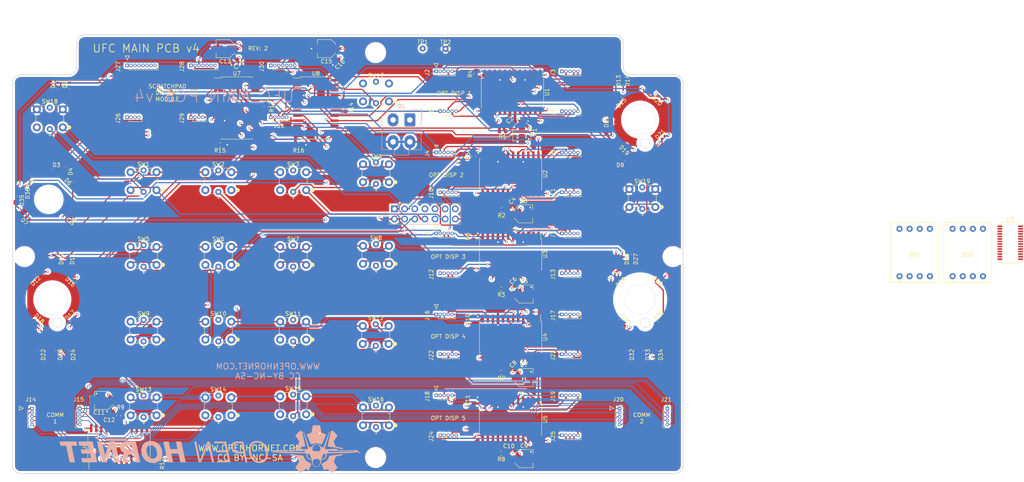
<source format=kicad_pcb>
(kicad_pcb (version 20171130) (host pcbnew "(5.1.9)-1")
  (title_block (date 2020-11-28))
  (layers (0 F.Cu mixed) (1 In1.Cu mixed) (2 In2.Cu power) (31 B.Cu mixed) (34 B.Paste user) (35 F.Paste user) (36 B.SilkS user) (37 F.SilkS user) (38 B.Mask user) (39 F.Mask user) (44 Edge.Cuts user))
  (net 0 "")
  (net 1 GND)
  (net 2 "/52(SCK)")
  (net 3 "/53(SS)")
  (net 4 /48)
  (net 5 /49)
  (net 6 /46)
  (net 7 /47)
  (net 8 /44)
  (net 9 /45)
  (net 10 /42)
  (net 11 /43)
  (net 12 /40)
  (net 13 /41)
  (net 14 /38)
  (net 15 /+5V_SUPPLY)
  (net 16 /DOT1-)
  (net 17 /DIG0_7)
  (net 18 /DIG1_7)
  (net 19 /DIG2_7)
  (net 20 /DIG3_7)
  (net 21 /1-)
  (net 22 /0-)
  (net 23 /DOT2-)
  (net 24 /EM+)
  (net 25 /DIG7_8)
  (net 26 /DOT1-_2)
  (net 27 /4-)
  (net 28 /DIG5_8)
  (net 29 /SEGB_8)
  (net 30 /DIG6_8)
  (net 31 /DOT2-_2)
  (net 32 /SEGC_8)
  (net 33 /DOT1-_3)
  (net 34 /SEGD_8)
  (net 35 /SEGE_8)
  (net 36 /SEGF_8)
  (net 37 /SEGG_8)
  (net 38 /DIG0)
  (net 39 /DIG1)
  (net 40 /DIG2)
  (net 41 /DIG7)
  (net 42 /DIG6)
  (net 43 /DIG5)
  (net 44 /DIG4)
  (net 45 /DIG3)
  (net 46 /DIG0_2)
  (net 47 /DIG1_2)
  (net 48 /DIG2_2)
  (net 49 /DIG7_2)
  (net 50 /DIG6_2)
  (net 51 /DIG5_2)
  (net 52 /DIG4_2)
  (net 53 /DIG3_2)
  (net 54 /DIG2_3)
  (net 55 /DIG1_3)
  (net 56 /DIG0_3)
  (net 57 /1+)
  (net 58 /DIG3_3)
  (net 59 /DIG4_3)
  (net 60 /DIG5_3)
  (net 61 /DIG6_3)
  (net 62 /DIG7_3)
  (net 63 /DIG4_7)
  (net 64 /SEGDP)
  (net 65 /SEGA)
  (net 66 /SEGB)
  (net 67 /SEGC)
  (net 68 /SEGD)
  (net 69 /SEGE)
  (net 70 /SEGF)
  (net 71 /SEGG)
  (net 72 /SEGDP_2)
  (net 73 /SEGA_2)
  (net 74 /SEGB_2)
  (net 75 /SEGG_2)
  (net 76 /SEGF_2)
  (net 77 /SEGE_2)
  (net 78 /SEGD_2)
  (net 79 /SEGC_2)
  (net 80 /SEGB_3)
  (net 81 /SEGA_3)
  (net 82 /SEGDP_3)
  (net 83 /SEGC_3)
  (net 84 /SEGD_3)
  (net 85 /SEGE_3)
  (net 86 /SEGF_3)
  (net 87 /SEGG_3)
  (net 88 /SEGDP_6)
  (net 89 /SEGA_6)
  (net 90 /DIG0_6)
  (net 91 /DIG1_6)
  (net 92 /DIG2_6)
  (net 93 /DIG7_6)
  (net 94 /DIG6_6)
  (net 95 /DIG5_6)
  (net 96 /DIG4_6)
  (net 97 /DIG3_6)
  (net 98 /4+)
  (net 99 /0+)
  (net 100 /DIG0_4)
  (net 101 /DIG1_4)
  (net 102 /DIG2_4)
  (net 103 /DIG7_4)
  (net 104 /DIG6_4)
  (net 105 /DIG5_4)
  (net 106 /DIG4_4)
  (net 107 /DIG3_4)
  (net 108 /DIG2_5)
  (net 109 /DIG1_5)
  (net 110 /DIG0_5)
  (net 111 /DIG3_5)
  (net 112 /DIG4_5)
  (net 113 /DIG5_5)
  (net 114 /DIG6_5)
  (net 115 /DIG7_5)
  (net 116 /SEGC_6)
  (net 117 /SEGB_6)
  (net 118 /SEGDP_4)
  (net 119 /SEGA_4)
  (net 120 /SEGB_4)
  (net 121 /SEGG_4)
  (net 122 /SEGF_4)
  (net 123 /SEGE_4)
  (net 124 /SEGD_4)
  (net 125 /SEGC_4)
  (net 126 /SEGB_5)
  (net 127 /SEGA_5)
  (net 128 /SEGDP_5)
  (net 129 /SEGC_5)
  (net 130 /SEGD_5)
  (net 131 /SEGE_5)
  (net 132 /SEGF_5)
  (net 133 /SEGG_5)
  (net 134 /SEGD_6)
  (net 135 /SEGE_6)
  (net 136 /SEGF_6)
  (net 137 /SEGG_6)
  (net 138 /3-)
  (net 139 /6-)
  (net 140 /9-)
  (net 141 /CLR-)
  (net 142 /DIG4_8)
  (net 143 "Net-(R1-Pad2)")
  (net 144 "Net-(R2-Pad2)")
  (net 145 "Net-(R3-Pad2)")
  (net 146 "Net-(R7-Pad2)")
  (net 147 "Net-(R8-Pad2)")
  (net 148 "Net-(R9-Pad2)")
  (net 149 "Net-(R13-Pad2)")
  (net 150 "Net-(R14-Pad2)")
  (net 151 /3+)
  (net 152 /DIN2)
  (net 153 /DIN3)
  (net 154 /DIN4)
  (net 155 /DIN5)
  (net 156 /DIN6)
  (net 157 /DIN7)
  (net 158 /DIN8)
  (net 159 "Net-(U8-Pad24)")
  (net 160 /DIN)
  (net 161 /C_GRID1)
  (net 162 /C_GRID2)
  (net 163 /C_GRID3)
  (net 164 /C_GRID4)
  (net 165 /C_SEG1)
  (net 166 /C_SEG2)
  (net 167 /C_SEG3)
  (net 168 /C_SEG4)
  (net 169 /C_SEG5)
  (net 170 /C_SEG6)
  (net 171 /C_SEG7)
  (net 172 /C_SEG8)
  (net 173 "Net-(U9-Pad28)")
  (net 174 "Net-(U9-Pad27)")
  (net 175 "Net-(U9-Pad26)")
  (net 176 "Net-(U9-Pad25)")
  (net 177 "Net-(U9-Pad24)")
  (net 178 "Net-(U9-Pad23)")
  (net 179 "Net-(U9-Pad22)")
  (net 180 "Net-(U9-Pad17)")
  (net 181 "Net-(U9-Pad8)")
  (net 182 "Net-(U9-Pad7)")
  (net 183 "Net-(U9-Pad6)")
  (net 184 "Net-(U9-Pad5)")
  (net 185 "Net-(U9-Pad4)")
  (net 186 "Net-(U9-Pad3)")
  (net 187 "Net-(U9-Pad2)")
  (net 188 "Net-(U9-Pad1)")
  (module Package_SO:SSOP-28_3.9x9.9mm_P0.635mm (layer F.Cu) (at 337.607 142.067)
    (fp_text reference U9 (at 0 -5.9) (layer F.SilkS))
    (fp_text value GN1640T)
    (pad 28 smd rect (at 2.6 -4.1275) (size 1.2 0.4) (layers F.Cu F.Paste F.Mask) (net 173 "Net-(U9-Pad28)"))
    (pad 27 smd rect (at 2.6 -3.4925) (size 1.2 0.4) (layers F.Cu F.Paste F.Mask) (net 174 "Net-(U9-Pad27)"))
    (pad 26 smd rect (at 2.6 -2.8575) (size 1.2 0.4) (layers F.Cu F.Paste F.Mask) (net 175 "Net-(U9-Pad26)"))
    (pad 25 smd rect (at 2.6 -2.2225) (size 1.2 0.4) (layers F.Cu F.Paste F.Mask) (net 176 "Net-(U9-Pad25)"))
    (pad 24 smd rect (at 2.6 -1.5875) (size 1.2 0.4) (layers F.Cu F.Paste F.Mask) (net 177 "Net-(U9-Pad24)"))
    (pad 23 smd rect (at 2.6 -0.9525) (size 1.2 0.4) (layers F.Cu F.Paste F.Mask) (net 178 "Net-(U9-Pad23)"))
    (pad 22 smd rect (at 2.6 -0.3175) (size 1.2 0.4) (layers F.Cu F.Paste F.Mask) (net 179 "Net-(U9-Pad22)"))
    (pad 21 smd rect (at 2.6 0.3175) (size 1.2 0.4) (layers F.Cu F.Paste F.Mask) (net 164 /C_GRID4))
    (pad 20 smd rect (at 2.6 0.9525) (size 1.2 0.4) (layers F.Cu F.Paste F.Mask) (net 163 /C_GRID3))
    (pad 19 smd rect (at 2.6 1.5875) (size 1.2 0.4) (layers F.Cu F.Paste F.Mask) (net 162 /C_GRID2))
    (pad 18 smd rect (at 2.6 2.2225) (size 1.2 0.4) (layers F.Cu F.Paste F.Mask) (net 161 /C_GRID1))
    (pad 17 smd rect (at 2.6 2.8575) (size 1.2 0.4) (layers F.Cu F.Paste F.Mask) (net 180 "Net-(U9-Pad17)"))
    (pad 16 smd rect (at 2.6 3.4925) (size 1.2 0.4) (layers F.Cu F.Paste F.Mask) (net 172 /C_SEG8))
    (pad 15 smd rect (at 2.6 4.1275) (size 1.2 0.4) (layers F.Cu F.Paste F.Mask) (net 171 /C_SEG7))
    (pad 14 smd rect (at -2.6 4.1275) (size 1.2 0.4) (layers F.Cu F.Paste F.Mask) (net 170 /C_SEG6))
    (pad 13 smd rect (at -2.6 3.4925) (size 1.2 0.4) (layers F.Cu F.Paste F.Mask) (net 169 /C_SEG5))
    (pad 12 smd rect (at -2.6 2.8575) (size 1.2 0.4) (layers F.Cu F.Paste F.Mask) (net 168 /C_SEG4))
    (pad 11 smd rect (at -2.6 2.2225) (size 1.2 0.4) (layers F.Cu F.Paste F.Mask) (net 167 /C_SEG3))
    (pad 10 smd rect (at -2.6 1.5875) (size 1.2 0.4) (layers F.Cu F.Paste F.Mask) (net 166 /C_SEG2))
    (pad 9 smd rect (at -2.6 0.9525) (size 1.2 0.4) (layers F.Cu F.Paste F.Mask) (net 165 /C_SEG1))
    (pad 8 smd rect (at -2.6 0.3175) (size 1.2 0.4) (layers F.Cu F.Paste F.Mask) (net 181 "Net-(U9-Pad8)"))
    (pad 7 smd rect (at -2.6 -0.3175) (size 1.2 0.4) (layers F.Cu F.Paste F.Mask) (net 182 "Net-(U9-Pad7)"))
    (pad 6 smd rect (at -2.6 -0.9525) (size 1.2 0.4) (layers F.Cu F.Paste F.Mask) (net 183 "Net-(U9-Pad6)"))
    (pad 5 smd rect (at -2.6 -1.5875) (size 1.2 0.4) (layers F.Cu F.Paste F.Mask) (net 184 "Net-(U9-Pad5)"))
    (pad 4 smd rect (at -2.6 -2.2225) (size 1.2 0.4) (layers F.Cu F.Paste F.Mask) (net 185 "Net-(U9-Pad4)"))
    (pad 3 smd rect (at -2.6 -2.8575) (size 1.2 0.4) (layers F.Cu F.Paste F.Mask) (net 186 "Net-(U9-Pad3)"))
    (pad 2 smd rect (at -2.6 -3.4925) (size 1.2 0.4) (layers F.Cu F.Paste F.Mask) (net 187 "Net-(U9-Pad2)"))
    (pad 1 smd rect (at -2.6 -4.1275) (size 1.2 0.4) (layers F.Cu F.Paste F.Mask) (net 188 "Net-(U9-Pad1)"))
  )
  (module "KiCAD Libraries:UFCSingleDigit" (layer F.Cu) (at 326.978 144.522)
    (fp_text reference DS2 (at 0 0.5) (layer F.SilkS))
    (fp_text value UFCSingleDigit)
    (pad 8 thru_hole circle (at -3.81 -5.95) (size 1.524 1.524) (drill 0.762) (layers *.Cu *.Mask) (net 161 /C_GRID1))
    (pad 7 thru_hole circle (at -1.27 -5.95) (size 1.524 1.524) (drill 0.762) (layers *.Cu *.Mask) (net 162 /C_GRID2))
    (pad 6 thru_hole circle (at 1.27 -5.95) (size 1.524 1.524) (drill 0.762) (layers *.Cu *.Mask) (net 163 /C_GRID3))
    (pad 5 thru_hole circle (at 3.81 -5.95) (size 1.524 1.524) (drill 0.762) (layers *.Cu *.Mask) (net 164 /C_GRID4))
    (pad 1 thru_hole circle (at -3.81 5.95) (size 1.524 1.524) (drill 0.762) (layers *.Cu *.Mask) (net 169 /C_SEG5))
    (pad 2 thru_hole circle (at -1.27 5.95) (size 1.524 1.524) (drill 0.762) (layers *.Cu *.Mask) (net 170 /C_SEG6))
    (pad 3 thru_hole circle (at 1.27 5.95) (size 1.524 1.524) (drill 0.762) (layers *.Cu *.Mask) (net 171 /C_SEG7))
    (pad 4 thru_hole circle (at 3.81 5.95) (size 1.524 1.524) (drill 0.762) (layers *.Cu *.Mask) (net 172 /C_SEG8))
  )
  (module "KiCAD Libraries:UFCSingleDigit" (layer F.Cu) (at 313.668 144.522)
    (fp_text reference DS1 (at 0 0.5) (layer F.SilkS))
    (fp_text value UFCSingleDigit)
    (pad 8 thru_hole circle (at -3.81 -5.95) (size 1.524 1.524) (drill 0.762) (layers *.Cu *.Mask) (net 161 /C_GRID1))
    (pad 7 thru_hole circle (at -1.27 -5.95) (size 1.524 1.524) (drill 0.762) (layers *.Cu *.Mask) (net 162 /C_GRID2))
    (pad 6 thru_hole circle (at 1.27 -5.95) (size 1.524 1.524) (drill 0.762) (layers *.Cu *.Mask) (net 163 /C_GRID3))
    (pad 5 thru_hole circle (at 3.81 -5.95) (size 1.524 1.524) (drill 0.762) (layers *.Cu *.Mask) (net 164 /C_GRID4))
    (pad 1 thru_hole circle (at -3.81 5.95) (size 1.524 1.524) (drill 0.762) (layers *.Cu *.Mask) (net 165 /C_SEG1))
    (pad 2 thru_hole circle (at -1.27 5.95) (size 1.524 1.524) (drill 0.762) (layers *.Cu *.Mask) (net 166 /C_SEG2))
    (pad 3 thru_hole circle (at 1.27 5.95) (size 1.524 1.524) (drill 0.762) (layers *.Cu *.Mask) (net 167 /C_SEG3))
    (pad 4 thru_hole circle (at 3.81 5.95) (size 1.524 1.524) (drill 0.762) (layers *.Cu *.Mask) (net 168 /C_SEG4))
  )
  (module OHSwitches:BR10K_Pot_11mm_x_11mm (layer F.Cu) (at 244.853 156.268 12)
    (fp_text reference POT2 hide)
    (fp_text value VOL2 hide)
    (pad "" np_thru_hole circle (at 0 0 12) (size 7.540752 7.540752) (drill 7.54) (layers B.Cu B.Mask) (clearance 3))
    (pad "" np_thru_hole circle (at 0 6 12) (size 2.38125 2.38125) (drill 2.38) (layers *.Cu *.Mask) (clearance 1))
    (pad "" np_thru_hole circle (at 0 0 12) (size 7.540752 7.540752) (drill 7.54) (layers F.Cu F.Mask) (clearance 1))
  )
  (module OHSwitches:BR10K_Pot_11mm_x_11mm (layer F.Cu) (at 244.853 111.184 12)
    (fp_text reference POT3 hide)
    (fp_text value BRT hide)
    (pad "" np_thru_hole circle (at 0 0 12) (size 7.540752 7.540752) (drill 7.54) (layers B.Cu B.Mask) (clearance 3))
    (pad "" np_thru_hole circle (at 0 6 12) (size 2.38125 2.38125) (drill 2.38) (layers *.Cu *.Mask) (clearance 1))
    (pad "" np_thru_hole circle (at 0 0 12) (size 7.540752 7.540752) (drill 7.54) (layers F.Cu F.Mask) (clearance 1))
  )
  (module OHSwitches:BR10K_Pot_11mm_x_11mm (layer F.Cu) (at 97.533 156.268 12)
    (fp_text reference POT1 hide)
    (fp_text value VOL1 hide)
    (pad "" np_thru_hole circle (at 0 0 12) (size 7.540752 7.540752) (drill 7.54) (layers B.Cu B.Mask) (clearance 3))
    (pad "" np_thru_hole circle (at 0 6 12) (size 2.38125 2.38125) (drill 2.38) (layers *.Cu *.Mask) (clearance 1))
    (pad "" np_thru_hole circle (at 0 0 12) (size 7.540752 7.540752) (drill 7.54) (layers F.Cu F.Mask) (clearance 1))
  )
  (module Package_SO:SOIC-24W_7.5x15.4mm_P1.27mm (layer F.Cu) (at 212.854 104.279 270)
    (fp_text reference U1 (at 0 -8.65 90) (layer F.SilkS))
    (fp_text value MAX7219EWG+T)
    (pad 1 smd roundrect (at -4.65 -6.985 270) (size 2.05 0.6) (layers F.Cu F.Paste F.Mask) (net 160 /DIN))
    (pad 2 smd roundrect (at -4.65 -5.715 270) (size 2.05 0.6) (layers F.Cu F.Paste F.Mask) (net 38 /DIG0))
    (pad 3 smd roundrect (at -4.65 -4.445 270) (size 2.05 0.6) (layers F.Cu F.Paste F.Mask) (net 44 /DIG4))
    (pad 4 smd roundrect (at -4.65 -3.175 270) (size 2.05 0.6) (layers F.Cu F.Paste F.Mask) (net 1 GND))
    (pad 5 smd roundrect (at -4.65 -1.905 270) (size 2.05 0.6) (layers F.Cu F.Paste F.Mask) (net 42 /DIG6))
    (pad 6 smd roundrect (at -4.65 -0.635 270) (size 2.05 0.6) (layers F.Cu F.Paste F.Mask) (net 40 /DIG2))
    (pad 7 smd roundrect (at -4.65 0.635 270) (size 2.05 0.6) (layers F.Cu F.Paste F.Mask) (net 45 /DIG3))
    (pad 8 smd roundrect (at -4.65 1.905 270) (size 2.05 0.6) (layers F.Cu F.Paste F.Mask) (net 41 /DIG7))
    (pad 9 smd roundrect (at -4.65 3.175 270) (size 2.05 0.6) (layers F.Cu F.Paste F.Mask) (net 1 GND))
    (pad 10 smd roundrect (at -4.65 4.445 270) (size 2.05 0.6) (layers F.Cu F.Paste F.Mask) (net 43 /DIG5))
    (pad 11 smd roundrect (at -4.65 5.715 270) (size 2.05 0.6) (layers F.Cu F.Paste F.Mask) (net 39 /DIG1))
    (pad 12 smd roundrect (at -4.65 6.985 270) (size 2.05 0.6) (layers F.Cu F.Paste F.Mask) (net 3 "/53(SS)"))
    (pad 13 smd roundrect (at 4.65 6.985 270) (size 2.05 0.6) (layers F.Cu F.Paste F.Mask) (net 2 "/52(SCK)"))
    (pad 14 smd roundrect (at 4.65 5.715 270) (size 2.05 0.6) (layers F.Cu F.Paste F.Mask) (net 65 /SEGA))
    (pad 15 smd roundrect (at 4.65 4.445 270) (size 2.05 0.6) (layers F.Cu F.Paste F.Mask) (net 70 /SEGF))
    (pad 16 smd roundrect (at 4.65 3.175 270) (size 2.05 0.6) (layers F.Cu F.Paste F.Mask) (net 66 /SEGB))
    (pad 17 smd roundrect (at 4.65 1.905 270) (size 2.05 0.6) (layers F.Cu F.Paste F.Mask) (net 71 /SEGG))
    (pad 18 smd roundrect (at 4.65 0.635 270) (size 2.05 0.6) (layers F.Cu F.Paste F.Mask) (net 143 "Net-(R1-Pad2)"))
    (pad 19 smd roundrect (at 4.65 -0.635 270) (size 2.05 0.6) (layers F.Cu F.Paste F.Mask) (net 15 /+5V_SUPPLY))
    (pad 20 smd roundrect (at 4.65 -1.905 270) (size 2.05 0.6) (layers F.Cu F.Paste F.Mask) (net 67 /SEGC))
    (pad 21 smd roundrect (at 4.65 -3.175 270) (size 2.05 0.6) (layers F.Cu F.Paste F.Mask) (net 69 /SEGE))
    (pad 22 smd roundrect (at 4.65 -4.445 270) (size 2.05 0.6) (layers F.Cu F.Paste F.Mask) (net 64 /SEGDP))
    (pad 23 smd roundrect (at 4.65 -5.715 270) (size 2.05 0.6) (layers F.Cu F.Paste F.Mask) (net 68 /SEGD))
    (pad 24 smd roundrect (at 4.65 -6.985 270) (size 2.05 0.6) (layers F.Cu F.Paste F.Mask) (net 152 /DIN2))
  )
  (module KiCAD_Libraries:OH_LOGO_75.4mm_11.9mm (layer B.Cu) (at 137.0629 193.806 180)
    (fp_text reference G*** hide)
    (fp_text value LOGO hide)
  )
  (module MountingHole:MountingHole_6.4mm_M6 (layer F.Cu) (at 96.644 131.186)
    (fp_text reference MK5 hide)
    (fp_text value SW_ADF)
    (pad 1 np_thru_hole circle (at 0 0) (size 6.4 6.4) (drill 6.4) (layers *.Cu *.Mask))
  )
  (module Capacitor_SMD:CP_Elec_4x5.3 (layer F.Cu) (at 215.2 114.279 270)
    (fp_text reference C1 (at 0 -3.2 90) (layer F.SilkS))
    (fp_text value 10uF)
    (pad 2 smd roundrect (at 1.8 0 270) (size 2.6 1.6) (layers F.Cu F.Paste F.Mask) (roundrect_rratio 0.15625) (net 1 GND))
    (pad 1 smd roundrect (at -1.8 0 270) (size 2.6 1.6) (layers F.Cu F.Paste F.Mask) (roundrect_rratio 0.15625) (net 15 /+5V_SUPPLY))
  )
  (module Capacitor_SMD:C_0402_1005Metric (layer F.Cu) (at 212.95 112.029 225)
    (fp_text reference C2 (at 0.007071 1.056418 45) (layer F.SilkS))
    (fp_text value 100nF)
    (pad 1 smd roundrect (at -0.485 0 225) (size 0.59 0.64) (layers F.Cu F.Paste F.Mask) (net 15 /+5V_SUPPLY))
    (pad 2 smd roundrect (at 0.485 0 225) (size 0.59 0.64) (layers F.Cu F.Paste F.Mask) (net 1 GND))
  )
  (module Capacitor_SMD:CP_Elec_4x5.3 (layer F.Cu) (at 215.639 134.82)
    (fp_text reference C3 (at 0 -3.2) (layer F.SilkS))
    (fp_text value 10uF)
    (pad 1 smd roundrect (at -1.8 0) (size 2.6 1.6) (layers F.Cu F.Paste F.Mask) (roundrect_rratio 0.15625) (net 15 /+5V_SUPPLY))
    (pad 2 smd roundrect (at 1.8 0) (size 2.6 1.6) (layers F.Cu F.Paste F.Mask) (roundrect_rratio 0.15625) (net 1 GND))
  )
  (module Capacitor_SMD:C_0402_1005Metric (layer F.Cu) (at 213.639 132.32 45)
    (fp_text reference C4 (at 0 -1.17 45) (layer F.SilkS))
    (fp_text value 100nF)
    (pad 2 smd roundrect (at 0.485 0 45) (size 0.59 0.64) (layers F.Cu F.Paste F.Mask) (net 1 GND))
    (pad 1 smd roundrect (at -0.485 0 45) (size 0.59 0.64) (layers F.Cu F.Paste F.Mask) (net 15 /+5V_SUPPLY))
  )
  (module Capacitor_SMD:CP_Elec_4x5.3 (layer F.Cu) (at 215.768 154.956)
    (fp_text reference C5 (at 0 -3.2) (layer F.SilkS))
    (fp_text value 10uF)
    (pad 1 smd roundrect (at -1.8 0) (size 2.6 1.6) (layers F.Cu F.Paste F.Mask) (roundrect_rratio 0.15625) (net 15 /+5V_SUPPLY))
    (pad 2 smd roundrect (at 1.8 0) (size 2.6 1.6) (layers F.Cu F.Paste F.Mask) (roundrect_rratio 0.15625) (net 1 GND))
  )
  (module Capacitor_SMD:C_0402_1005Metric (layer F.Cu) (at 213.863 152.416 45)
    (fp_text reference C6 (at 0 -1.17 45) (layer F.SilkS))
    (fp_text value 100nF)
    (pad 2 smd roundrect (at 0.485 0 45) (size 0.59 0.64) (layers F.Cu F.Paste F.Mask) (net 1 GND))
    (pad 1 smd roundrect (at -0.485 0 45) (size 0.59 0.64) (layers F.Cu F.Paste F.Mask) (net 15 /+5V_SUPPLY))
  )
  (module Capacitor_SMD:CP_Elec_4x5.3 (layer F.Cu) (at 215.768 175.911)
    (fp_text reference C7 (at 0 -3.2) (layer F.SilkS))
    (fp_text value 10uF)
    (pad 2 smd roundrect (at 1.8 0) (size 2.6 1.6) (layers F.Cu F.Paste F.Mask) (roundrect_rratio 0.15625) (net 1 GND))
    (pad 1 smd roundrect (at -1.8 0) (size 2.6 1.6) (layers F.Cu F.Paste F.Mask) (roundrect_rratio 0.15625) (net 15 /+5V_SUPPLY))
  )
  (module Capacitor_SMD:C_0402_1005Metric (layer F.Cu) (at 213.863 173.371 45)
    (fp_text reference C8 (at 0 -1.17 45) (layer F.SilkS))
    (fp_text value 100nF)
    (pad 1 smd roundrect (at -0.485 0 45) (size 0.59 0.64) (layers F.Cu F.Paste F.Mask) (net 15 /+5V_SUPPLY))
    (pad 2 smd roundrect (at 0.485 0 45) (size 0.59 0.64) (layers F.Cu F.Paste F.Mask) (net 1 GND))
  )
  (module Capacitor_SMD:CP_Elec_4x5.3 (layer F.Cu) (at 215.768 196.231)
    (fp_text reference C9 (at 0 -3.2) (layer F.SilkS))
    (fp_text value 10uF)
    (pad 1 smd roundrect (at -1.8 0) (size 2.6 1.6) (layers F.Cu F.Paste F.Mask) (roundrect_rratio 0.15625) (net 15 /+5V_SUPPLY))
    (pad 2 smd roundrect (at 1.8 0) (size 2.6 1.6) (layers F.Cu F.Paste F.Mask) (roundrect_rratio 0.15625) (net 1 GND))
  )
  (module Capacitor_SMD:C_0402_1005Metric (layer F.Cu) (at 213.863 193.691 45)
    (fp_text reference C10 (at -0.912875 -1.781202) (layer F.SilkS))
    (fp_text value 100nF)
    (pad 2 smd roundrect (at 0.485 0 45) (size 0.59 0.64) (layers F.Cu F.Paste F.Mask) (net 1 GND))
    (pad 1 smd roundrect (at -0.485 0 45) (size 0.59 0.64) (layers F.Cu F.Paste F.Mask) (net 15 /+5V_SUPPLY))
  )
  (module Capacitor_SMD:CP_Elec_4x5.3 (layer F.Cu) (at 110.358 181.626 180)
    (fp_text reference C11 (at 1.1 -3.041) (layer F.SilkS))
    (fp_text value 10uF)
    (pad 2 smd roundrect (at 1.8 0 180) (size 2.6 1.6) (layers F.Cu F.Paste F.Mask) (roundrect_rratio 0.15625) (net 1 GND))
    (pad 1 smd roundrect (at -1.8 0 180) (size 2.6 1.6) (layers F.Cu F.Paste F.Mask) (roundrect_rratio 0.15625) (net 15 /+5V_SUPPLY))
  )
  (module Capacitor_SMD:C_0402_1005Metric (layer F.Cu) (at 112.263 184.801 225)
    (fp_text reference C12 (at 1.549271 -0.87752 180) (layer F.SilkS))
    (fp_text value 100nF)
    (pad 1 smd roundrect (at -0.485 0 225) (size 0.59 0.64) (layers F.Cu F.Paste F.Mask) (net 15 /+5V_SUPPLY))
    (pad 2 smd roundrect (at 0.485 0 225) (size 0.59 0.64) (layers F.Cu F.Paste F.Mask) (net 1 GND))
  )
  (module Capacitor_SMD:CP_Elec_4x5.3 (layer F.Cu) (at 140.838 93.361 180)
    (fp_text reference C13 (at 0 -3.2) (layer F.SilkS))
    (fp_text value 10uF)
    (pad 1 smd roundrect (at -1.8 0 180) (size 2.6 1.6) (layers F.Cu F.Paste F.Mask) (roundrect_rratio 0.15625) (net 15 /+5V_SUPPLY))
    (pad 2 smd roundrect (at 1.8 0 180) (size 2.6 1.6) (layers F.Cu F.Paste F.Mask) (roundrect_rratio 0.15625) (net 1 GND))
  )
  (module Capacitor_SMD:C_0402_1005Metric (layer F.Cu) (at 143.378 96.536 225)
    (fp_text reference C14 (at 0 -1.17 45) (layer F.SilkS))
    (fp_text value 100nF)
    (pad 2 smd roundrect (at 0.485 0 225) (size 0.59 0.64) (layers F.Cu F.Paste F.Mask) (net 1 GND))
    (pad 1 smd roundrect (at -0.485 0 225) (size 0.59 0.64) (layers F.Cu F.Paste F.Mask) (net 15 /+5V_SUPPLY))
  )
  (module Capacitor_SMD:CP_Elec_4x5.3 (layer F.Cu) (at 166.238 93.361 180)
    (fp_text reference C15 (at 0 -3.2) (layer F.SilkS))
    (fp_text value 10uF)
    (pad 2 smd roundrect (at 1.8 0 180) (size 2.6 1.6) (layers F.Cu F.Paste F.Mask) (roundrect_rratio 0.15625) (net 1 GND))
    (pad 1 smd roundrect (at -1.8 0 180) (size 2.6 1.6) (layers F.Cu F.Paste F.Mask) (roundrect_rratio 0.15625) (net 15 /+5V_SUPPLY))
  )
  (module Capacitor_SMD:C_0402_1005Metric (layer F.Cu) (at 168.778 96.536 225)
    (fp_text reference C16 (at 0 -1.17 45) (layer F.SilkS))
    (fp_text value 100nF)
    (pad 1 smd roundrect (at -0.485 0 225) (size 0.59 0.64) (layers F.Cu F.Paste F.Mask) (net 15 /+5V_SUPPLY))
    (pad 2 smd roundrect (at 0.485 0 225) (size 0.59 0.64) (layers F.Cu F.Paste F.Mask) (net 1 GND))
  )
  (module LED_SMD:LED_0402_1005Metric (layer F.Cu) (at 98.8529 102.416 90)
    (fp_text reference D1 (at 0 -1.17 90) (layer F.SilkS))
    (fp_text value LED)
    (pad 2 smd roundrect (at 0.485 0 90) (size 0.59 0.64) (layers F.Cu F.Paste F.Mask) (net 16 /DOT1-))
    (pad 1 smd roundrect (at -0.485 0 90) (size 0.59 0.64) (layers F.Cu F.Paste F.Mask) (net 17 /DIG0_7))
  )
  (module LED_SMD:LED_0402_1005Metric (layer F.Cu) (at 101.853 102.416 90)
    (fp_text reference D2 (at 0 -1.17 90) (layer F.SilkS))
    (fp_text value LED)
    (pad 1 smd roundrect (at -0.485 0 90) (size 0.59 0.64) (layers F.Cu F.Paste F.Mask) (net 18 /DIG1_7))
    (pad 2 smd roundrect (at 0.485 0 90) (size 0.59 0.64) (layers F.Cu F.Paste F.Mask) (net 16 /DOT1-))
  )
  (module LED_SMD:LED_0402_1005Metric (layer F.Cu) (at 98.5729 123.726)
    (fp_text reference D3 (at 0 -1.17) (layer F.SilkS))
    (fp_text value LED)
    (pad 2 smd roundrect (at 0.485 0) (size 0.59 0.64) (layers F.Cu F.Paste F.Mask) (net 16 /DOT1-))
    (pad 1 smd roundrect (at -0.485 0) (size 0.59 0.64) (layers F.Cu F.Paste F.Mask) (net 19 /DIG2_7))
  )
  (module LED_SMD:LED_0402_1005Metric (layer F.Cu) (at 100.913 124.206 270)
    (fp_text reference D4 (at 0 -1.17 90) (layer F.SilkS))
    (fp_text value LED)
    (pad 1 smd roundrect (at -0.485 0 270) (size 0.59 0.64) (layers F.Cu F.Paste F.Mask) (net 20 /DIG3_7))
    (pad 2 smd roundrect (at 0.485 0 270) (size 0.59 0.64) (layers F.Cu F.Paste F.Mask) (net 16 /DOT1-))
  )
  (module LED_SMD:LED_0402_1005Metric (layer F.Cu) (at 91.2689 126.09 225)
    (fp_text reference D5 (at 0 -1.17 45) (layer F.SilkS))
    (fp_text value LED)
    (pad 2 smd roundrect (at 0.485 0 225) (size 0.59 0.64) (layers F.Cu F.Paste F.Mask) (net 16 /DOT1-))
    (pad 1 smd roundrect (at -0.485 0 225) (size 0.59 0.64) (layers F.Cu F.Paste F.Mask) (net 21 /1-))
  )
  (module LED_SMD:LED_0402_1005Metric (layer F.Cu) (at 102.293 125.916 135)
    (fp_text reference D6 (at 0 -1.17 135) (layer F.SilkS))
    (fp_text value LED)
    (pad 1 smd roundrect (at -0.485 0 135) (size 0.59 0.64) (layers F.Cu F.Paste F.Mask) (net 22 /0-))
    (pad 2 smd roundrect (at 0.485 0 135) (size 0.59 0.64) (layers F.Cu F.Paste F.Mask) (net 16 /DOT1-))
  )
  (module LED_SMD:LED_0402_1005Metric (layer F.Cu) (at 91.298 136.017 315)
    (fp_text reference D7 (at 0 1.06066 135) (layer F.SilkS))
    (fp_text value LED)
    (pad 2 smd roundrect (at 0.485 0 315) (size 0.59 0.64) (layers F.Cu F.Paste F.Mask) (net 23 /DOT2-))
    (pad 1 smd roundrect (at -0.485 0 315) (size 0.59 0.64) (layers F.Cu F.Paste F.Mask) (net 21 /1-))
  )
  (module LED_SMD:LED_0402_1005Metric (layer F.Cu) (at 101.958 136.047 45)
    (fp_text reference D8 (at 0 1.06066 45) (layer F.SilkS))
    (fp_text value LED)
    (pad 1 smd roundrect (at -0.485 0 45) (size 0.59 0.64) (layers F.Cu F.Paste F.Mask) (net 22 /0-))
    (pad 2 smd roundrect (at 0.485 0 45) (size 0.59 0.64) (layers F.Cu F.Paste F.Mask) (net 23 /DOT2-))
  )
  (module LED_SMD:LED_0402_1005Metric (layer F.Cu) (at 239.853 121.416 180)
    (fp_text reference D9 (at 0 -1.17) (layer F.SilkS))
    (fp_text value LED)
    (pad 2 smd roundrect (at 0.485 0 180) (size 0.59 0.64) (layers F.Cu F.Paste F.Mask) (net 24 /EM+))
    (pad 1 smd roundrect (at -0.485 0 180) (size 0.59 0.64) (layers F.Cu F.Paste F.Mask) (net 25 /DIG7_8))
  )
  (module LED_SMD:LED_0402_1005Metric (layer F.Cu) (at 98.6029 146.166 270)
    (fp_text reference D10 (at 0 -1.17 90) (layer F.SilkS))
    (fp_text value LED)
    (pad 2 smd roundrect (at 0.485 0 270) (size 0.59 0.64) (layers F.Cu F.Paste F.Mask) (net 26 /DOT1-_2))
    (pad 1 smd roundrect (at -0.485 0 270) (size 0.59 0.64) (layers F.Cu F.Paste F.Mask) (net 27 /4-))
  )
  (module LED_SMD:LED_0402_1005Metric (layer F.Cu) (at 101.353 146.151 270)
    (fp_text reference D11 (at 0 -1.17 90) (layer F.SilkS))
    (fp_text value LED)
    (pad 1 smd roundrect (at -0.485 0 270) (size 0.59 0.64) (layers F.Cu F.Paste F.Mask) (net 21 /1-))
    (pad 2 smd roundrect (at 0.485 0 270) (size 0.59 0.64) (layers F.Cu F.Paste F.Mask) (net 26 /DOT1-_2))
  )
  (module LED_SMD:LED_0402_1005Metric (layer F.Cu) (at 92.5389 150.855 225)
    (fp_text reference D12 (at 0 -1.17 45) (layer F.SilkS))
    (fp_text value LED)
    (pad 2 smd roundrect (at 0.485 0 225) (size 0.59 0.64) (layers F.Cu F.Paste F.Mask) (net 26 /DOT1-_2))
    (pad 1 smd roundrect (at -0.485 0 225) (size 0.59 0.64) (layers F.Cu F.Paste F.Mask) (net 22 /0-))
  )
  (module LED_SMD:LED_0402_1005Metric (layer F.Cu) (at 240.603 101.416 90)
    (fp_text reference D13 (at 0 -1.17 90) (layer F.SilkS))
    (fp_text value LED)
    (pad 1 smd roundrect (at -0.485 0 90) (size 0.59 0.64) (layers F.Cu F.Paste F.Mask) (net 28 /DIG5_8))
    (pad 2 smd roundrect (at 0.485 0 90) (size 0.59 0.64) (layers F.Cu F.Paste F.Mask) (net 29 /SEGB_8))
  )
  (module LED_SMD:LED_0402_1005Metric (layer F.Cu) (at 242.853 101.416 90)
    (fp_text reference D14 (at 0 -1.17 90) (layer F.SilkS))
    (fp_text value LED)
    (pad 2 smd roundrect (at 0.485 0 90) (size 0.59 0.64) (layers F.Cu F.Paste F.Mask) (net 29 /SEGB_8))
    (pad 1 smd roundrect (at -0.485 0 90) (size 0.59 0.64) (layers F.Cu F.Paste F.Mask) (net 30 /DIG6_8))
  )
  (module LED_SMD:LED_0402_1005Metric (layer F.Cu) (at 239.351 106.151 225)
    (fp_text reference D15 (at 0 -1.17 45) (layer F.SilkS))
    (fp_text value LED)
    (pad 1 smd roundrect (at -0.485 0 225) (size 0.59 0.64) (layers F.Cu F.Paste F.Mask) (net 25 /DIG7_8))
    (pad 2 smd roundrect (at 0.485 0 225) (size 0.59 0.64) (layers F.Cu F.Paste F.Mask) (net 29 /SEGB_8))
  )
  (module LED_SMD:LED_0402_1005Metric (layer F.Cu) (at 102.826 151.109 135)
    (fp_text reference D16 (at 0 -1.17 135) (layer F.SilkS))
    (fp_text value LED)
    (pad 1 smd roundrect (at -0.485 0 135) (size 0.59 0.64) (layers F.Cu F.Paste F.Mask) (net 27 /4-))
    (pad 2 smd roundrect (at 0.485 0 135) (size 0.59 0.64) (layers F.Cu F.Paste F.Mask) (net 31 /DOT2-_2))
  )
  (module LED_SMD:LED_0402_1005Metric (layer F.Cu) (at 102.826 161.015 45)
    (fp_text reference D17 (at 0 -1.17 45) (layer F.SilkS))
    (fp_text value LED)
    (pad 1 smd roundrect (at -0.485 0 45) (size 0.59 0.64) (layers F.Cu F.Paste F.Mask) (net 21 /1-))
    (pad 2 smd roundrect (at 0.485 0 45) (size 0.59 0.64) (layers F.Cu F.Paste F.Mask) (net 31 /DOT2-_2))
  )
  (module LED_SMD:LED_0402_1005Metric (layer F.Cu) (at 93.4279 161.904 315)
    (fp_text reference D18 (at 0 -1.17 135) (layer F.SilkS))
    (fp_text value LED)
    (pad 2 smd roundrect (at 0.485 0 315) (size 0.59 0.64) (layers F.Cu F.Paste F.Mask) (net 31 /DOT2-_2))
    (pad 1 smd roundrect (at -0.485 0 315) (size 0.59 0.64) (layers F.Cu F.Paste F.Mask) (net 22 /0-))
  )
  (module LED_SMD:LED_0402_1005Metric (layer F.Cu) (at 241.708 118.037 135)
    (fp_text reference D19 (at 0 -1.17 135) (layer F.SilkS))
    (fp_text value LED)
    (pad 1 smd roundrect (at -0.485 0 135) (size 0.59 0.64) (layers F.Cu F.Paste F.Mask) (net 28 /DIG5_8))
    (pad 2 smd roundrect (at 0.485 0 135) (size 0.59 0.64) (layers F.Cu F.Paste F.Mask) (net 32 /SEGC_8))
  )
  (module LED_SMD:LED_0402_1005Metric (layer F.Cu) (at 249.892 105.643 135)
    (fp_text reference D20 (at 0 -1.17 135) (layer F.SilkS))
    (fp_text value LED)
    (pad 1 smd roundrect (at -0.485 0 135) (size 0.59 0.64) (layers F.Cu F.Paste F.Mask) (net 30 /DIG6_8))
    (pad 2 smd roundrect (at 0.485 0 135) (size 0.59 0.64) (layers F.Cu F.Paste F.Mask) (net 32 /SEGC_8))
  )
  (module LED_SMD:LED_0402_1005Metric (layer F.Cu) (at 250.698 115.677 45)
    (fp_text reference D21 (at 0 -1.17 45) (layer F.SilkS))
    (fp_text value LED)
    (pad 2 smd roundrect (at 0.485 0 45) (size 0.59 0.64) (layers F.Cu F.Paste F.Mask) (net 32 /SEGC_8))
    (pad 1 smd roundrect (at -0.485 0 45) (size 0.59 0.64) (layers F.Cu F.Paste F.Mask) (net 25 /DIG7_8))
  )
  (module LED_SMD:LED_0402_1005Metric (layer F.Cu) (at 94.1029 170.166 270)
    (fp_text reference D22 (at 0 -1.17 90) (layer F.SilkS))
    (fp_text value LED)
    (pad 1 smd roundrect (at -0.485 0 270) (size 0.59 0.64) (layers F.Cu F.Paste F.Mask) (net 27 /4-))
    (pad 2 smd roundrect (at 0.485 0 270) (size 0.59 0.64) (layers F.Cu F.Paste F.Mask) (net 33 /DOT1-_3))
  )
  (module LED_SMD:LED_0402_1005Metric (layer F.Cu) (at 98.3529 170.166 270)
    (fp_text reference D23 (at 0 -1.17 90) (layer F.SilkS))
    (fp_text value LED)
    (pad 2 smd roundrect (at 0.485 0 270) (size 0.59 0.64) (layers F.Cu F.Paste F.Mask) (net 33 /DOT1-_3))
    (pad 1 smd roundrect (at -0.485 0 270) (size 0.59 0.64) (layers F.Cu F.Paste F.Mask) (net 21 /1-))
  )
  (module LED_SMD:LED_0402_1005Metric (layer F.Cu) (at 101.603 170.166 270)
    (fp_text reference D24 (at 0 -1.17 90) (layer F.SilkS))
    (fp_text value LED)
    (pad 1 smd roundrect (at -0.485 0 270) (size 0.59 0.64) (layers F.Cu F.Paste F.Mask) (net 22 /0-))
    (pad 2 smd roundrect (at 0.485 0 270) (size 0.59 0.64) (layers F.Cu F.Paste F.Mask) (net 33 /DOT1-_3))
  )
  (module LED_SMD:LED_0402_1005Metric (layer F.Cu) (at 237.573 111.739 90)
    (fp_text reference D25 (at 0 -1.17 90) (layer F.SilkS))
    (fp_text value LED)
    (pad 1 smd roundrect (at -0.485 0 90) (size 0.59 0.64) (layers F.Cu F.Paste F.Mask) (net 28 /DIG5_8))
    (pad 2 smd roundrect (at 0.485 0 90) (size 0.59 0.64) (layers F.Cu F.Paste F.Mask) (net 34 /SEGD_8))
  )
  (module LED_SMD:LED_0402_1005Metric (layer F.Cu) (at 240.353 146.166 270)
    (fp_text reference D26 (at 0 -1.17 90) (layer F.SilkS))
    (fp_text value LED)
    (pad 2 smd roundrect (at 0.485 0 270) (size 0.59 0.64) (layers F.Cu F.Paste F.Mask) (net 34 /SEGD_8))
    (pad 1 smd roundrect (at -0.485 0 270) (size 0.59 0.64) (layers F.Cu F.Paste F.Mask) (net 30 /DIG6_8))
  )
  (module LED_SMD:LED_0402_1005Metric (layer F.Cu) (at 242.603 146.166 270)
    (fp_text reference D27 (at 0 -1.17 90) (layer F.SilkS))
    (fp_text value LED)
    (pad 1 smd roundrect (at -0.485 0 270) (size 0.59 0.64) (layers F.Cu F.Paste F.Mask) (net 25 /DIG7_8))
    (pad 2 smd roundrect (at 0.485 0 270) (size 0.59 0.64) (layers F.Cu F.Paste F.Mask) (net 34 /SEGD_8))
  )
  (module LED_SMD:LED_0402_1005Metric (layer F.Cu) (at 239.224 151.109 225)
    (fp_text reference D28 (at 0 -1.17 45) (layer F.SilkS))
    (fp_text value LED)
    (pad 2 smd roundrect (at 0.485 0 225) (size 0.59 0.64) (layers F.Cu F.Paste F.Mask) (net 35 /SEGE_8))
    (pad 1 smd roundrect (at -0.485 0 225) (size 0.59 0.64) (layers F.Cu F.Paste F.Mask) (net 28 /DIG5_8))
  )
  (module LED_SMD:LED_0402_1005Metric (layer F.Cu) (at 250.019 150.855 135)
    (fp_text reference D29 (at 0 -1.17 135) (layer F.SilkS))
    (fp_text value LED)
    (pad 1 smd roundrect (at -0.485 0 135) (size 0.59 0.64) (layers F.Cu F.Paste F.Mask) (net 30 /DIG6_8))
    (pad 2 smd roundrect (at 0.485 0 135) (size 0.59 0.64) (layers F.Cu F.Paste F.Mask) (net 35 /SEGE_8))
  )
  (module LED_SMD:LED_0402_1005Metric (layer F.Cu) (at 250.318 161.167 45)
    (fp_text reference D30 (at 0 -1.17 45) (layer F.SilkS))
    (fp_text value LED)
    (pad 2 smd roundrect (at 0.485 0 45) (size 0.59 0.64) (layers F.Cu F.Paste F.Mask) (net 35 /SEGE_8))
    (pad 1 smd roundrect (at -0.485 0 45) (size 0.59 0.64) (layers F.Cu F.Paste F.Mask) (net 25 /DIG7_8))
  )
  (module LED_SMD:LED_0402_1005Metric (layer F.Cu) (at 240.348 162.117 315)
    (fp_text reference D31 (at 0 -1.17 135) (layer F.SilkS))
    (fp_text value LED)
    (pad 2 smd roundrect (at 0.485 0 315) (size 0.59 0.64) (layers F.Cu F.Paste F.Mask) (net 36 /SEGF_8))
    (pad 1 smd roundrect (at -0.485 0 315) (size 0.59 0.64) (layers F.Cu F.Paste F.Mask) (net 28 /DIG5_8))
  )
  (module LED_SMD:LED_0402_1005Metric (layer F.Cu) (at 241.603 170.166 270)
    (fp_text reference D32 (at 0 -1.17 90) (layer F.SilkS))
    (fp_text value LED)
    (pad 1 smd roundrect (at -0.485 0 270) (size 0.59 0.64) (layers F.Cu F.Paste F.Mask) (net 30 /DIG6_8))
    (pad 2 smd roundrect (at 0.485 0 270) (size 0.59 0.64) (layers F.Cu F.Paste F.Mask) (net 36 /SEGF_8))
  )
  (module LED_SMD:LED_0402_1005Metric (layer F.Cu) (at 245.603 170.166 270)
    (fp_text reference D33 (at 0 -1.17 90) (layer F.SilkS))
    (fp_text value LED)
    (pad 2 smd roundrect (at 0.485 0 270) (size 0.59 0.64) (layers F.Cu F.Paste F.Mask) (net 36 /SEGF_8))
    (pad 1 smd roundrect (at -0.485 0 270) (size 0.59 0.64) (layers F.Cu F.Paste F.Mask) (net 25 /DIG7_8))
  )
  (module LED_SMD:LED_0402_1005Metric (layer F.Cu) (at 248.853 170.166 270)
    (fp_text reference D34 (at 0 -1.17 90) (layer F.SilkS))
    (fp_text value LED)
    (pad 2 smd roundrect (at 0.485 0 270) (size 0.59 0.64) (layers F.Cu F.Paste F.Mask) (net 37 /SEGG_8))
    (pad 1 smd roundrect (at -0.485 0 270) (size 0.59 0.64) (layers F.Cu F.Paste F.Mask) (net 28 /DIG5_8))
  )
  (module LED_SMD:LED_0402_1005Metric (layer F.Cu) (at 88.7429 131.456 270)
    (fp_text reference D35 (at 0 -1.17 90) (layer F.SilkS))
    (fp_text value LED)
    (pad 2 smd roundrect (at 0.485 0 270) (size 0.59 0.64) (layers F.Cu F.Paste F.Mask) (net 37 /SEGG_8))
    (pad 1 smd roundrect (at -0.485 0 270) (size 0.59 0.64) (layers F.Cu F.Paste F.Mask) (net 30 /DIG6_8))
  )
  (module LED_SMD:LED_0402_1005Metric (layer F.Cu) (at 89.498 129.517 270)
    (fp_text reference D36 (at 0.2095 -1.8565 90) (layer F.SilkS))
    (fp_text value LED)
    (pad 1 smd roundrect (at -0.485 0 270) (size 0.59 0.64) (layers F.Cu F.Paste F.Mask) (net 25 /DIG7_8))
    (pad 2 smd roundrect (at 0.485 0 270) (size 0.59 0.64) (layers F.Cu F.Paste F.Mask) (net 37 /SEGG_8))
  )
  (module Connector_PinSocket_1.00mm:PinSocket_1x05_P1.00mm_Vertical (layer F.Cu) (at 193.757 99.083 90)
    (fp_text reference J2 (at -0.29 -2.25 90) (layer F.SilkS))
    (fp_text value Conn_01x05_Female)
    (pad 5 thru_hole oval (at 0 4 90) (size 0.85 0.85) (drill 0.5) (layers *.Cu *.Mask) (net 40 /DIG2))
    (pad 4 thru_hole oval (at 0 3 90) (size 0.85 0.85) (drill 0.5) (layers *.Cu *.Mask) (net 39 /DIG1))
    (pad 3 thru_hole oval (at 0 2 90) (size 0.85 0.85) (drill 0.5) (layers *.Cu *.Mask) (net 38 /DIG0))
    (pad 2 thru_hole oval (at 0 1 90) (size 0.85 0.85) (drill 0.5) (layers *.Cu *.Mask) (net 23 /DOT2-))
    (pad 1 thru_hole rect (at 0 0 90) (size 0.85 0.85) (drill 0.5) (layers *.Cu *.Mask) (net 16 /DOT1-))
  )
  (module Connector_PinSocket_1.00mm:PinSocket_1x05_P1.00mm_Vertical (layer F.Cu) (at 225.257 99.083 90)
    (fp_text reference J3 (at -0.29 -2.25 90) (layer F.SilkS))
    (fp_text value Conn_01x05_Female)
    (pad 5 thru_hole oval (at 0 4 90) (size 0.85 0.85) (drill 0.5) (layers *.Cu *.Mask) (net 41 /DIG7))
    (pad 4 thru_hole oval (at 0 3 90) (size 0.85 0.85) (drill 0.5) (layers *.Cu *.Mask) (net 42 /DIG6))
    (pad 3 thru_hole oval (at 0 2 90) (size 0.85 0.85) (drill 0.5) (layers *.Cu *.Mask) (net 43 /DIG5))
    (pad 2 thru_hole oval (at 0 1 90) (size 0.85 0.85) (drill 0.5) (layers *.Cu *.Mask) (net 44 /DIG4))
    (pad 1 thru_hole rect (at 0 0 90) (size 0.85 0.85) (drill 0.5) (layers *.Cu *.Mask) (net 45 /DIG3))
  )
  (module Connector_PinSocket_1.00mm:PinSocket_1x05_P1.00mm_Vertical (layer F.Cu) (at 193.757 119.403 90)
    (fp_text reference J4 (at -0.29 -2.25 90) (layer F.SilkS))
    (fp_text value Conn_01x05_Female)
    (pad 1 thru_hole rect (at 0 0 90) (size 0.85 0.85) (drill 0.5) (layers *.Cu *.Mask) (net 26 /DOT1-_2))
    (pad 2 thru_hole oval (at 0 1 90) (size 0.85 0.85) (drill 0.5) (layers *.Cu *.Mask) (net 31 /DOT2-_2))
    (pad 3 thru_hole oval (at 0 2 90) (size 0.85 0.85) (drill 0.5) (layers *.Cu *.Mask) (net 46 /DIG0_2))
    (pad 4 thru_hole oval (at 0 3 90) (size 0.85 0.85) (drill 0.5) (layers *.Cu *.Mask) (net 47 /DIG1_2))
    (pad 5 thru_hole oval (at 0 4 90) (size 0.85 0.85) (drill 0.5) (layers *.Cu *.Mask) (net 48 /DIG2_2))
  )
  (module Connector_PinSocket_1.00mm:PinSocket_1x05_P1.00mm_Vertical (layer F.Cu) (at 225.257 119.403 90)
    (fp_text reference J5 (at -0.29 -2.25 90) (layer F.SilkS))
    (fp_text value Conn_01x05_Female)
    (pad 5 thru_hole oval (at 0 4 90) (size 0.85 0.85) (drill 0.5) (layers *.Cu *.Mask) (net 49 /DIG7_2))
    (pad 4 thru_hole oval (at 0 3 90) (size 0.85 0.85) (drill 0.5) (layers *.Cu *.Mask) (net 50 /DIG6_2))
    (pad 3 thru_hole oval (at 0 2 90) (size 0.85 0.85) (drill 0.5) (layers *.Cu *.Mask) (net 51 /DIG5_2))
    (pad 2 thru_hole oval (at 0 1 90) (size 0.85 0.85) (drill 0.5) (layers *.Cu *.Mask) (net 52 /DIG4_2))
    (pad 1 thru_hole rect (at 0 0 90) (size 0.85 0.85) (drill 0.5) (layers *.Cu *.Mask) (net 53 /DIG3_2))
  )
  (module Connector_PinSocket_1.00mm:PinSocket_1x05_P1.00mm_Vertical (layer F.Cu) (at 193.757 139.723 90)
    (fp_text reference J6 (at -0.29 -2.25 90) (layer F.SilkS))
    (fp_text value Conn_01x05_Female)
    (pad 5 thru_hole oval (at 0 4 90) (size 0.85 0.85) (drill 0.5) (layers *.Cu *.Mask) (net 54 /DIG2_3))
    (pad 4 thru_hole oval (at 0 3 90) (size 0.85 0.85) (drill 0.5) (layers *.Cu *.Mask) (net 55 /DIG1_3))
    (pad 3 thru_hole oval (at 0 2 90) (size 0.85 0.85) (drill 0.5) (layers *.Cu *.Mask) (net 56 /DIG0_3))
    (pad 2 thru_hole oval (at 0 1 90) (size 0.85 0.85) (drill 0.5) (layers *.Cu *.Mask) (net 57 /1+))
    (pad 1 thru_hole rect (at 0 0 90) (size 0.85 0.85) (drill 0.5) (layers *.Cu *.Mask) (net 33 /DOT1-_3))
  )
  (module Connector_PinSocket_1.00mm:PinSocket_1x05_P1.00mm_Vertical (layer F.Cu) (at 225.257 139.723 90)
    (fp_text reference J7 (at -0.29 -2.25 90) (layer F.SilkS))
    (fp_text value Conn_01x05_Female)
    (pad 1 thru_hole rect (at 0 0 90) (size 0.85 0.85) (drill 0.5) (layers *.Cu *.Mask) (net 58 /DIG3_3))
    (pad 2 thru_hole oval (at 0 1 90) (size 0.85 0.85) (drill 0.5) (layers *.Cu *.Mask) (net 59 /DIG4_3))
    (pad 3 thru_hole oval (at 0 2 90) (size 0.85 0.85) (drill 0.5) (layers *.Cu *.Mask) (net 60 /DIG5_3))
    (pad 4 thru_hole oval (at 0 3 90) (size 0.85 0.85) (drill 0.5) (layers *.Cu *.Mask) (net 61 /DIG6_3))
    (pad 5 thru_hole oval (at 0 4 90) (size 0.85 0.85) (drill 0.5) (layers *.Cu *.Mask) (net 62 /DIG7_3))
  )
  (module Connector_PinSocket_1.00mm:PinSocket_1x05_P1.00mm_Vertical (layer F.Cu) (at 194.757 109.083 90)
    (fp_text reference J8 (at -0.29 -2.25 90) (layer F.SilkS))
    (fp_text value Conn_01x05_Female)
    (pad 1 thru_hole rect (at 0 0 90) (size 0.85 0.85) (drill 0.5) (layers *.Cu *.Mask) (net 63 /DIG4_7))
    (pad 2 thru_hole oval (at 0 1 90) (size 0.85 0.85) (drill 0.5) (layers *.Cu *.Mask) (net 63 /DIG4_7))
    (pad 3 thru_hole oval (at 0 2 90) (size 0.85 0.85) (drill 0.5) (layers *.Cu *.Mask) (net 64 /SEGDP))
    (pad 4 thru_hole oval (at 0 3 90) (size 0.85 0.85) (drill 0.5) (layers *.Cu *.Mask) (net 65 /SEGA))
    (pad 5 thru_hole oval (at 0 4 90) (size 0.85 0.85) (drill 0.5) (layers *.Cu *.Mask) (net 66 /SEGB))
  )
  (module Connector_PinSocket_1.00mm:PinSocket_1x05_P1.00mm_Vertical (layer F.Cu) (at 225.257 109.083 90)
    (fp_text reference J9 (at -0.29 -2.25 90) (layer F.SilkS))
    (fp_text value Conn_01x05_Female)
    (pad 1 thru_hole rect (at 0 0 90) (size 0.85 0.85) (drill 0.5) (layers *.Cu *.Mask) (net 67 /SEGC))
    (pad 2 thru_hole oval (at 0 1 90) (size 0.85 0.85) (drill 0.5) (layers *.Cu *.Mask) (net 68 /SEGD))
    (pad 3 thru_hole oval (at 0 2 90) (size 0.85 0.85) (drill 0.5) (layers *.Cu *.Mask) (net 69 /SEGE))
    (pad 4 thru_hole oval (at 0 3 90) (size 0.85 0.85) (drill 0.5) (layers *.Cu *.Mask) (net 70 /SEGF))
    (pad 5 thru_hole oval (at 0 4 90) (size 0.85 0.85) (drill 0.5) (layers *.Cu *.Mask) (net 71 /SEGG))
  )
  (module Connector_PinSocket_1.00mm:PinSocket_1x05_P1.00mm_Vertical (layer F.Cu) (at 194.757 129.403 90)
    (fp_text reference J10 (at -0.29 -2.25 90) (layer F.SilkS))
    (fp_text value Conn_01x05_Female)
    (pad 1 thru_hole rect (at 0 0 90) (size 0.85 0.85) (drill 0.5) (layers *.Cu *.Mask) (net 63 /DIG4_7))
    (pad 2 thru_hole oval (at 0 1 90) (size 0.85 0.85) (drill 0.5) (layers *.Cu *.Mask) (net 63 /DIG4_7))
    (pad 3 thru_hole oval (at 0 2 90) (size 0.85 0.85) (drill 0.5) (layers *.Cu *.Mask) (net 72 /SEGDP_2))
    (pad 4 thru_hole oval (at 0 3 90) (size 0.85 0.85) (drill 0.5) (layers *.Cu *.Mask) (net 73 /SEGA_2))
    (pad 5 thru_hole oval (at 0 4 90) (size 0.85 0.85) (drill 0.5) (layers *.Cu *.Mask) (net 74 /SEGB_2))
  )
  (module Connector_PinSocket_1.00mm:PinSocket_1x05_P1.00mm_Vertical (layer F.Cu) (at 225.257 129.403 90)
    (fp_text reference J11 (at -0.29 -2.25 90) (layer F.SilkS))
    (fp_text value Conn_01x05_Female)
    (pad 5 thru_hole oval (at 0 4 90) (size 0.85 0.85) (drill 0.5) (layers *.Cu *.Mask) (net 75 /SEGG_2))
    (pad 4 thru_hole oval (at 0 3 90) (size 0.85 0.85) (drill 0.5) (layers *.Cu *.Mask) (net 76 /SEGF_2))
    (pad 3 thru_hole oval (at 0 2 90) (size 0.85 0.85) (drill 0.5) (layers *.Cu *.Mask) (net 77 /SEGE_2))
    (pad 2 thru_hole oval (at 0 1 90) (size 0.85 0.85) (drill 0.5) (layers *.Cu *.Mask) (net 78 /SEGD_2))
    (pad 1 thru_hole rect (at 0 0 90) (size 0.85 0.85) (drill 0.5) (layers *.Cu *.Mask) (net 79 /SEGC_2))
  )
  (module Connector_PinSocket_1.00mm:PinSocket_1x05_P1.00mm_Vertical (layer F.Cu) (at 194.757 149.723 90)
    (fp_text reference J12 (at -0.29 -2.25 90) (layer F.SilkS))
    (fp_text value Conn_01x05_Female)
    (pad 5 thru_hole oval (at 0 4 90) (size 0.85 0.85) (drill 0.5) (layers *.Cu *.Mask) (net 80 /SEGB_3))
    (pad 4 thru_hole oval (at 0 3 90) (size 0.85 0.85) (drill 0.5) (layers *.Cu *.Mask) (net 81 /SEGA_3))
    (pad 3 thru_hole oval (at 0 2 90) (size 0.85 0.85) (drill 0.5) (layers *.Cu *.Mask) (net 82 /SEGDP_3))
    (pad 2 thru_hole oval (at 0 1 90) (size 0.85 0.85) (drill 0.5) (layers *.Cu *.Mask) (net 63 /DIG4_7))
    (pad 1 thru_hole rect (at 0 0 90) (size 0.85 0.85) (drill 0.5) (layers *.Cu *.Mask) (net 63 /DIG4_7))
  )
  (module Connector_PinSocket_1.00mm:PinSocket_1x05_P1.00mm_Vertical (layer F.Cu) (at 225.257 149.723 90)
    (fp_text reference J13 (at -0.29 -2.25 90) (layer F.SilkS))
    (fp_text value Conn_01x05_Female)
    (pad 1 thru_hole rect (at 0 0 90) (size 0.85 0.85) (drill 0.5) (layers *.Cu *.Mask) (net 83 /SEGC_3))
    (pad 2 thru_hole oval (at 0 1 90) (size 0.85 0.85) (drill 0.5) (layers *.Cu *.Mask) (net 84 /SEGD_3))
    (pad 3 thru_hole oval (at 0 2 90) (size 0.85 0.85) (drill 0.5) (layers *.Cu *.Mask) (net 85 /SEGE_3))
    (pad 4 thru_hole oval (at 0 3 90) (size 0.85 0.85) (drill 0.5) (layers *.Cu *.Mask) (net 86 /SEGF_3))
    (pad 5 thru_hole oval (at 0 4 90) (size 0.85 0.85) (drill 0.5) (layers *.Cu *.Mask) (net 87 /SEGG_3))
  )
  (module Connector_PinSocket_1.00mm:PinSocket_1x05_P1.00mm_Vertical (layer F.Cu) (at 92.4287 183.653)
    (fp_text reference J14 (at -0.29 -2.25) (layer F.SilkS))
    (fp_text value Conn_01x05_Female)
    (pad 1 thru_hole rect (at 0 0) (size 0.85 0.85) (drill 0.5) (layers *.Cu *.Mask) (net 90 /DIG0_6))
    (pad 2 thru_hole oval (at 0 1) (size 0.85 0.85) (drill 0.5) (layers *.Cu *.Mask) (net 91 /DIG1_6))
    (pad 3 thru_hole oval (at 0 2) (size 0.85 0.85) (drill 0.5) (layers *.Cu *.Mask) (net 88 /SEGDP_6))
    (pad 4 thru_hole oval (at 0 3) (size 0.85 0.85) (drill 0.5) (layers *.Cu *.Mask) (net 89 /SEGA_6))
    (pad 5 thru_hole oval (at 0 4) (size 0.85 0.85) (drill 0.5) (layers *.Cu *.Mask) (net 117 /SEGB_6))
  )
  (module Connector_PinSocket_1.00mm:PinSocket_1x05_P1.00mm_Vertical (layer F.Cu) (at 104.429 183.653)
    (fp_text reference J15 (at -0.29 -2.25) (layer F.SilkS))
    (fp_text value Conn_01x05_Female)
    (pad 5 thru_hole oval (at 0 4) (size 0.85 0.85) (drill 0.5) (layers *.Cu *.Mask) (net 137 /SEGG_6))
    (pad 4 thru_hole oval (at 0 3) (size 0.85 0.85) (drill 0.5) (layers *.Cu *.Mask) (net 136 /SEGF_6))
    (pad 3 thru_hole oval (at 0 2) (size 0.85 0.85) (drill 0.5) (layers *.Cu *.Mask) (net 135 /SEGE_6))
    (pad 2 thru_hole oval (at 0 1) (size 0.85 0.85) (drill 0.5) (layers *.Cu *.Mask) (net 134 /SEGD_6))
    (pad 1 thru_hole rect (at 0 0) (size 0.85 0.85) (drill 0.5) (layers *.Cu *.Mask) (net 116 /SEGC_6))
  )
  (module Connector_PinSocket_1.00mm:PinSocket_1x05_P1.00mm_Vertical (layer F.Cu) (at 193.757 160.043 90)
    (fp_text reference J16 (at -0.29 -2.25 90) (layer F.SilkS))
    (fp_text value Conn_01x05_Female)
    (pad 1 thru_hole rect (at 0 0 90) (size 0.85 0.85) (drill 0.5) (layers *.Cu *.Mask) (net 98 /4+))
    (pad 2 thru_hole oval (at 0 1 90) (size 0.85 0.85) (drill 0.5) (layers *.Cu *.Mask) (net 99 /0+))
    (pad 3 thru_hole oval (at 0 2 90) (size 0.85 0.85) (drill 0.5) (layers *.Cu *.Mask) (net 100 /DIG0_4))
    (pad 4 thru_hole oval (at 0 3 90) (size 0.85 0.85) (drill 0.5) (layers *.Cu *.Mask) (net 101 /DIG1_4))
    (pad 5 thru_hole oval (at 0 4 90) (size 0.85 0.85) (drill 0.5) (layers *.Cu *.Mask) (net 102 /DIG2_4))
  )
  (module Connector_PinSocket_1.00mm:PinSocket_1x05_P1.00mm_Vertical (layer F.Cu) (at 225.257 160.043 90)
    (fp_text reference J17 (at -0.29 -2.25 90) (layer F.SilkS))
    (fp_text value Conn_01x05_Female)
    (pad 5 thru_hole oval (at 0 4 90) (size 0.85 0.85) (drill 0.5) (layers *.Cu *.Mask) (net 103 /DIG7_4))
    (pad 4 thru_hole oval (at 0 3 90) (size 0.85 0.85) (drill 0.5) (layers *.Cu *.Mask) (net 104 /DIG6_4))
    (pad 3 thru_hole oval (at 0 2 90) (size 0.85 0.85) (drill 0.5) (layers *.Cu *.Mask) (net 105 /DIG5_4))
    (pad 2 thru_hole oval (at 0 1 90) (size 0.85 0.85) (drill 0.5) (layers *.Cu *.Mask) (net 106 /DIG4_4))
    (pad 1 thru_hole rect (at 0 0 90) (size 0.85 0.85) (drill 0.5) (layers *.Cu *.Mask) (net 107 /DIG3_4))
  )
  (module Connector_PinSocket_1.00mm:PinSocket_1x05_P1.00mm_Vertical (layer F.Cu) (at 193.757 180.363 90)
    (fp_text reference J18 (at -0.29 -2.25 90) (layer F.SilkS))
    (fp_text value Conn_01x05_Female)
    (pad 5 thru_hole oval (at 0 4 90) (size 0.85 0.85) (drill 0.5) (layers *.Cu *.Mask) (net 108 /DIG2_5))
    (pad 4 thru_hole oval (at 0 3 90) (size 0.85 0.85) (drill 0.5) (layers *.Cu *.Mask) (net 109 /DIG1_5))
    (pad 3 thru_hole oval (at 0 2 90) (size 0.85 0.85) (drill 0.5) (layers *.Cu *.Mask) (net 110 /DIG0_5))
    (pad 2 thru_hole oval (at 0 1 90) (size 0.85 0.85) (drill 0.5) (layers *.Cu *.Mask) (net 23 /DOT2-))
    (pad 1 thru_hole rect (at 0 0 90) (size 0.85 0.85) (drill 0.5) (layers *.Cu *.Mask) (net 16 /DOT1-))
  )
  (module Connector_PinSocket_1.00mm:PinSocket_1x05_P1.00mm_Vertical (layer F.Cu) (at 225.257 180.363 90)
    (fp_text reference J19 (at -0.29 -2.25 90) (layer F.SilkS))
    (fp_text value Conn_01x05_Female)
    (pad 1 thru_hole rect (at 0 0 90) (size 0.85 0.85) (drill 0.5) (layers *.Cu *.Mask) (net 111 /DIG3_5))
    (pad 2 thru_hole oval (at 0 1 90) (size 0.85 0.85) (drill 0.5) (layers *.Cu *.Mask) (net 112 /DIG4_5))
    (pad 3 thru_hole oval (at 0 2 90) (size 0.85 0.85) (drill 0.5) (layers *.Cu *.Mask) (net 113 /DIG5_5))
    (pad 4 thru_hole oval (at 0 3 90) (size 0.85 0.85) (drill 0.5) (layers *.Cu *.Mask) (net 114 /DIG6_5))
    (pad 5 thru_hole oval (at 0 4 90) (size 0.85 0.85) (drill 0.5) (layers *.Cu *.Mask) (net 115 /DIG7_5))
  )
  (module Connector_PinSocket_1.00mm:PinSocket_1x05_P1.00mm_Vertical (layer F.Cu) (at 239.689 183.67)
    (fp_text reference J20 (at -0.29 -2.25) (layer F.SilkS))
    (fp_text value Conn_01x05_Female)
    (pad 5 thru_hole oval (at 0 4) (size 0.85 0.85) (drill 0.5) (layers *.Cu *.Mask) (net 117 /SEGB_6))
    (pad 4 thru_hole oval (at 0 3) (size 0.85 0.85) (drill 0.5) (layers *.Cu *.Mask) (net 89 /SEGA_6))
    (pad 3 thru_hole oval (at 0 2) (size 0.85 0.85) (drill 0.5) (layers *.Cu *.Mask) (net 88 /SEGDP_6))
    (pad 2 thru_hole oval (at 0 1) (size 0.85 0.85) (drill 0.5) (layers *.Cu *.Mask) (net 97 /DIG3_6))
    (pad 1 thru_hole rect (at 0 0) (size 0.85 0.85) (drill 0.5) (layers *.Cu *.Mask) (net 92 /DIG2_6))
  )
  (module Connector_PinSocket_1.00mm:PinSocket_1x05_P1.00mm_Vertical (layer F.Cu) (at 251.689 183.67)
    (fp_text reference J21 (at -0.29 -2.25) (layer F.SilkS))
    (fp_text value Conn_01x05_Female)
    (pad 5 thru_hole oval (at 0 4) (size 0.85 0.85) (drill 0.5) (layers *.Cu *.Mask) (net 137 /SEGG_6))
    (pad 4 thru_hole oval (at 0 3) (size 0.85 0.85) (drill 0.5) (layers *.Cu *.Mask) (net 136 /SEGF_6))
    (pad 3 thru_hole oval (at 0 2) (size 0.85 0.85) (drill 0.5) (layers *.Cu *.Mask) (net 135 /SEGE_6))
    (pad 2 thru_hole oval (at 0 1) (size 0.85 0.85) (drill 0.5) (layers *.Cu *.Mask) (net 134 /SEGD_6))
    (pad 1 thru_hole rect (at 0 0) (size 0.85 0.85) (drill 0.5) (layers *.Cu *.Mask) (net 116 /SEGC_6))
  )
  (module Connector_PinSocket_1.00mm:PinSocket_1x05_P1.00mm_Vertical (layer F.Cu) (at 194.757 170.043 90)
    (fp_text reference J22 (at -0.29 -2.25 90) (layer F.SilkS))
    (fp_text value Conn_01x05_Female)
    (pad 1 thru_hole rect (at 0 0 90) (size 0.85 0.85) (drill 0.5) (layers *.Cu *.Mask) (net 63 /DIG4_7))
    (pad 2 thru_hole oval (at 0 1 90) (size 0.85 0.85) (drill 0.5) (layers *.Cu *.Mask) (net 63 /DIG4_7))
    (pad 3 thru_hole oval (at 0 2 90) (size 0.85 0.85) (drill 0.5) (layers *.Cu *.Mask) (net 118 /SEGDP_4))
    (pad 4 thru_hole oval (at 0 3 90) (size 0.85 0.85) (drill 0.5) (layers *.Cu *.Mask) (net 119 /SEGA_4))
    (pad 5 thru_hole oval (at 0 4 90) (size 0.85 0.85) (drill 0.5) (layers *.Cu *.Mask) (net 120 /SEGB_4))
  )
  (module Connector_PinSocket_1.00mm:PinSocket_1x05_P1.00mm_Vertical (layer F.Cu) (at 225.257 170.043 90)
    (fp_text reference J23 (at -0.29 -2.25 90) (layer F.SilkS))
    (fp_text value Conn_01x05_Female)
    (pad 5 thru_hole oval (at 0 4 90) (size 0.85 0.85) (drill 0.5) (layers *.Cu *.Mask) (net 121 /SEGG_4))
    (pad 4 thru_hole oval (at 0 3 90) (size 0.85 0.85) (drill 0.5) (layers *.Cu *.Mask) (net 122 /SEGF_4))
    (pad 3 thru_hole oval (at 0 2 90) (size 0.85 0.85) (drill 0.5) (layers *.Cu *.Mask) (net 123 /SEGE_4))
    (pad 2 thru_hole oval (at 0 1 90) (size 0.85 0.85) (drill 0.5) (layers *.Cu *.Mask) (net 124 /SEGD_4))
    (pad 1 thru_hole rect (at 0 0 90) (size 0.85 0.85) (drill 0.5) (layers *.Cu *.Mask) (net 125 /SEGC_4))
  )
  (module Connector_PinSocket_1.00mm:PinSocket_1x05_P1.00mm_Vertical (layer F.Cu) (at 194.757 190.363 90)
    (fp_text reference J24 (at -0.29 -2.25 90) (layer F.SilkS))
    (fp_text value Conn_01x05_Female)
    (pad 5 thru_hole oval (at 0 4 90) (size 0.85 0.85) (drill 0.5) (layers *.Cu *.Mask) (net 126 /SEGB_5))
    (pad 4 thru_hole oval (at 0 3 90) (size 0.85 0.85) (drill 0.5) (layers *.Cu *.Mask) (net 127 /SEGA_5))
    (pad 3 thru_hole oval (at 0 2 90) (size 0.85 0.85) (drill 0.5) (layers *.Cu *.Mask) (net 128 /SEGDP_5))
    (pad 2 thru_hole oval (at 0 1 90) (size 0.85 0.85) (drill 0.5) (layers *.Cu *.Mask) (net 27 /4-))
    (pad 1 thru_hole rect (at 0 0 90) (size 0.85 0.85) (drill 0.5) (layers *.Cu *.Mask) (net 27 /4-))
  )
  (module Connector_PinSocket_1.00mm:PinSocket_1x05_P1.00mm_Vertical (layer F.Cu) (at 225.257 190.363 90)
    (fp_text reference J25 (at -0.29 -2.25 90) (layer F.SilkS))
    (fp_text value Conn_01x05_Female)
    (pad 1 thru_hole rect (at 0 0 90) (size 0.85 0.85) (drill 0.5) (layers *.Cu *.Mask) (net 129 /SEGC_5))
    (pad 2 thru_hole oval (at 0 1 90) (size 0.85 0.85) (drill 0.5) (layers *.Cu *.Mask) (net 130 /SEGD_5))
    (pad 3 thru_hole oval (at 0 2 90) (size 0.85 0.85) (drill 0.5) (layers *.Cu *.Mask) (net 131 /SEGE_5))
    (pad 4 thru_hole oval (at 0 3 90) (size 0.85 0.85) (drill 0.5) (layers *.Cu *.Mask) (net 132 /SEGF_5))
    (pad 5 thru_hole oval (at 0 4 90) (size 0.85 0.85) (drill 0.5) (layers *.Cu *.Mask) (net 133 /SEGG_5))
  )
  (module Connector_PinSocket_1.00mm:PinSocket_1x04_P1.00mm_Vertical (layer F.Cu) (at 116.267 110.583 90)
    (fp_text reference J26 (at -0.29 -2.25 90) (layer F.SilkS))
    (fp_text value Conn_01x04_Female)
    (pad 1 thru_hole rect (at 0 0 90) (size 0.85 0.85) (drill 0.5) (layers *.Cu *.Mask) (net 96 /DIG4_6))
    (pad 2 thru_hole oval (at 0 1 90) (size 0.85 0.85) (drill 0.5) (layers *.Cu *.Mask) (net 95 /DIG5_6))
    (pad 3 thru_hole oval (at 0 2 90) (size 0.85 0.85) (drill 0.5) (layers *.Cu *.Mask) (net 94 /DIG6_6))
    (pad 4 thru_hole oval (at 0 3 90) (size 0.85 0.85) (drill 0.5) (layers *.Cu *.Mask) (net 93 /DIG7_6))
  )
  (module Connector_PinSocket_1.00mm:PinSocket_1x08_P1.00mm_Vertical (layer F.Cu) (at 116.267 97.583 90)
    (fp_text reference J27 (at -0.29 -2.25 90) (layer F.SilkS))
    (fp_text value Conn_01x08_Female)
    (pad 1 thru_hole rect (at 0 0 90) (size 0.85 0.85) (drill 0.5) (layers *.Cu *.Mask) (net 88 /SEGDP_6))
    (pad 2 thru_hole oval (at 0 1 90) (size 0.85 0.85) (drill 0.5) (layers *.Cu *.Mask) (net 89 /SEGA_6))
    (pad 3 thru_hole oval (at 0 2 90) (size 0.85 0.85) (drill 0.5) (layers *.Cu *.Mask) (net 117 /SEGB_6))
    (pad 4 thru_hole oval (at 0 3 90) (size 0.85 0.85) (drill 0.5) (layers *.Cu *.Mask) (net 116 /SEGC_6))
    (pad 5 thru_hole oval (at 0 4 90) (size 0.85 0.85) (drill 0.5) (layers *.Cu *.Mask) (net 134 /SEGD_6))
    (pad 6 thru_hole oval (at 0 5 90) (size 0.85 0.85) (drill 0.5) (layers *.Cu *.Mask) (net 135 /SEGE_6))
    (pad 7 thru_hole oval (at 0 6 90) (size 0.85 0.85) (drill 0.5) (layers *.Cu *.Mask) (net 136 /SEGF_6))
    (pad 8 thru_hole oval (at 0 7 90) (size 0.85 0.85) (drill 0.5) (layers *.Cu *.Mask) (net 137 /SEGG_6))
  )
  (module Connector_PinSocket_1.00mm:PinSocket_1x07_P1.00mm_Vertical (layer F.Cu) (at 132.267 97.583 90)
    (fp_text reference J28 (at -0.29 -2.25 90) (layer F.SilkS))
    (fp_text value Conn_01x07_Female)
    (pad 1 thru_hole rect (at 0 0 90) (size 0.85 0.85) (drill 0.5) (layers *.Cu *.Mask) (net 23 /DOT2-))
    (pad 2 thru_hole oval (at 0 1 90) (size 0.85 0.85) (drill 0.5) (layers *.Cu *.Mask) (net 26 /DOT1-_2))
    (pad 3 thru_hole oval (at 0 2 90) (size 0.85 0.85) (drill 0.5) (layers *.Cu *.Mask) (net 31 /DOT2-_2))
    (pad 4 thru_hole oval (at 0 3 90) (size 0.85 0.85) (drill 0.5) (layers *.Cu *.Mask) (net 33 /DOT1-_3))
    (pad 5 thru_hole oval (at 0 4 90) (size 0.85 0.85) (drill 0.5) (layers *.Cu *.Mask) (net 57 /1+))
    (pad 6 thru_hole oval (at 0 5 90) (size 0.85 0.85) (drill 0.5) (layers *.Cu *.Mask) (net 98 /4+))
    (pad 7 thru_hole oval (at 0 6 90) (size 0.85 0.85) (drill 0.5) (layers *.Cu *.Mask) (net 99 /0+))
  )
  (module Connector_PinSocket_1.00mm:PinSocket_1x04_P1.00mm_Vertical (layer F.Cu) (at 132.267 110.583 90)
    (fp_text reference J29 (at -0.29 -2.25 90) (layer F.SilkS))
    (fp_text value Conn_01x04_Female)
    (pad 4 thru_hole oval (at 0 3 90) (size 0.85 0.85) (drill 0.5) (layers *.Cu *.Mask) (net 20 /DIG3_7))
    (pad 3 thru_hole oval (at 0 2 90) (size 0.85 0.85) (drill 0.5) (layers *.Cu *.Mask) (net 19 /DIG2_7))
    (pad 2 thru_hole oval (at 0 1 90) (size 0.85 0.85) (drill 0.5) (layers *.Cu *.Mask) (net 18 /DIG1_7))
    (pad 1 thru_hole rect (at 0 0 90) (size 0.85 0.85) (drill 0.5) (layers *.Cu *.Mask) (net 17 /DIG0_7))
  )
  (module Connector_PinSocket_1.00mm:PinSocket_1x07_P1.00mm_Vertical (layer F.Cu) (at 152.267 97.583 90)
    (fp_text reference J30 (at -0.29 -2.25 90) (layer F.SilkS))
    (fp_text value Conn_01x07_Female)
    (pad 7 thru_hole oval (at 0 6 90) (size 0.85 0.85) (drill 0.5) (layers *.Cu *.Mask) (net 37 /SEGG_8))
    (pad 6 thru_hole oval (at 0 5 90) (size 0.85 0.85) (drill 0.5) (layers *.Cu *.Mask) (net 36 /SEGF_8))
    (pad 5 thru_hole oval (at 0 4 90) (size 0.85 0.85) (drill 0.5) (layers *.Cu *.Mask) (net 35 /SEGE_8))
    (pad 4 thru_hole oval (at 0 3 90) (size 0.85 0.85) (drill 0.5) (layers *.Cu *.Mask) (net 34 /SEGD_8))
    (pad 3 thru_hole oval (at 0 2 90) (size 0.85 0.85) (drill 0.5) (layers *.Cu *.Mask) (net 32 /SEGC_8))
    (pad 2 thru_hole oval (at 0 1 90) (size 0.85 0.85) (drill 0.5) (layers *.Cu *.Mask) (net 29 /SEGB_8))
    (pad 1 thru_hole rect (at 0 0 90) (size 0.85 0.85) (drill 0.5) (layers *.Cu *.Mask) (net 24 /EM+))
  )
  (module Connector_PinSocket_1.00mm:PinSocket_1x05_P1.00mm_Vertical (layer F.Cu) (at 152.267 110.583 90)
    (fp_text reference J31 (at -2.154 2.071 180) (layer F.SilkS))
    (fp_text value Conn_01x05_Female)
    (pad 1 thru_hole rect (at 0 0 90) (size 0.85 0.85) (drill 0.5) (layers *.Cu *.Mask) (net 138 /3-))
    (pad 2 thru_hole oval (at 0 1 90) (size 0.85 0.85) (drill 0.5) (layers *.Cu *.Mask) (net 139 /6-))
    (pad 3 thru_hole oval (at 0 2 90) (size 0.85 0.85) (drill 0.5) (layers *.Cu *.Mask) (net 140 /9-))
    (pad 4 thru_hole oval (at 0 3 90) (size 0.85 0.85) (drill 0.5) (layers *.Cu *.Mask) (net 141 /CLR-))
    (pad 5 thru_hole oval (at 0 4 90) (size 0.85 0.85) (drill 0.5) (layers *.Cu *.Mask) (net 142 /DIG4_8))
  )
  (module MountingHole:MountingHole_4.3mm_M4 (layer F.Cu) (at 178.559 94.356)
    (fp_text reference MK1 hide)
    (fp_text value MH)
    (pad "" np_thru_hole circle (at 0 0) (size 4.3 4.3) (drill 4.3) (layers *.Cu *.Mask))
  )
  (module MountingHole:MountingHole_4.3mm_M4 (layer F.Cu) (at 253.108 145.537)
    (fp_text reference MK2 hide)
    (fp_text value MH)
    (pad 1 np_thru_hole circle (at 0 0) (size 4.3 4.3) (drill 4.3) (layers *.Cu *.Mask))
  )
  (module MountingHole:MountingHole_4.3mm_M4 (layer F.Cu) (at 178.559 195.956)
    (fp_text reference MK3 hide)
    (fp_text value MH)
    (pad 1 np_thru_hole circle (at 0 0) (size 4.3 4.3) (drill 4.3) (layers *.Cu *.Mask))
  )
  (module MountingHole:MountingHole_4.3mm_M4 (layer F.Cu) (at 90.548 145.537)
    (fp_text reference MK4 hide)
    (fp_text value MH)
    (pad 1 np_thru_hole circle (at 0 0) (size 4.3 4.3) (drill 4.3) (layers *.Cu *.Mask))
  )
  (module Resistor_SMD:R_0603_1608Metric (layer F.Cu) (at 210.368 114.082 180)
    (fp_text reference R1 (at 0 -1.43) (layer F.SilkS))
    (fp_text value 25.5K)
    (pad 2 smd roundrect (at 0.7875 0 180) (size 0.875 0.95) (layers F.Cu F.Paste F.Mask) (net 143 "Net-(R1-Pad2)"))
    (pad 1 smd roundrect (at -0.7875 0 180) (size 0.875 0.95) (layers F.Cu F.Paste F.Mask) (net 15 /+5V_SUPPLY))
  )
  (module Resistor_SMD:R_0603_1608Metric (layer F.Cu) (at 210.139 133.82 180)
    (fp_text reference R2 (at 0 -1.43) (layer F.SilkS))
    (fp_text value 25.5K)
    (pad 2 smd roundrect (at 0.7875 0 180) (size 0.875 0.95) (layers F.Cu F.Paste F.Mask) (net 144 "Net-(R2-Pad2)"))
    (pad 1 smd roundrect (at -0.7875 0 180) (size 0.875 0.95) (layers F.Cu F.Paste F.Mask) (net 15 /+5V_SUPPLY))
  )
  (module Resistor_SMD:R_0603_1608Metric (layer F.Cu) (at 210.053 153.686 180)
    (fp_text reference R3 (at 0 -1.43) (layer F.SilkS))
    (fp_text value 25.5K)
    (pad 1 smd roundrect (at -0.7875 0 180) (size 0.875 0.95) (layers F.Cu F.Paste F.Mask) (net 15 /+5V_SUPPLY))
    (pad 2 smd roundrect (at 0.7875 0 180) (size 0.875 0.95) (layers F.Cu F.Paste F.Mask) (net 145 "Net-(R3-Pad2)"))
  )
  (module Resistor_SMD:R_0603_1608Metric (layer F.Cu) (at 203.7 99.678 90)
    (fp_text reference R4 (at 0 -1.43 90) (layer F.SilkS))
    (fp_text value 10K)
    (pad 2 smd roundrect (at 0.7875 0 90) (size 0.875 0.95) (layers F.Cu F.Paste F.Mask) (net 1 GND))
    (pad 1 smd roundrect (at -0.7875 0 90) (size 0.875 0.95) (layers F.Cu F.Paste F.Mask) (net 3 "/53(SS)"))
  )
  (module Resistor_SMD:R_0603_1608Metric (layer F.Cu) (at 203.139 120.32 90)
    (fp_text reference R5 (at 0 -1.43 90) (layer F.SilkS))
    (fp_text value 10K)
    (pad 1 smd roundrect (at -0.7875 0 90) (size 0.875 0.95) (layers F.Cu F.Paste F.Mask) (net 3 "/53(SS)"))
    (pad 2 smd roundrect (at 0.7875 0 90) (size 0.875 0.95) (layers F.Cu F.Paste F.Mask) (net 1 GND))
  )
  (module Resistor_SMD:R_0603_1608Metric (layer F.Cu) (at 203.068 140.504 90)
    (fp_text reference R6 (at 0 -1.43 90) (layer F.SilkS))
    (fp_text value 10K)
    (pad 1 smd roundrect (at -0.7875 0 90) (size 0.875 0.95) (layers F.Cu F.Paste F.Mask) (net 3 "/53(SS)"))
    (pad 2 smd roundrect (at 0.7875 0 90) (size 0.875 0.95) (layers F.Cu F.Paste F.Mask) (net 1 GND))
  )
  (module Resistor_SMD:R_0603_1608Metric (layer F.Cu) (at 210.053 174.641 180)
    (fp_text reference R7 (at 0 -1.43) (layer F.SilkS))
    (fp_text value 25.5K)
    (pad 2 smd roundrect (at 0.7875 0 180) (size 0.875 0.95) (layers F.Cu F.Paste F.Mask) (net 146 "Net-(R7-Pad2)"))
    (pad 1 smd roundrect (at -0.7875 0 180) (size 0.875 0.95) (layers F.Cu F.Paste F.Mask) (net 15 /+5V_SUPPLY))
  )
  (module Resistor_SMD:R_0603_1608Metric (layer F.Cu) (at 210.053 194.961 180)
    (fp_text reference R8 (at 0 -1.43) (layer F.SilkS))
    (fp_text value 25.5K)
    (pad 1 smd roundrect (at -0.7875 0 180) (size 0.875 0.95) (layers F.Cu F.Paste F.Mask) (net 15 /+5V_SUPPLY))
    (pad 2 smd roundrect (at 0.7875 0 180) (size 0.875 0.95) (layers F.Cu F.Paste F.Mask) (net 147 "Net-(R8-Pad2)"))
  )
  (module Resistor_SMD:R_0603_1608Metric (layer F.Cu) (at 114.168 185.436 270)
    (fp_text reference R9 (at -2.079 -0.46 180) (layer F.SilkS))
    (fp_text value 25.5K)
    (pad 2 smd roundrect (at 0.7875 0 270) (size 0.875 0.95) (layers F.Cu F.Paste F.Mask) (net 148 "Net-(R9-Pad2)"))
    (pad 1 smd roundrect (at -0.7875 0 270) (size 0.875 0.95) (layers F.Cu F.Paste F.Mask) (net 15 /+5V_SUPPLY))
  )
  (module Resistor_SMD:R_0603_1608Metric (layer F.Cu) (at 203.068 161.306 90)
    (fp_text reference R10 (at 0 -1.43 90) (layer F.SilkS))
    (fp_text value 10K)
    (pad 2 smd roundrect (at 0.7875 0 90) (size 0.875 0.95) (layers F.Cu F.Paste F.Mask) (net 1 GND))
    (pad 1 smd roundrect (at -0.7875 0 90) (size 0.875 0.95) (layers F.Cu F.Paste F.Mask) (net 3 "/53(SS)"))
  )
  (module Resistor_SMD:R_0603_1608Metric (layer F.Cu) (at 203.068 181.626 90)
    (fp_text reference R11 (at 0 -1.43 90) (layer F.SilkS))
    (fp_text value 10K)
    (pad 1 smd roundrect (at -0.7875 0 90) (size 0.875 0.95) (layers F.Cu F.Paste F.Mask) (net 3 "/53(SS)"))
    (pad 2 smd roundrect (at 0.7875 0 90) (size 0.875 0.95) (layers F.Cu F.Paste F.Mask) (net 1 GND))
  )
  (module Resistor_SMD:R_0603_1608Metric (layer F.Cu) (at 123.693 197.501 270)
    (fp_text reference R12 (at 0 -1.43 90) (layer F.SilkS))
    (fp_text value 10K)
    (pad 2 smd roundrect (at 0.7875 0 270) (size 0.875 0.95) (layers F.Cu F.Paste F.Mask) (net 1 GND))
    (pad 1 smd roundrect (at -0.7875 0 270) (size 0.875 0.95) (layers F.Cu F.Paste F.Mask) (net 3 "/53(SS)"))
  )
  (module Resistor_SMD:R_0603_1608Metric (layer F.Cu) (at 151.086 107.929 270)
    (fp_text reference R13 (at 0 -1.43 90) (layer F.SilkS))
    (fp_text value 25.5K)
    (pad 1 smd roundrect (at -0.7875 0 270) (size 0.875 0.95) (layers F.Cu F.Paste F.Mask) (net 15 /+5V_SUPPLY))
    (pad 2 smd roundrect (at 0.7875 0 270) (size 0.875 0.95) (layers F.Cu F.Paste F.Mask) (net 149 "Net-(R13-Pad2)"))
  )
  (module Resistor_SMD:R_0603_1608Metric (layer F.Cu) (at 171.025 108.31 270)
    (fp_text reference R14 (at 0 -1.43 90) (layer F.SilkS))
    (fp_text value 25.5K)
    (pad 2 smd roundrect (at 0.7875 0 270) (size 0.875 0.95) (layers F.Cu F.Paste F.Mask) (net 150 "Net-(R14-Pad2)"))
    (pad 1 smd roundrect (at -0.7875 0 270) (size 0.875 0.95) (layers F.Cu F.Paste F.Mask) (net 15 /+5V_SUPPLY))
  )
  (module Resistor_SMD:R_0603_1608Metric (layer F.Cu) (at 139.568 117.491)
    (fp_text reference R15 (at -0.01 1.426) (layer F.SilkS))
    (fp_text value 10K)
    (pad 1 smd roundrect (at -0.7875 0) (size 0.875 0.95) (layers F.Cu F.Paste F.Mask) (net 3 "/53(SS)"))
    (pad 2 smd roundrect (at 0.7875 0) (size 0.875 0.95) (layers F.Cu F.Paste F.Mask) (net 1 GND))
  )
  (module Resistor_SMD:R_0603_1608Metric (layer F.Cu) (at 159.253 117.491)
    (fp_text reference R16 (at 0 1.436) (layer F.SilkS))
    (fp_text value 10K)
    (pad 1 smd roundrect (at -0.7875 0) (size 0.875 0.95) (layers F.Cu F.Paste F.Mask) (net 3 "/53(SS)"))
    (pad 2 smd roundrect (at 0.7875 0) (size 0.875 0.95) (layers F.Cu F.Paste F.Mask) (net 1 GND))
  )
  (module KiCAD_Libraries:TL1240GQ (layer F.Cu) (at 117.148 124.366)
    (fp_text reference SW1 (at 3.25 -2) (layer F.SilkS))
    (fp_text value TL1240GQ)
    (fp_text user + (at 3.3 6.4) (layer F.SilkS) (effects (font (size 0.8 0.8) (thickness 0.12))))
    (pad 1 thru_hole circle (at 0 4.5 90) (size 2 2) (drill 1.1) (layers *.Cu *.Mask) (net 4 /48))
    (pad 2 thru_hole circle (at 0 0 90) (size 2 2) (drill 1.1) (layers *.Cu *.Mask) (net 5 /49))
    (pad 1 thru_hole circle (at 6.5 4.5 90) (size 2 2) (drill 1.1) (layers *.Cu *.Mask) (net 4 /48))
    (pad 2 thru_hole circle (at 6.5 0 90) (size 2 2) (drill 1.1) (layers *.Cu *.Mask) (net 5 /49))
    (pad 6 thru_hole circle (at 3.25 -0.45) (size 1.524 1.524) (drill 0.762) (layers *.Cu *.Mask) (net 21 /1-))
    (pad 5 thru_hole circle (at 3.25 4.95) (size 1.524 1.524) (drill 0.762) (layers *.Cu *.Mask) (net 57 /1+))
  )
  (module KiCAD_Libraries:TL1240GQ (layer F.Cu) (at 135.898 124.366)
    (fp_text reference SW2 (at 3.25 -2) (layer F.SilkS))
    (fp_text value TL1240GQ)
    (fp_text user + (at 3.3 6.4) (layer F.SilkS) (effects (font (size 0.8 0.8) (thickness 0.12))))
    (pad 5 thru_hole circle (at 3.25 4.95) (size 1.524 1.524) (drill 0.762) (layers *.Cu *.Mask) (net 57 /1+))
    (pad 6 thru_hole circle (at 3.25 -0.45) (size 1.524 1.524) (drill 0.762) (layers *.Cu *.Mask) (net 22 /0-))
    (pad 2 thru_hole circle (at 6.5 0 90) (size 2 2) (drill 1.1) (layers *.Cu *.Mask) (net 5 /49))
    (pad 1 thru_hole circle (at 6.5 4.5 90) (size 2 2) (drill 1.1) (layers *.Cu *.Mask) (net 6 /46))
    (pad 2 thru_hole circle (at 0 0 90) (size 2 2) (drill 1.1) (layers *.Cu *.Mask) (net 5 /49))
    (pad 1 thru_hole circle (at 0 4.5 90) (size 2 2) (drill 1.1) (layers *.Cu *.Mask) (net 6 /46))
  )
  (module KiCAD_Libraries:TL1240GQ (layer F.Cu) (at 154.648 124.366)
    (fp_text reference SW3 (at 3.25 -2) (layer F.SilkS))
    (fp_text value TL1240GQ)
    (fp_text user + (at 3.3 6.4) (layer F.SilkS) (effects (font (size 0.8 0.8) (thickness 0.12))))
    (pad 1 thru_hole circle (at 0 4.5 90) (size 2 2) (drill 1.1) (layers *.Cu *.Mask) (net 8 /44))
    (pad 2 thru_hole circle (at 0 0 90) (size 2 2) (drill 1.1) (layers *.Cu *.Mask) (net 5 /49))
    (pad 1 thru_hole circle (at 6.5 4.5 90) (size 2 2) (drill 1.1) (layers *.Cu *.Mask) (net 8 /44))
    (pad 2 thru_hole circle (at 6.5 0 90) (size 2 2) (drill 1.1) (layers *.Cu *.Mask) (net 5 /49))
    (pad 6 thru_hole circle (at 3.25 -0.45) (size 1.524 1.524) (drill 0.762) (layers *.Cu *.Mask) (net 138 /3-))
    (pad 5 thru_hole circle (at 3.25 4.95) (size 1.524 1.524) (drill 0.762) (layers *.Cu *.Mask) (net 151 /3+))
  )
  (module KiCAD_Libraries:TL1240GQ (layer F.Cu) (at 175.398 122.366)
    (fp_text reference SW4 (at 3.25 -2) (layer F.SilkS))
    (fp_text value TL1240GQ)
    (fp_text user + (at 3.3 6.4) (layer F.SilkS) (effects (font (size 0.8 0.8) (thickness 0.12))))
    (pad 1 thru_hole circle (at 0 4.5 90) (size 2 2) (drill 1.1) (layers *.Cu *.Mask) (net 10 /42))
    (pad 2 thru_hole circle (at 0 0 90) (size 2 2) (drill 1.1) (layers *.Cu *.Mask) (net 5 /49))
    (pad 1 thru_hole circle (at 6.5 4.5 90) (size 2 2) (drill 1.1) (layers *.Cu *.Mask) (net 10 /42))
    (pad 2 thru_hole circle (at 6.5 0 90) (size 2 2) (drill 1.1) (layers *.Cu *.Mask) (net 5 /49))
    (pad 6 thru_hole circle (at 3.25 -0.45) (size 1.524 1.524) (drill 0.762) (layers *.Cu *.Mask) (net 28 /DIG5_8))
    (pad 5 thru_hole circle (at 3.25 4.95) (size 1.524 1.524) (drill 0.762) (layers *.Cu *.Mask) (net 151 /3+))
  )
  (module KiCAD_Libraries:TL1240GQ (layer F.Cu) (at 117.148 143.116)
    (fp_text reference SW5 (at 3.25 -2) (layer F.SilkS))
    (fp_text value TL1240GQ)
    (fp_text user + (at 3.3 6.4) (layer F.SilkS) (effects (font (size 0.8 0.8) (thickness 0.12))))
    (pad 5 thru_hole circle (at 3.25 4.95) (size 1.524 1.524) (drill 0.762) (layers *.Cu *.Mask) (net 98 /4+))
    (pad 6 thru_hole circle (at 3.25 -0.45) (size 1.524 1.524) (drill 0.762) (layers *.Cu *.Mask) (net 27 /4-))
    (pad 2 thru_hole circle (at 6.5 0 90) (size 2 2) (drill 1.1) (layers *.Cu *.Mask) (net 7 /47))
    (pad 1 thru_hole circle (at 6.5 4.5 90) (size 2 2) (drill 1.1) (layers *.Cu *.Mask) (net 4 /48))
    (pad 2 thru_hole circle (at 0 0 90) (size 2 2) (drill 1.1) (layers *.Cu *.Mask) (net 7 /47))
    (pad 1 thru_hole circle (at 0 4.5 90) (size 2 2) (drill 1.1) (layers *.Cu *.Mask) (net 4 /48))
  )
  (module KiCAD_Libraries:TL1240GQ (layer F.Cu) (at 135.898 143.116)
    (fp_text reference SW6 (at 3.25 -2) (layer F.SilkS))
    (fp_text value TL1240GQ)
    (fp_text user + (at 3.3 6.4) (layer F.SilkS) (effects (font (size 0.8 0.8) (thickness 0.12))))
    (pad 1 thru_hole circle (at 0 4.5 90) (size 2 2) (drill 1.1) (layers *.Cu *.Mask) (net 6 /46))
    (pad 2 thru_hole circle (at 0 0 90) (size 2 2) (drill 1.1) (layers *.Cu *.Mask) (net 7 /47))
    (pad 1 thru_hole circle (at 6.5 4.5 90) (size 2 2) (drill 1.1) (layers *.Cu *.Mask) (net 6 /46))
    (pad 2 thru_hole circle (at 6.5 0 90) (size 2 2) (drill 1.1) (layers *.Cu *.Mask) (net 7 /47))
    (pad 6 thru_hole circle (at 3.25 -0.45) (size 1.524 1.524) (drill 0.762) (layers *.Cu *.Mask) (net 21 /1-))
    (pad 5 thru_hole circle (at 3.25 4.95) (size 1.524 1.524) (drill 0.762) (layers *.Cu *.Mask) (net 98 /4+))
  )
  (module KiCAD_Libraries:TL1240GQ (layer F.Cu) (at 154.648 143.116)
    (fp_text reference SW7 (at 3.25 -2) (layer F.SilkS))
    (fp_text value TL1240GQ)
    (fp_text user + (at 3.3 6.4) (layer F.SilkS) (effects (font (size 0.8 0.8) (thickness 0.12))))
    (pad 5 thru_hole circle (at 3.25 4.95) (size 1.524 1.524) (drill 0.762) (layers *.Cu *.Mask) (net 151 /3+))
    (pad 6 thru_hole circle (at 3.25 -0.45) (size 1.524 1.524) (drill 0.762) (layers *.Cu *.Mask) (net 139 /6-))
    (pad 2 thru_hole circle (at 6.5 0 90) (size 2 2) (drill 1.1) (layers *.Cu *.Mask) (net 7 /47))
    (pad 1 thru_hole circle (at 6.5 4.5 90) (size 2 2) (drill 1.1) (layers *.Cu *.Mask) (net 8 /44))
    (pad 2 thru_hole circle (at 0 0 90) (size 2 2) (drill 1.1) (layers *.Cu *.Mask) (net 7 /47))
    (pad 1 thru_hole circle (at 0 4.5 90) (size 2 2) (drill 1.1) (layers *.Cu *.Mask) (net 8 /44))
  )
  (module KiCAD_Libraries:TL1240GQ (layer F.Cu) (at 175.398 142.866)
    (fp_text reference SW8 (at 3.25 -2) (layer F.SilkS))
    (fp_text value TL1240GQ)
    (fp_text user + (at 3.3 6.4) (layer F.SilkS) (effects (font (size 0.8 0.8) (thickness 0.12))))
    (pad 1 thru_hole circle (at 0 4.5 90) (size 2 2) (drill 1.1) (layers *.Cu *.Mask) (net 10 /42))
    (pad 2 thru_hole circle (at 0 0 90) (size 2 2) (drill 1.1) (layers *.Cu *.Mask) (net 7 /47))
    (pad 1 thru_hole circle (at 6.5 4.5 90) (size 2 2) (drill 1.1) (layers *.Cu *.Mask) (net 10 /42))
    (pad 2 thru_hole circle (at 6.5 0 90) (size 2 2) (drill 1.1) (layers *.Cu *.Mask) (net 7 /47))
    (pad 6 thru_hole circle (at 3.25 -0.45) (size 1.524 1.524) (drill 0.762) (layers *.Cu *.Mask) (net 30 /DIG6_8))
    (pad 5 thru_hole circle (at 3.25 4.95) (size 1.524 1.524) (drill 0.762) (layers *.Cu *.Mask) (net 151 /3+))
  )
  (module KiCAD_Libraries:TL1240GQ (layer F.Cu) (at 117.148 161.866)
    (fp_text reference SW9 (at 3.25 -2) (layer F.SilkS))
    (fp_text value TL1240GQ)
    (fp_text user + (at 3.3 6.4) (layer F.SilkS) (effects (font (size 0.8 0.8) (thickness 0.12))))
    (pad 1 thru_hole circle (at 0 4.5 90) (size 2 2) (drill 1.1) (layers *.Cu *.Mask) (net 4 /48))
    (pad 2 thru_hole circle (at 0 0 90) (size 2 2) (drill 1.1) (layers *.Cu *.Mask) (net 9 /45))
    (pad 1 thru_hole circle (at 6.5 4.5 90) (size 2 2) (drill 1.1) (layers *.Cu *.Mask) (net 4 /48))
    (pad 2 thru_hole circle (at 6.5 0 90) (size 2 2) (drill 1.1) (layers *.Cu *.Mask) (net 9 /45))
    (pad 6 thru_hole circle (at 3.25 -0.45) (size 1.524 1.524) (drill 0.762) (layers *.Cu *.Mask) (net 22 /0-))
    (pad 5 thru_hole circle (at 3.25 4.95) (size 1.524 1.524) (drill 0.762) (layers *.Cu *.Mask) (net 98 /4+))
  )
  (module KiCAD_Libraries:TL1240GQ (layer F.Cu) (at 135.898 161.866)
    (fp_text reference SW10 (at 3.25 -2) (layer F.SilkS))
    (fp_text value TL1240GQ)
    (fp_text user + (at 3.3 6.4) (layer F.SilkS) (effects (font (size 0.8 0.8) (thickness 0.12))))
    (pad 5 thru_hole circle (at 3.25 4.95) (size 1.524 1.524) (drill 0.762) (layers *.Cu *.Mask) (net 99 /0+))
    (pad 6 thru_hole circle (at 3.25 -0.45) (size 1.524 1.524) (drill 0.762) (layers *.Cu *.Mask) (net 27 /4-))
    (pad 2 thru_hole circle (at 6.5 0 90) (size 2 2) (drill 1.1) (layers *.Cu *.Mask) (net 9 /45))
    (pad 1 thru_hole circle (at 6.5 4.5 90) (size 2 2) (drill 1.1) (layers *.Cu *.Mask) (net 6 /46))
    (pad 2 thru_hole circle (at 0 0 90) (size 2 2) (drill 1.1) (layers *.Cu *.Mask) (net 9 /45))
    (pad 1 thru_hole circle (at 0 4.5 90) (size 2 2) (drill 1.1) (layers *.Cu *.Mask) (net 6 /46))
  )
  (module KiCAD_Libraries:TL1240GQ (layer F.Cu) (at 154.648 161.866)
    (fp_text reference SW11 (at 3.25 -2) (layer F.SilkS))
    (fp_text value TL1240GQ)
    (fp_text user + (at 3.3 6.4) (layer F.SilkS) (effects (font (size 0.8 0.8) (thickness 0.12))))
    (pad 1 thru_hole circle (at 0 4.5 90) (size 2 2) (drill 1.1) (layers *.Cu *.Mask) (net 8 /44))
    (pad 2 thru_hole circle (at 0 0 90) (size 2 2) (drill 1.1) (layers *.Cu *.Mask) (net 9 /45))
    (pad 1 thru_hole circle (at 6.5 4.5 90) (size 2 2) (drill 1.1) (layers *.Cu *.Mask) (net 8 /44))
    (pad 2 thru_hole circle (at 6.5 0 90) (size 2 2) (drill 1.1) (layers *.Cu *.Mask) (net 9 /45))
    (pad 6 thru_hole circle (at 3.25 -0.45) (size 1.524 1.524) (drill 0.762) (layers *.Cu *.Mask) (net 140 /9-))
    (pad 5 thru_hole circle (at 3.25 4.95) (size 1.524 1.524) (drill 0.762) (layers *.Cu *.Mask) (net 151 /3+))
  )
  (module KiCAD_Libraries:TL1240GQ (layer F.Cu) (at 175.33 162.956)
    (fp_text reference SW12 (at 3.25 -2) (layer F.SilkS))
    (fp_text value TL1240GQ)
    (fp_text user + (at 3.3 6.4) (layer F.SilkS) (effects (font (size 0.8 0.8) (thickness 0.12))))
    (pad 1 thru_hole circle (at 0 4.5 90) (size 2 2) (drill 1.1) (layers *.Cu *.Mask) (net 10 /42))
    (pad 2 thru_hole circle (at 0 0 90) (size 2 2) (drill 1.1) (layers *.Cu *.Mask) (net 9 /45))
    (pad 1 thru_hole circle (at 6.5 4.5 90) (size 2 2) (drill 1.1) (layers *.Cu *.Mask) (net 10 /42))
    (pad 2 thru_hole circle (at 6.5 0 90) (size 2 2) (drill 1.1) (layers *.Cu *.Mask) (net 9 /45))
    (pad 6 thru_hole circle (at 3.25 -0.45) (size 1.524 1.524) (drill 0.762) (layers *.Cu *.Mask) (net 25 /DIG7_8))
    (pad 5 thru_hole circle (at 3.25 4.95) (size 1.524 1.524) (drill 0.762) (layers *.Cu *.Mask) (net 151 /3+))
  )
  (module KiCAD_Libraries:TL1240GQ (layer F.Cu) (at 117.148 180.866)
    (fp_text reference SW13 (at 3.25 -2) (layer F.SilkS))
    (fp_text value TL1240GQ)
    (fp_text user + (at 3.3 6.4) (layer F.SilkS) (effects (font (size 0.8 0.8) (thickness 0.12))))
    (pad 5 thru_hole circle (at 3.25 4.95) (size 1.524 1.524) (drill 0.762) (layers *.Cu *.Mask) (net 99 /0+))
    (pad 6 thru_hole circle (at 3.25 -0.45) (size 1.524 1.524) (drill 0.762) (layers *.Cu *.Mask) (net 21 /1-))
    (pad 2 thru_hole circle (at 6.5 0 90) (size 2 2) (drill 1.1) (layers *.Cu *.Mask) (net 11 /43))
    (pad 1 thru_hole circle (at 6.5 4.5 90) (size 2 2) (drill 1.1) (layers *.Cu *.Mask) (net 4 /48))
    (pad 2 thru_hole circle (at 0 0 90) (size 2 2) (drill 1.1) (layers *.Cu *.Mask) (net 11 /43))
    (pad 1 thru_hole circle (at 0 4.5 90) (size 2 2) (drill 1.1) (layers *.Cu *.Mask) (net 4 /48))
  )
  (module KiCAD_Libraries:TL1240GQ (layer F.Cu) (at 135.898 180.866)
    (fp_text reference SW14 (at 3.25 -2) (layer F.SilkS))
    (fp_text value TL1240GQ)
    (fp_text user + (at 3.3 6.4) (layer F.SilkS) (effects (font (size 0.8 0.8) (thickness 0.12))))
    (pad 5 thru_hole circle (at 3.25 4.95) (size 1.524 1.524) (drill 0.762) (layers *.Cu *.Mask) (net 99 /0+))
    (pad 6 thru_hole circle (at 3.25 -0.45) (size 1.524 1.524) (drill 0.762) (layers *.Cu *.Mask) (net 22 /0-))
    (pad 2 thru_hole circle (at 6.5 0 90) (size 2 2) (drill 1.1) (layers *.Cu *.Mask) (net 11 /43))
    (pad 1 thru_hole circle (at 6.5 4.5 90) (size 2 2) (drill 1.1) (layers *.Cu *.Mask) (net 6 /46))
    (pad 2 thru_hole circle (at 0 0 90) (size 2 2) (drill 1.1) (layers *.Cu *.Mask) (net 11 /43))
    (pad 1 thru_hole circle (at 0 4.5 90) (size 2 2) (drill 1.1) (layers *.Cu *.Mask) (net 6 /46))
  )
  (module KiCAD_Libraries:TL1240GQ (layer F.Cu) (at 154.648 180.616)
    (fp_text reference SW15 (at 3.25 -2) (layer F.SilkS))
    (fp_text value TL1240GQ)
    (fp_text user + (at 3.3 6.4) (layer F.SilkS) (effects (font (size 0.8 0.8) (thickness 0.12))))
    (pad 5 thru_hole circle (at 3.25 4.95) (size 1.524 1.524) (drill 0.762) (layers *.Cu *.Mask) (net 151 /3+))
    (pad 6 thru_hole circle (at 3.25 -0.45) (size 1.524 1.524) (drill 0.762) (layers *.Cu *.Mask) (net 141 /CLR-))
    (pad 2 thru_hole circle (at 6.5 0 90) (size 2 2) (drill 1.1) (layers *.Cu *.Mask) (net 11 /43))
    (pad 1 thru_hole circle (at 6.5 4.5 90) (size 2 2) (drill 1.1) (layers *.Cu *.Mask) (net 8 /44))
    (pad 2 thru_hole circle (at 0 0 90) (size 2 2) (drill 1.1) (layers *.Cu *.Mask) (net 11 /43))
    (pad 1 thru_hole circle (at 0 4.5 90) (size 2 2) (drill 1.1) (layers *.Cu *.Mask) (net 8 /44))
  )
  (module KiCAD_Libraries:TL1240GQ (layer F.Cu) (at 175.398 183.366)
    (fp_text reference SW16 (at 3.25 -2) (layer F.SilkS))
    (fp_text value TL1240GQ)
    (fp_text user + (at 3.3 6.4) (layer F.SilkS) (effects (font (size 0.8 0.8) (thickness 0.12))))
    (pad 1 thru_hole circle (at 0 4.5 90) (size 2 2) (drill 1.1) (layers *.Cu *.Mask) (net 10 /42))
    (pad 2 thru_hole circle (at 0 0 90) (size 2 2) (drill 1.1) (layers *.Cu *.Mask) (net 11 /43))
    (pad 1 thru_hole circle (at 6.5 4.5 90) (size 2 2) (drill 1.1) (layers *.Cu *.Mask) (net 10 /42))
    (pad 2 thru_hole circle (at 6.5 0 90) (size 2 2) (drill 1.1) (layers *.Cu *.Mask) (net 11 /43))
    (pad 6 thru_hole circle (at 3.25 -0.45) (size 1.524 1.524) (drill 0.762) (layers *.Cu *.Mask) (net 28 /DIG5_8))
    (pad 5 thru_hole circle (at 3.25 4.95) (size 1.524 1.524) (drill 0.762) (layers *.Cu *.Mask) (net 24 /EM+))
  )
  (module KiCAD_Libraries:TL1240GQ (layer F.Cu) (at 175.398 102.116)
    (fp_text reference SW17 (at 3.25 -2) (layer F.SilkS))
    (fp_text value TL1240GQ)
    (fp_text user + (at 3.3 6.4) (layer F.SilkS) (effects (font (size 0.8 0.8) (thickness 0.12))))
    (pad 5 thru_hole circle (at 3.25 4.95) (size 1.524 1.524) (drill 0.762) (layers *.Cu *.Mask) (net 151 /3+))
    (pad 6 thru_hole circle (at 3.25 -0.45) (size 1.524 1.524) (drill 0.762) (layers *.Cu *.Mask) (net 142 /DIG4_8))
    (pad 2 thru_hole circle (at 6.5 0 90) (size 2 2) (drill 1.1) (layers *.Cu *.Mask) (net 13 /41))
    (pad 1 thru_hole circle (at 6.5 4.5 90) (size 2 2) (drill 1.1) (layers *.Cu *.Mask) (net 10 /42))
    (pad 2 thru_hole circle (at 0 0 90) (size 2 2) (drill 1.1) (layers *.Cu *.Mask) (net 13 /41))
    (pad 1 thru_hole circle (at 0 4.5 90) (size 2 2) (drill 1.1) (layers *.Cu *.Mask) (net 10 /42))
  )
  (module KiCAD_Libraries:TL1240GQ (layer F.Cu) (at 93.648 108.616)
    (fp_text reference SW18 (at 3.25 -2) (layer F.SilkS))
    (fp_text value TL1240GQ)
    (fp_text user + (at 3.3 6.4) (layer F.SilkS) (effects (font (size 0.8 0.8) (thickness 0.12))))
    (pad 5 thru_hole circle (at 3.25 4.95) (size 1.524 1.524) (drill 0.762) (layers *.Cu *.Mask) (net 57 /1+))
    (pad 6 thru_hole circle (at 3.25 -0.45) (size 1.524 1.524) (drill 0.762) (layers *.Cu *.Mask) (net 27 /4-))
    (pad 2 thru_hole circle (at 6.5 0 90) (size 2 2) (drill 1.1) (layers *.Cu *.Mask) (net 1 GND))
    (pad 1 thru_hole circle (at 6.5 4.5 90) (size 2 2) (drill 1.1) (layers *.Cu *.Mask) (net 12 /40))
    (pad 2 thru_hole circle (at 0 0 90) (size 2 2) (drill 1.1) (layers *.Cu *.Mask) (net 1 GND))
    (pad 1 thru_hole circle (at 0 4.5 90) (size 2 2) (drill 1.1) (layers *.Cu *.Mask) (net 12 /40))
  )
  (module KiCAD_Libraries:TL1240GQ (layer F.Cu) (at 242.148 128.616)
    (fp_text reference SW19 (at 3.25 -2) (layer F.SilkS))
    (fp_text value TL1240GQ)
    (fp_text user + (at 3.3 6.4) (layer F.SilkS) (effects (font (size 0.8 0.8) (thickness 0.12))))
    (pad 1 thru_hole circle (at 0 4.5 90) (size 2 2) (drill 1.1) (layers *.Cu *.Mask) (net 14 /38))
    (pad 2 thru_hole circle (at 0 0 90) (size 2 2) (drill 1.1) (layers *.Cu *.Mask) (net 1 GND))
    (pad 1 thru_hole circle (at 6.5 4.5 90) (size 2 2) (drill 1.1) (layers *.Cu *.Mask) (net 14 /38))
    (pad 2 thru_hole circle (at 6.5 0 90) (size 2 2) (drill 1.1) (layers *.Cu *.Mask) (net 1 GND))
    (pad 6 thru_hole circle (at 3.25 -0.45) (size 1.524 1.524) (drill 0.762) (layers *.Cu *.Mask) (net 30 /DIG6_8))
    (pad 5 thru_hole circle (at 3.25 4.95) (size 1.524 1.524) (drill 0.762) (layers *.Cu *.Mask) (net 24 /EM+))
  )
  (module Package_SO:SOIC-24W_7.5x15.4mm_P1.27mm (layer F.Cu) (at 212.389 124.82 270)
    (fp_text reference U2 (at 0 -8.65 90) (layer F.SilkS))
    (fp_text value MAX7219EWG+T)
    (pad 1 smd roundrect (at -4.65 -6.985 270) (size 2.05 0.6) (layers F.Cu F.Paste F.Mask) (net 152 /DIN2))
    (pad 2 smd roundrect (at -4.65 -5.715 270) (size 2.05 0.6) (layers F.Cu F.Paste F.Mask) (net 46 /DIG0_2))
    (pad 3 smd roundrect (at -4.65 -4.445 270) (size 2.05 0.6) (layers F.Cu F.Paste F.Mask) (net 52 /DIG4_2))
    (pad 4 smd roundrect (at -4.65 -3.175 270) (size 2.05 0.6) (layers F.Cu F.Paste F.Mask) (net 1 GND))
    (pad 5 smd roundrect (at -4.65 -1.905 270) (size 2.05 0.6) (layers F.Cu F.Paste F.Mask) (net 50 /DIG6_2))
    (pad 6 smd roundrect (at -4.65 -0.635 270) (size 2.05 0.6) (layers F.Cu F.Paste F.Mask) (net 48 /DIG2_2))
    (pad 7 smd roundrect (at -4.65 0.635 270) (size 2.05 0.6) (layers F.Cu F.Paste F.Mask) (net 53 /DIG3_2))
    (pad 8 smd roundrect (at -4.65 1.905 270) (size 2.05 0.6) (layers F.Cu F.Paste F.Mask) (net 49 /DIG7_2))
    (pad 9 smd roundrect (at -4.65 3.175 270) (size 2.05 0.6) (layers F.Cu F.Paste F.Mask) (net 1 GND))
    (pad 10 smd roundrect (at -4.65 4.445 270) (size 2.05 0.6) (layers F.Cu F.Paste F.Mask) (net 51 /DIG5_2))
    (pad 11 smd roundrect (at -4.65 5.715 270) (size 2.05 0.6) (layers F.Cu F.Paste F.Mask) (net 47 /DIG1_2))
    (pad 12 smd roundrect (at -4.65 6.985 270) (size 2.05 0.6) (layers F.Cu F.Paste F.Mask) (net 3 "/53(SS)"))
    (pad 13 smd roundrect (at 4.65 6.985 270) (size 2.05 0.6) (layers F.Cu F.Paste F.Mask) (net 2 "/52(SCK)"))
    (pad 14 smd roundrect (at 4.65 5.715 270) (size 2.05 0.6) (layers F.Cu F.Paste F.Mask) (net 73 /SEGA_2))
    (pad 15 smd roundrect (at 4.65 4.445 270) (size 2.05 0.6) (layers F.Cu F.Paste F.Mask) (net 76 /SEGF_2))
    (pad 16 smd roundrect (at 4.65 3.175 270) (size 2.05 0.6) (layers F.Cu F.Paste F.Mask) (net 74 /SEGB_2))
    (pad 17 smd roundrect (at 4.65 1.905 270) (size 2.05 0.6) (layers F.Cu F.Paste F.Mask) (net 75 /SEGG_2))
    (pad 18 smd roundrect (at 4.65 0.635 270) (size 2.05 0.6) (layers F.Cu F.Paste F.Mask) (net 144 "Net-(R2-Pad2)"))
    (pad 19 smd roundrect (at 4.65 -0.635 270) (size 2.05 0.6) (layers F.Cu F.Paste F.Mask) (net 15 /+5V_SUPPLY))
    (pad 20 smd roundrect (at 4.65 -1.905 270) (size 2.05 0.6) (layers F.Cu F.Paste F.Mask) (net 79 /SEGC_2))
    (pad 21 smd roundrect (at 4.65 -3.175 270) (size 2.05 0.6) (layers F.Cu F.Paste F.Mask) (net 77 /SEGE_2))
    (pad 22 smd roundrect (at 4.65 -4.445 270) (size 2.05 0.6) (layers F.Cu F.Paste F.Mask) (net 72 /SEGDP_2))
    (pad 23 smd roundrect (at 4.65 -5.715 270) (size 2.05 0.6) (layers F.Cu F.Paste F.Mask) (net 78 /SEGD_2))
    (pad 24 smd roundrect (at 4.65 -6.985 270) (size 2.05 0.6) (layers F.Cu F.Paste F.Mask) (net 153 /DIN3))
  )
  (module Package_SO:SOIC-24W_7.5x15.4mm_P1.27mm (layer F.Cu) (at 212.389 144.96 270)
    (fp_text reference U3 (at 0 -8.65 90) (layer F.SilkS))
    (fp_text value MAX7219EWG+T)
    (pad 1 smd roundrect (at -4.65 -6.985 270) (size 2.05 0.6) (layers F.Cu F.Paste F.Mask) (net 153 /DIN3))
    (pad 2 smd roundrect (at -4.65 -5.715 270) (size 2.05 0.6) (layers F.Cu F.Paste F.Mask) (net 56 /DIG0_3))
    (pad 3 smd roundrect (at -4.65 -4.445 270) (size 2.05 0.6) (layers F.Cu F.Paste F.Mask) (net 59 /DIG4_3))
    (pad 4 smd roundrect (at -4.65 -3.175 270) (size 2.05 0.6) (layers F.Cu F.Paste F.Mask) (net 1 GND))
    (pad 5 smd roundrect (at -4.65 -1.905 270) (size 2.05 0.6) (layers F.Cu F.Paste F.Mask) (net 61 /DIG6_3))
    (pad 6 smd roundrect (at -4.65 -0.635 270) (size 2.05 0.6) (layers F.Cu F.Paste F.Mask) (net 54 /DIG2_3))
    (pad 7 smd roundrect (at -4.65 0.635 270) (size 2.05 0.6) (layers F.Cu F.Paste F.Mask) (net 58 /DIG3_3))
    (pad 8 smd roundrect (at -4.65 1.905 270) (size 2.05 0.6) (layers F.Cu F.Paste F.Mask) (net 62 /DIG7_3))
    (pad 9 smd roundrect (at -4.65 3.175 270) (size 2.05 0.6) (layers F.Cu F.Paste F.Mask) (net 1 GND))
    (pad 10 smd roundrect (at -4.65 4.445 270) (size 2.05 0.6) (layers F.Cu F.Paste F.Mask) (net 60 /DIG5_3))
    (pad 11 smd roundrect (at -4.65 5.715 270) (size 2.05 0.6) (layers F.Cu F.Paste F.Mask) (net 55 /DIG1_3))
    (pad 12 smd roundrect (at -4.65 6.985 270) (size 2.05 0.6) (layers F.Cu F.Paste F.Mask) (net 3 "/53(SS)"))
    (pad 13 smd roundrect (at 4.65 6.985 270) (size 2.05 0.6) (layers F.Cu F.Paste F.Mask) (net 2 "/52(SCK)"))
    (pad 14 smd roundrect (at 4.65 5.715 270) (size 2.05 0.6) (layers F.Cu F.Paste F.Mask) (net 81 /SEGA_3))
    (pad 15 smd roundrect (at 4.65 4.445 270) (size 2.05 0.6) (layers F.Cu F.Paste F.Mask) (net 86 /SEGF_3))
    (pad 16 smd roundrect (at 4.65 3.175 270) (size 2.05 0.6) (layers F.Cu F.Paste F.Mask) (net 80 /SEGB_3))
    (pad 17 smd roundrect (at 4.65 1.905 270) (size 2.05 0.6) (layers F.Cu F.Paste F.Mask) (net 87 /SEGG_3))
    (pad 18 smd roundrect (at 4.65 0.635 270) (size 2.05 0.6) (layers F.Cu F.Paste F.Mask) (net 145 "Net-(R3-Pad2)"))
    (pad 19 smd roundrect (at 4.65 -0.635 270) (size 2.05 0.6) (layers F.Cu F.Paste F.Mask) (net 15 /+5V_SUPPLY))
    (pad 20 smd roundrect (at 4.65 -1.905 270) (size 2.05 0.6) (layers F.Cu F.Paste F.Mask) (net 83 /SEGC_3))
    (pad 21 smd roundrect (at 4.65 -3.175 270) (size 2.05 0.6) (layers F.Cu F.Paste F.Mask) (net 85 /SEGE_3))
    (pad 22 smd roundrect (at 4.65 -4.445 270) (size 2.05 0.6) (layers F.Cu F.Paste F.Mask) (net 82 /SEGDP_3))
    (pad 23 smd roundrect (at 4.65 -5.715 270) (size 2.05 0.6) (layers F.Cu F.Paste F.Mask) (net 84 /SEGD_3))
    (pad 24 smd roundrect (at 4.65 -6.985 270) (size 2.05 0.6) (layers F.Cu F.Paste F.Mask) (net 154 /DIN4))
  )
  (module Package_SO:SOIC-24W_7.5x15.4mm_P1.27mm (layer F.Cu) (at 212.389 165.735 270)
    (fp_text reference U4 (at 0 -8.65 90) (layer F.SilkS))
    (fp_text value MAX7219EWG+T)
    (pad 24 smd roundrect (at 4.65 -6.985 270) (size 2.05 0.6) (layers F.Cu F.Paste F.Mask) (net 155 /DIN5))
    (pad 23 smd roundrect (at 4.65 -5.715 270) (size 2.05 0.6) (layers F.Cu F.Paste F.Mask) (net 124 /SEGD_4))
    (pad 22 smd roundrect (at 4.65 -4.445 270) (size 2.05 0.6) (layers F.Cu F.Paste F.Mask) (net 118 /SEGDP_4))
    (pad 21 smd roundrect (at 4.65 -3.175 270) (size 2.05 0.6) (layers F.Cu F.Paste F.Mask) (net 123 /SEGE_4))
    (pad 20 smd roundrect (at 4.65 -1.905 270) (size 2.05 0.6) (layers F.Cu F.Paste F.Mask) (net 125 /SEGC_4))
    (pad 19 smd roundrect (at 4.65 -0.635 270) (size 2.05 0.6) (layers F.Cu F.Paste F.Mask) (net 15 /+5V_SUPPLY))
    (pad 18 smd roundrect (at 4.65 0.635 270) (size 2.05 0.6) (layers F.Cu F.Paste F.Mask) (net 146 "Net-(R7-Pad2)"))
    (pad 17 smd roundrect (at 4.65 1.905 270) (size 2.05 0.6) (layers F.Cu F.Paste F.Mask) (net 121 /SEGG_4))
    (pad 16 smd roundrect (at 4.65 3.175 270) (size 2.05 0.6) (layers F.Cu F.Paste F.Mask) (net 120 /SEGB_4))
    (pad 15 smd roundrect (at 4.65 4.445 270) (size 2.05 0.6) (layers F.Cu F.Paste F.Mask) (net 122 /SEGF_4))
    (pad 14 smd roundrect (at 4.65 5.715 270) (size 2.05 0.6) (layers F.Cu F.Paste F.Mask) (net 119 /SEGA_4))
    (pad 13 smd roundrect (at 4.65 6.985 270) (size 2.05 0.6) (layers F.Cu F.Paste F.Mask) (net 2 "/52(SCK)"))
    (pad 12 smd roundrect (at -4.65 6.985 270) (size 2.05 0.6) (layers F.Cu F.Paste F.Mask) (net 3 "/53(SS)"))
    (pad 11 smd roundrect (at -4.65 5.715 270) (size 2.05 0.6) (layers F.Cu F.Paste F.Mask) (net 101 /DIG1_4))
    (pad 10 smd roundrect (at -4.65 4.445 270) (size 2.05 0.6) (layers F.Cu F.Paste F.Mask) (net 105 /DIG5_4))
    (pad 9 smd roundrect (at -4.65 3.175 270) (size 2.05 0.6) (layers F.Cu F.Paste F.Mask) (net 1 GND))
    (pad 8 smd roundrect (at -4.65 1.905 270) (size 2.05 0.6) (layers F.Cu F.Paste F.Mask) (net 103 /DIG7_4))
    (pad 7 smd roundrect (at -4.65 0.635 270) (size 2.05 0.6) (layers F.Cu F.Paste F.Mask) (net 107 /DIG3_4))
    (pad 6 smd roundrect (at -4.65 -0.635 270) (size 2.05 0.6) (layers F.Cu F.Paste F.Mask) (net 102 /DIG2_4))
    (pad 5 smd roundrect (at -4.65 -1.905 270) (size 2.05 0.6) (layers F.Cu F.Paste F.Mask) (net 104 /DIG6_4))
    (pad 4 smd roundrect (at -4.65 -3.175 270) (size 2.05 0.6) (layers F.Cu F.Paste F.Mask) (net 1 GND))
    (pad 3 smd roundrect (at -4.65 -4.445 270) (size 2.05 0.6) (layers F.Cu F.Paste F.Mask) (net 106 /DIG4_4))
    (pad 2 smd roundrect (at -4.65 -5.715 270) (size 2.05 0.6) (layers F.Cu F.Paste F.Mask) (net 100 /DIG0_4))
    (pad 1 smd roundrect (at -4.65 -6.985 270) (size 2.05 0.6) (layers F.Cu F.Paste F.Mask) (net 154 /DIN4))
  )
  (module Package_SO:SOIC-24W_7.5x15.4mm_P1.27mm (layer F.Cu) (at 212.389 186.375 270)
    (fp_text reference U5 (at 0 -8.65 90) (layer F.SilkS))
    (fp_text value MAX7219EWG+T)
    (pad 1 smd roundrect (at -4.65 -6.985 270) (size 2.05 0.6) (layers F.Cu F.Paste F.Mask) (net 155 /DIN5))
    (pad 2 smd roundrect (at -4.65 -5.715 270) (size 2.05 0.6) (layers F.Cu F.Paste F.Mask) (net 110 /DIG0_5))
    (pad 3 smd roundrect (at -4.65 -4.445 270) (size 2.05 0.6) (layers F.Cu F.Paste F.Mask) (net 112 /DIG4_5))
    (pad 4 smd roundrect (at -4.65 -3.175 270) (size 2.05 0.6) (layers F.Cu F.Paste F.Mask) (net 1 GND))
    (pad 5 smd roundrect (at -4.65 -1.905 270) (size 2.05 0.6) (layers F.Cu F.Paste F.Mask) (net 114 /DIG6_5))
    (pad 6 smd roundrect (at -4.65 -0.635 270) (size 2.05 0.6) (layers F.Cu F.Paste F.Mask) (net 108 /DIG2_5))
    (pad 7 smd roundrect (at -4.65 0.635 270) (size 2.05 0.6) (layers F.Cu F.Paste F.Mask) (net 111 /DIG3_5))
    (pad 8 smd roundrect (at -4.65 1.905 270) (size 2.05 0.6) (layers F.Cu F.Paste F.Mask) (net 115 /DIG7_5))
    (pad 9 smd roundrect (at -4.65 3.175 270) (size 2.05 0.6) (layers F.Cu F.Paste F.Mask) (net 1 GND))
    (pad 10 smd roundrect (at -4.65 4.445 270) (size 2.05 0.6) (layers F.Cu F.Paste F.Mask) (net 113 /DIG5_5))
    (pad 11 smd roundrect (at -4.65 5.715 270) (size 2.05 0.6) (layers F.Cu F.Paste F.Mask) (net 109 /DIG1_5))
    (pad 12 smd roundrect (at -4.65 6.985 270) (size 2.05 0.6) (layers F.Cu F.Paste F.Mask) (net 3 "/53(SS)"))
    (pad 13 smd roundrect (at 4.65 6.985 270) (size 2.05 0.6) (layers F.Cu F.Paste F.Mask) (net 2 "/52(SCK)"))
    (pad 14 smd roundrect (at 4.65 5.715 270) (size 2.05 0.6) (layers F.Cu F.Paste F.Mask) (net 127 /SEGA_5))
    (pad 15 smd roundrect (at 4.65 4.445 270) (size 2.05 0.6) (layers F.Cu F.Paste F.Mask) (net 132 /SEGF_5))
    (pad 16 smd roundrect (at 4.65 3.175 270) (size 2.05 0.6) (layers F.Cu F.Paste F.Mask) (net 126 /SEGB_5))
    (pad 17 smd roundrect (at 4.65 1.905 270) (size 2.05 0.6) (layers F.Cu F.Paste F.Mask) (net 133 /SEGG_5))
    (pad 18 smd roundrect (at 4.65 0.635 270) (size 2.05 0.6) (layers F.Cu F.Paste F.Mask) (net 147 "Net-(R8-Pad2)"))
    (pad 19 smd roundrect (at 4.65 -0.635 270) (size 2.05 0.6) (layers F.Cu F.Paste F.Mask) (net 15 /+5V_SUPPLY))
    (pad 20 smd roundrect (at 4.65 -1.905 270) (size 2.05 0.6) (layers F.Cu F.Paste F.Mask) (net 129 /SEGC_5))
    (pad 21 smd roundrect (at 4.65 -3.175 270) (size 2.05 0.6) (layers F.Cu F.Paste F.Mask) (net 131 /SEGE_5))
    (pad 22 smd roundrect (at 4.65 -4.445 270) (size 2.05 0.6) (layers F.Cu F.Paste F.Mask) (net 128 /SEGDP_5))
    (pad 23 smd roundrect (at 4.65 -5.715 270) (size 2.05 0.6) (layers F.Cu F.Paste F.Mask) (net 130 /SEGD_5))
    (pad 24 smd roundrect (at 4.65 -6.985 270) (size 2.05 0.6) (layers F.Cu F.Paste F.Mask) (net 156 /DIN6))
  )
  (module Package_SO:SOIC-24W_7.5x15.4mm_P1.27mm (layer F.Cu) (at 114.257 193.267 90)
    (fp_text reference U6 (at 0 -8.65 90) (layer F.SilkS))
    (fp_text value MAX7219EWG+T)
    (pad 24 smd roundrect (at 4.65 -6.985 90) (size 2.05 0.6) (layers F.Cu F.Paste F.Mask) (net 157 /DIN7))
    (pad 23 smd roundrect (at 4.65 -5.715 90) (size 2.05 0.6) (layers F.Cu F.Paste F.Mask) (net 134 /SEGD_6))
    (pad 22 smd roundrect (at 4.65 -4.445 90) (size 2.05 0.6) (layers F.Cu F.Paste F.Mask) (net 88 /SEGDP_6))
    (pad 21 smd roundrect (at 4.65 -3.175 90) (size 2.05 0.6) (layers F.Cu F.Paste F.Mask) (net 135 /SEGE_6))
    (pad 20 smd roundrect (at 4.65 -1.905 90) (size 2.05 0.6) (layers F.Cu F.Paste F.Mask) (net 116 /SEGC_6))
    (pad 19 smd roundrect (at 4.65 -0.635 90) (size 2.05 0.6) (layers F.Cu F.Paste F.Mask) (net 15 /+5V_SUPPLY))
    (pad 18 smd roundrect (at 4.65 0.635 90) (size 2.05 0.6) (layers F.Cu F.Paste F.Mask) (net 148 "Net-(R9-Pad2)"))
    (pad 17 smd roundrect (at 4.65 1.905 90) (size 2.05 0.6) (layers F.Cu F.Paste F.Mask) (net 137 /SEGG_6))
    (pad 16 smd roundrect (at 4.65 3.175 90) (size 2.05 0.6) (layers F.Cu F.Paste F.Mask) (net 117 /SEGB_6))
    (pad 15 smd roundrect (at 4.65 4.445 90) (size 2.05 0.6) (layers F.Cu F.Paste F.Mask) (net 136 /SEGF_6))
    (pad 14 smd roundrect (at 4.65 5.715 90) (size 2.05 0.6) (layers F.Cu F.Paste F.Mask) (net 89 /SEGA_6))
    (pad 13 smd roundrect (at 4.65 6.985 90) (size 2.05 0.6) (layers F.Cu F.Paste F.Mask) (net 2 "/52(SCK)"))
    (pad 12 smd roundrect (at -4.65 6.985 90) (size 2.05 0.6) (layers F.Cu F.Paste F.Mask) (net 3 "/53(SS)"))
    (pad 11 smd roundrect (at -4.65 5.715 90) (size 2.05 0.6) (layers F.Cu F.Paste F.Mask) (net 91 /DIG1_6))
    (pad 10 smd roundrect (at -4.65 4.445 90) (size 2.05 0.6) (layers F.Cu F.Paste F.Mask) (net 95 /DIG5_6))
    (pad 9 smd roundrect (at -4.65 3.175 90) (size 2.05 0.6) (layers F.Cu F.Paste F.Mask) (net 1 GND))
    (pad 8 smd roundrect (at -4.65 1.905 90) (size 2.05 0.6) (layers F.Cu F.Paste F.Mask) (net 93 /DIG7_6))
    (pad 7 smd roundrect (at -4.65 0.635 90) (size 2.05 0.6) (layers F.Cu F.Paste F.Mask) (net 97 /DIG3_6))
    (pad 6 smd roundrect (at -4.65 -0.635 90) (size 2.05 0.6) (layers F.Cu F.Paste F.Mask) (net 92 /DIG2_6))
    (pad 5 smd roundrect (at -4.65 -1.905 90) (size 2.05 0.6) (layers F.Cu F.Paste F.Mask) (net 94 /DIG6_6))
    (pad 4 smd roundrect (at -4.65 -3.175 90) (size 2.05 0.6) (layers F.Cu F.Paste F.Mask) (net 1 GND))
    (pad 3 smd roundrect (at -4.65 -4.445 90) (size 2.05 0.6) (layers F.Cu F.Paste F.Mask) (net 96 /DIG4_6))
    (pad 2 smd roundrect (at -4.65 -5.715 90) (size 2.05 0.6) (layers F.Cu F.Paste F.Mask) (net 90 /DIG0_6))
    (pad 1 smd roundrect (at -4.65 -6.985 90) (size 2.05 0.6) (layers F.Cu F.Paste F.Mask) (net 156 /DIN6))
  )
  (module Package_SO:SOIC-24W_7.5x15.4mm_P1.27mm (layer F.Cu) (at 143.757 108.267)
    (fp_text reference U7 (at 0 -8.65) (layer F.SilkS))
    (fp_text value MAX7219EWG+T)
    (pad 1 smd roundrect (at -4.65 -6.985) (size 2.05 0.6) (layers F.Cu F.Paste F.Mask) (net 157 /DIN7))
    (pad 2 smd roundrect (at -4.65 -5.715) (size 2.05 0.6) (layers F.Cu F.Paste F.Mask) (net 17 /DIG0_7))
    (pad 3 smd roundrect (at -4.65 -4.445) (size 2.05 0.6) (layers F.Cu F.Paste F.Mask) (net 63 /DIG4_7))
    (pad 4 smd roundrect (at -4.65 -3.175) (size 2.05 0.6) (layers F.Cu F.Paste F.Mask) (net 1 GND))
    (pad 5 smd roundrect (at -4.65 -1.905) (size 2.05 0.6) (layers F.Cu F.Paste F.Mask) (net 21 /1-))
    (pad 6 smd roundrect (at -4.65 -0.635) (size 2.05 0.6) (layers F.Cu F.Paste F.Mask) (net 19 /DIG2_7))
    (pad 7 smd roundrect (at -4.65 0.635) (size 2.05 0.6) (layers F.Cu F.Paste F.Mask) (net 20 /DIG3_7))
    (pad 8 smd roundrect (at -4.65 1.905) (size 2.05 0.6) (layers F.Cu F.Paste F.Mask) (net 22 /0-))
    (pad 9 smd roundrect (at -4.65 3.175) (size 2.05 0.6) (layers F.Cu F.Paste F.Mask) (net 1 GND))
    (pad 10 smd roundrect (at -4.65 4.445) (size 2.05 0.6) (layers F.Cu F.Paste F.Mask) (net 27 /4-))
    (pad 11 smd roundrect (at -4.65 5.715) (size 2.05 0.6) (layers F.Cu F.Paste F.Mask) (net 18 /DIG1_7))
    (pad 12 smd roundrect (at -4.65 6.985) (size 2.05 0.6) (layers F.Cu F.Paste F.Mask) (net 3 "/53(SS)"))
    (pad 13 smd roundrect (at 4.65 6.985) (size 2.05 0.6) (layers F.Cu F.Paste F.Mask) (net 2 "/52(SCK)"))
    (pad 14 smd roundrect (at 4.65 5.715) (size 2.05 0.6) (layers F.Cu F.Paste F.Mask) (net 23 /DOT2-))
    (pad 15 smd roundrect (at 4.65 4.445) (size 2.05 0.6) (layers F.Cu F.Paste F.Mask) (net 98 /4+))
    (pad 16 smd roundrect (at 4.65 3.175) (size 2.05 0.6) (layers F.Cu F.Paste F.Mask) (net 26 /DOT1-_2))
    (pad 17 smd roundrect (at 4.65 1.905) (size 2.05 0.6) (layers F.Cu F.Paste F.Mask) (net 99 /0+))
    (pad 18 smd roundrect (at 4.65 0.635) (size 2.05 0.6) (layers F.Cu F.Paste F.Mask) (net 149 "Net-(R13-Pad2)"))
    (pad 19 smd roundrect (at 4.65 -0.635) (size 2.05 0.6) (layers F.Cu F.Paste F.Mask) (net 15 /+5V_SUPPLY))
    (pad 20 smd roundrect (at 4.65 -1.905) (size 2.05 0.6) (layers F.Cu F.Paste F.Mask) (net 31 /DOT2-_2))
    (pad 21 smd roundrect (at 4.65 -3.175) (size 2.05 0.6) (layers F.Cu F.Paste F.Mask) (net 57 /1+))
    (pad 22 smd roundrect (at 4.65 -4.445) (size 2.05 0.6) (layers F.Cu F.Paste F.Mask) (net 16 /DOT1-))
    (pad 23 smd roundrect (at 4.65 -5.715) (size 2.05 0.6) (layers F.Cu F.Paste F.Mask) (net 33 /DOT1-_3))
    (pad 24 smd roundrect (at 4.65 -6.985) (size 2.05 0.6) (layers F.Cu F.Paste F.Mask) (net 158 /DIN8))
  )
  (module Package_SO:SOIC-24W_7.5x15.4mm_P1.27mm (layer F.Cu) (at 163.582 108.267)
    (fp_text reference U8 (at 0 -8.65) (layer F.SilkS))
    (fp_text value MAX7219EWG+T)
    (pad 24 smd roundrect (at 4.65 -6.985) (size 2.05 0.6) (layers F.Cu F.Paste F.Mask) (net 159 "Net-(U8-Pad24)"))
    (pad 23 smd roundrect (at 4.65 -5.715) (size 2.05 0.6) (layers F.Cu F.Paste F.Mask) (net 34 /SEGD_8))
    (pad 22 smd roundrect (at 4.65 -4.445) (size 2.05 0.6) (layers F.Cu F.Paste F.Mask) (net 151 /3+))
    (pad 21 smd roundrect (at 4.65 -3.175) (size 2.05 0.6) (layers F.Cu F.Paste F.Mask) (net 35 /SEGE_8))
    (pad 20 smd roundrect (at 4.65 -1.905) (size 2.05 0.6) (layers F.Cu F.Paste F.Mask) (net 32 /SEGC_8))
    (pad 19 smd roundrect (at 4.65 -0.635) (size 2.05 0.6) (layers F.Cu F.Paste F.Mask) (net 15 /+5V_SUPPLY))
    (pad 18 smd roundrect (at 4.65 0.635) (size 2.05 0.6) (layers F.Cu F.Paste F.Mask) (net 150 "Net-(R14-Pad2)"))
    (pad 17 smd roundrect (at 4.65 1.905) (size 2.05 0.6) (layers F.Cu F.Paste F.Mask) (net 37 /SEGG_8))
    (pad 16 smd roundrect (at 4.65 3.175) (size 2.05 0.6) (layers F.Cu F.Paste F.Mask) (net 29 /SEGB_8))
    (pad 15 smd roundrect (at 4.65 4.445) (size 2.05 0.6) (layers F.Cu F.Paste F.Mask) (net 36 /SEGF_8))
    (pad 14 smd roundrect (at 4.65 5.715) (size 2.05 0.6) (layers F.Cu F.Paste F.Mask) (net 24 /EM+))
    (pad 13 smd roundrect (at 4.65 6.985) (size 2.05 0.6) (layers F.Cu F.Paste F.Mask) (net 2 "/52(SCK)"))
    (pad 12 smd roundrect (at -4.65 6.985) (size 2.05 0.6) (layers F.Cu F.Paste F.Mask) (net 3 "/53(SS)"))
    (pad 11 smd roundrect (at -4.65 5.715) (size 2.05 0.6) (layers F.Cu F.Paste F.Mask) (net 139 /6-))
    (pad 10 smd roundrect (at -4.65 4.445) (size 2.05 0.6) (layers F.Cu F.Paste F.Mask) (net 28 /DIG5_8))
    (pad 9 smd roundrect (at -4.65 3.175) (size 2.05 0.6) (layers F.Cu F.Paste F.Mask) (net 1 GND))
    (pad 8 smd roundrect (at -4.65 1.905) (size 2.05 0.6) (layers F.Cu F.Paste F.Mask) (net 25 /DIG7_8))
    (pad 7 smd roundrect (at -4.65 0.635) (size 2.05 0.6) (layers F.Cu F.Paste F.Mask) (net 141 /CLR-))
    (pad 6 smd roundrect (at -4.65 -0.635) (size 2.05 0.6) (layers F.Cu F.Paste F.Mask) (net 140 /9-))
    (pad 5 smd roundrect (at -4.65 -1.905) (size 2.05 0.6) (layers F.Cu F.Paste F.Mask) (net 30 /DIG6_8))
    (pad 4 smd roundrect (at -4.65 -3.175) (size 2.05 0.6) (layers F.Cu F.Paste F.Mask) (net 1 GND))
    (pad 3 smd roundrect (at -4.65 -4.445) (size 2.05 0.6) (layers F.Cu F.Paste F.Mask) (net 142 /DIG4_8))
    (pad 2 smd roundrect (at -4.65 -5.715) (size 2.05 0.6) (layers F.Cu F.Paste F.Mask) (net 138 /3-))
    (pad 1 smd roundrect (at -4.65 -6.985) (size 2.05 0.6) (layers F.Cu F.Paste F.Mask) (net 158 /DIN8))
  )
  (module Connector_Molex:Molex_Mini-Fit_Jr_5566-04A_2x02_P4.20mm_Vertical (layer B.Cu) (at 187.138 111.252 180)
    (fp_text reference J0 (at 2.1 3.45) (layer B.SilkS) (effects (justify mirror)))
    (fp_text value "PWR IN")
    (pad 1 thru_hole roundrect (at 0 0 180) (size 2.7 3.3) (drill 1.4) (layers *.Cu *.Mask) (roundrect_rratio 0.09259296296296296) (net 15 /+5V_SUPPLY))
    (pad 2 thru_hole oval (at 4.2 0 180) (size 2.7 3.3) (drill 1.4) (layers *.Cu *.Mask) (net 15 /+5V_SUPPLY))
    (pad 3 thru_hole oval (at 0 -5.5 180) (size 2.7 3.3) (drill 1.4) (layers *.Cu *.Mask) (net 1 GND))
    (pad 4 thru_hole oval (at 4.2 -5.5 180) (size 2.7 3.3) (drill 1.4) (layers *.Cu *.Mask) (net 1 GND))
  )
  (module Connector_PinHeader_2.54mm:PinHeader_2x07_P2.54mm_Vertical (layer B.Cu) (at 183.288 133.567 270)
    (fp_text reference J1 (at 1.27 2.33 90) (layer B.SilkS) (effects (justify mirror)))
    (fp_text value "MAIN UFC I/O")
    (pad 1 thru_hole rect (at 0 0 270) (size 1.7 1.7) (drill 1) (layers *.Cu *.Mask) (net 3 "/53(SS)"))
    (pad 2 thru_hole oval (at 2.54 0 270) (size 1.7 1.7) (drill 1) (layers *.Cu *.Mask) (net 2 "/52(SCK)"))
    (pad 3 thru_hole oval (at 0 -2.54 270) (size 1.7 1.7) (drill 1) (layers *.Cu *.Mask) (net 160 /DIN))
    (pad 4 thru_hole oval (at 2.54 -2.54 270) (size 1.7 1.7) (drill 1) (layers *.Cu *.Mask) (net 4 /48))
    (pad 5 thru_hole oval (at 0 -5.08 270) (size 1.7 1.7) (drill 1) (layers *.Cu *.Mask) (net 5 /49))
    (pad 6 thru_hole oval (at 2.54 -5.08 270) (size 1.7 1.7) (drill 1) (layers *.Cu *.Mask) (net 6 /46))
    (pad 7 thru_hole oval (at 0 -7.62 270) (size 1.7 1.7) (drill 1) (layers *.Cu *.Mask) (net 7 /47))
    (pad 8 thru_hole oval (at 2.54 -7.62 270) (size 1.7 1.7) (drill 1) (layers *.Cu *.Mask) (net 8 /44))
    (pad 9 thru_hole oval (at 0 -10.16 270) (size 1.7 1.7) (drill 1) (layers *.Cu *.Mask) (net 9 /45))
    (pad 10 thru_hole oval (at 2.54 -10.16 270) (size 1.7 1.7) (drill 1) (layers *.Cu *.Mask) (net 10 /42))
    (pad 11 thru_hole oval (at 0 -12.7 270) (size 1.7 1.7) (drill 1) (layers *.Cu *.Mask) (net 11 /43))
    (pad 12 thru_hole oval (at 2.54 -12.7 270) (size 1.7 1.7) (drill 1) (layers *.Cu *.Mask) (net 12 /40))
    (pad 13 thru_hole oval (at 0 -15.24 270) (size 1.7 1.7) (drill 1) (layers *.Cu *.Mask) (net 13 /41))
    (pad 14 thru_hole oval (at 2.54 -15.24 270) (size 1.7 1.7) (drill 1) (layers *.Cu *.Mask) (net 14 /38))
  )
  (module TestPoint:TestPoint_THTPad_D1.5mm_Drill0.7mm (layer F.Cu) (at 190.351 93.341)
    (fp_text reference TP1 (at 0 -1.648) (layer F.SilkS))
    (fp_text value TP-5V)
    (pad 1 thru_hole circle (at 0 0) (size 1.5 1.5) (drill 0.7) (layers *.Cu *.Mask) (net 15 /+5V_SUPPLY))
  )
  (module TestPoint:TestPoint_THTPad_D1.5mm_Drill0.7mm (layer F.Cu) (at 196.066 93.4045)
    (fp_text reference TP2 (at 0 -1.648) (layer F.SilkS))
    (fp_text value TP-GND)
    (pad 1 thru_hole circle (at 0 0) (size 1.5 1.5) (drill 0.7) (layers *.Cu *.Mask) (net 1 GND))
  )
  (gr_line (start 240.602872 97.916398) (end 240.602872 91.916398) (layer Edge.Cuts) (width 0.15))
  (gr_line (start 253.602872 99.916398) (end 242.602872 99.916398) (layer Edge.Cuts) (width 0.15))
  (gr_line (start 255.602872 197.916398) (end 255.602872 101.916398) (layer Edge.Cuts) (width 0.15))
  (gr_line (start 89.602872 199.916398) (end 253.602872 199.916398) (layer Edge.Cuts) (width 0.15))
  (gr_line (start 87.602872 101.916398) (end 87.602872 197.916398) (layer Edge.Cuts) (width 0.15))
  (gr_line (start 101.602872 99.916398) (end 89.602872 99.916398) (layer Edge.Cuts) (width 0.15))
  (gr_line (start 103.602872 91.916398) (end 103.602872 97.916398) (layer Edge.Cuts) (width 0.15))
  (gr_line (start 238.602872 89.916398) (end 105.602872 89.916398) (layer Edge.Cuts) (width 0.15))
  (gr_text "UFC MAIN PCB v4\n" (at 138.0629 105.306) (layer B.SilkS) (effects (font (size 3 3) (thickness 0.2)) (justify mirror)))
  (gr_text "WWW.OPENHORNET.COM\nCC BY-NC-SA" (at 151.5629 174.306) (layer B.SilkS) (effects (font (size 1.5 1.5) (thickness 0.2)) (justify mirror)))
  (gr_text "WWW.OPENHORNET.COM\nCC BY-NC-SA" (at 147.0629 194.806) (layer F.SilkS) (effects (font (size 1.5 1.5) (thickness 0.2))))
  (gr_text "REV: 2" (at 149.0629 93.306) (layer F.SilkS) (effects (font (size 1 1))))
  (gr_text "UFC MAIN PCB v4\n" (at 121.0629 93.306) (layer F.SilkS) (effects (font (size 2 2) (thickness 0.2))))
  (gr_line (start 89.257 184.083) (end 90.257 183.583) (layer F.SilkS) (width 0.15))
  (gr_line (start 89.257 183.083) (end 89.257 184.083) (layer F.SilkS) (width 0.15))
  (gr_line (start 90.257 183.583) (end 89.257 183.083) (layer F.SilkS) (width 0.15))
  (gr_line (start 237.257 184.083) (end 238.257 183.583) (layer F.SilkS) (width 0.15))
  (gr_line (start 237.257 183.083) (end 237.257 184.083) (layer F.SilkS) (width 0.15))
  (gr_line (start 238.257 183.583) (end 237.257 183.083) (layer F.SilkS) (width 0.15))
  (gr_text "COMM\n2" (at 245.257 186.083) (layer F.SilkS) (effects (font (size 1 1))))
  (gr_text "COMM\n1" (at 98.257 186.083) (layer F.SilkS) (effects (font (size 1 1))))
  (gr_text "OPT DISP 5" (at 196.757 186.083) (layer F.SilkS) (effects (font (size 1 1))))
  (gr_text "OPT DISP 4" (at 196.757 165.583) (layer F.SilkS) (effects (font (size 1 1))))
  (gr_text "OPT DISP 3" (at 196.757 145.583) (layer F.SilkS) (effects (font (size 1 1))))
  (gr_text "OPT DISP 2" (at 196.257 125.083) (layer F.SilkS) (effects (font (size 1 1))))
  (gr_text "OPT DISP 1" (at 198.257 104.583) (layer F.SilkS) (effects (font (size 1 1))))
  (gr_line (start 194.257 178.083) (end 193.757 179.083) (layer F.SilkS) (width 0.15))
  (gr_line (start 193.257 178.083) (end 194.257 178.083) (layer F.SilkS) (width 0.15))
  (gr_line (start 193.757 179.083) (end 193.257 178.083) (layer F.SilkS) (width 0.15))
  (gr_line (start 194.257 157.583) (end 193.757 158.583) (layer F.SilkS) (width 0.15))
  (gr_line (start 193.257 157.583) (end 194.257 157.583) (layer F.SilkS) (width 0.15))
  (gr_line (start 193.757 158.583) (end 193.257 157.583) (layer F.SilkS) (width 0.15))
  (gr_line (start 194.257 137.583) (end 193.757 138.583) (layer F.SilkS) (width 0.15))
  (gr_line (start 193.257 137.583) (end 194.257 137.583) (layer F.SilkS) (width 0.15))
  (gr_line (start 193.757 138.583) (end 193.257 137.583) (layer F.SilkS) (width 0.15))
  (gr_line (start 194.257 117.583) (end 193.757 118.083) (layer F.SilkS) (width 0.15))
  (gr_line (start 193.257 117.583) (end 194.257 117.583) (layer F.SilkS) (width 0.15))
  (gr_line (start 193.757 118.083) (end 193.257 117.583) (layer F.SilkS) (width 0.15))
  (gr_line (start 193.257 97.083) (end 193.757 98.083) (layer F.SilkS) (width 0.15))
  (gr_line (start 194.257 97.083) (end 193.257 97.083) (layer F.SilkS) (width 0.15))
  (gr_line (start 193.757 98.083) (end 194.257 97.083) (layer F.SilkS) (width 0.15))
  (gr_line (start 115.808 95.193) (end 116.308 96.193) (layer F.SilkS) (width 0.15))
  (gr_line (start 116.808 95.193) (end 115.808 95.193) (layer F.SilkS) (width 0.15))
  (gr_line (start 116.308 96.193) (end 116.808 95.193) (layer F.SilkS) (width 0.15))
  (gr_text "SCRATCHPAD\nDISPLAY\nMODULE" (at 126.366272 104.436898) (layer F.SilkS) (effects (font (size 1 1))))
  (gr_arc (start 105.602872 91.916398) (end 105.602872 89.916398) (angle -90) (layer Edge.Cuts) (width 0.15))
  (gr_arc (start 238.602872 91.916398) (end 240.602872 91.916398) (angle -90) (layer Edge.Cuts) (width 0.15))
  (gr_arc (start 253.602872 101.916398) (end 255.602872 101.916398) (angle -90) (layer Edge.Cuts) (width 0.15))
  (gr_arc (start 253.602872 197.916398) (end 253.602872 199.916398) (angle -90) (layer Edge.Cuts) (width 0.15))
  (gr_arc (start 89.602872 197.916398) (end 87.602872 197.916398) (angle -90) (layer Edge.Cuts) (width 0.15))
  (gr_arc (start 89.602872 101.916398) (end 89.602872 99.916398) (angle -90) (layer Edge.Cuts) (width 0.15))
  (gr_arc (start 242.602872 97.916398) (end 240.602872 97.916398) (angle -90) (layer Edge.Cuts) (width 0.15))
  (gr_arc (start 101.602872 97.916398) (end 101.602872 99.916398) (angle -90) (layer Edge.Cuts) (width 0.15))
  (segment (start 160.0405 117.491) (end 161.077 117.491) (width 0.635) (layer F.Cu) (net 1))
  (segment (start 161.077 117.491) (end 161.088 117.502) (width 0.635) (layer F.Cu) (net 1))
  (segment (start 160.04 117.491) (end 160.0405 117.491) (width 0.635) (layer F.Cu) (net 1))
  (segment (start 108.558 181.626) (end 108.558 179.942) (width 0.635) (layer F.Cu) (net 1))
  (segment (start 108.558 179.942) (end 108.588 179.912) (width 0.635) (layer F.Cu) (net 1))
  (segment (start 214.206 193.348) (end 214.214 193.348) (width 0.635) (layer F.Cu) (net 1))
  (segment (start 214.214 193.348) (end 214.898 194.032) (width 0.635) (layer F.Cu) (net 1))
  (segment (start 217.568 196.231) (end 217.568 194.582) (width 0.635) (layer F.Cu) (net 1))
  (segment (start 217.568 194.582) (end 217.498 194.512) (width 0.635) (layer F.Cu) (net 1))
  (segment (start 215.564 181.725) (end 215.564 183.298) (width 0.635) (layer F.Cu) (net 1))
  (segment (start 215.564 183.298) (end 215.568 183.302) (width 0.635) (layer F.Cu) (net 1))
  (segment (start 209.214 181.725) (end 209.214 183.286) (width 0.635) (layer F.Cu) (net 1))
  (segment (start 209.214 183.286) (end 209.198 183.302) (width 0.635) (layer F.Cu) (net 1))
  (segment (start 203.068 180.838) (end 204.114 180.838) (width 0.635) (layer F.Cu) (net 1))
  (segment (start 204.114 180.838) (end 204.128 180.852) (width 0.635) (layer F.Cu) (net 1))
  (segment (start 217.568 175.911) (end 217.568 174.482) (width 0.635) (layer F.Cu) (net 1))
  (segment (start 217.568 174.482) (end 217.508 174.422) (width 0.635) (layer F.Cu) (net 1))
  (segment (start 214.206 173.028) (end 215.104 173.028) (width 0.635) (layer F.Cu) (net 1))
  (segment (start 215.104 173.028) (end 215.148 173.072) (width 0.635) (layer F.Cu) (net 1))
  (segment (start 215.564 161.085) (end 215.564 162.676) (width 0.635) (layer F.Cu) (net 1))
  (segment (start 215.564 162.676) (end 215.558 162.682) (width 0.635) (layer F.Cu) (net 1))
  (segment (start 209.214 161.085) (end 209.214 162.708) (width 0.635) (layer F.Cu) (net 1))
  (segment (start 209.214 162.708) (end 209.218 162.712) (width 0.635) (layer F.Cu) (net 1))
  (segment (start 203.068 160.518) (end 204.114 160.518) (width 0.635) (layer F.Cu) (net 1))
  (segment (start 204.114 160.518) (end 204.168 160.572) (width 0.635) (layer F.Cu) (net 1))
  (segment (start 217.568 154.956) (end 217.568 153.192) (width 0.635) (layer F.Cu) (net 1))
  (segment (start 214.206 152.073) (end 214.219 152.073) (width 0.635) (layer F.Cu) (net 1))
  (segment (start 214.219 152.073) (end 214.828 152.682) (width 0.635) (layer F.Cu) (net 1))
  (segment (start 203.068 139.716) (end 204.192 139.716) (width 0.635) (layer F.Cu) (net 1))
  (segment (start 204.192 139.716) (end 204.198 139.722) (width 0.635) (layer F.Cu) (net 1))
  (segment (start 215.564 140.31) (end 215.564 141.896) (width 0.635) (layer F.Cu) (net 1))
  (segment (start 215.564 141.896) (end 215.548 141.912) (width 0.635) (layer F.Cu) (net 1))
  (segment (start 209.214 140.31) (end 209.214 141.888) (width 0.635) (layer F.Cu) (net 1))
  (segment (start 209.214 141.888) (end 209.238 141.912) (width 0.635) (layer F.Cu) (net 1))
  (segment (start 213.982 131.977) (end 214.893 131.977) (width 0.635) (layer F.Cu) (net 1))
  (segment (start 214.893 131.977) (end 214.918 132.002) (width 0.635) (layer F.Cu) (net 1))
  (segment (start 217.439 134.82) (end 217.439 133.363) (width 0.635) (layer F.Cu) (net 1))
  (segment (start 217.439 133.363) (end 217.318 133.242) (width 0.635) (layer F.Cu) (net 1))
  (segment (start 203.7 98.8905) (end 204.846 98.8905) (width 0.635) (layer F.Cu) (net 1))
  (segment (start 204.846 98.8905) (end 204.848 98.892) (width 0.635) (layer F.Cu) (net 1))
  (segment (start 203.139 119.532) (end 204.278 119.532) (width 0.635) (layer F.Cu) (net 1))
  (segment (start 209.214 120.17) (end 209.214 121.726) (width 0.635) (layer F.Cu) (net 1))
  (segment (start 209.214 121.726) (end 209.198 121.742) (width 0.635) (layer F.Cu) (net 1))
  (segment (start 215.564 120.17) (end 215.564 121.758) (width 0.635) (layer F.Cu) (net 1))
  (segment (start 215.564 121.758) (end 215.568 121.762) (width 0.635) (layer F.Cu) (net 1))
  (segment (start 209.679 99.629) (end 209.679 101.211) (width 0.635) (layer F.Cu) (net 1))
  (segment (start 209.679 101.211) (end 209.678 101.212) (width 0.635) (layer F.Cu) (net 1))
  (segment (start 216.029 99.629) (end 216.029 101.151) (width 0.635) (layer F.Cu) (net 1))
  (segment (start 216.029 101.151) (end 215.978 101.202) (width 0.635) (layer F.Cu) (net 1))
  (segment (start 212.607 112.372) (end 212.588 112.372) (width 0.635) (layer F.Cu) (net 1))
  (segment (start 143.035 96.8789) (end 143.035 96.8849) (width 0.635) (layer F.Cu) (net 1))
  (segment (start 143.035 96.8849) (end 142.438 97.482) (width 0.635) (layer F.Cu) (net 1))
  (segment (start 168.435 96.8789) (end 168.435 96.8849) (width 0.635) (layer F.Cu) (net 1))
  (segment (start 168.435 96.8849) (end 167.838 97.482) (width 0.635) (layer F.Cu) (net 1))
  (segment (start 215.2 116.079) (end 216.921 116.079) (width 0.635) (layer F.Cu) (net 1))
  (segment (start 216.921 116.079) (end 216.948 116.052) (width 0.635) (layer F.Cu) (net 1))
  (segment (start 140.356 117.491) (end 141.387 117.491) (width 0.635) (layer F.Cu) (net 1))
  (segment (start 141.387 117.491) (end 141.388 117.492) (width 0.635) (layer F.Cu) (net 1))
  (segment (start 139.107 111.442) (end 140.718 111.442) (width 0.635) (layer F.Cu) (net 1))
  (segment (start 140.718 111.442) (end 140.728 111.432) (width 0.635) (layer F.Cu) (net 1))
  (segment (start 139.107 105.092) (end 140.718 105.092) (width 0.635) (layer F.Cu) (net 1))
  (segment (start 139.038 93.361) (end 137.127 93.361) (width 0.635) (layer F.Cu) (net 1))
  (segment (start 137.127 93.361) (end 137.108 93.342) (width 0.635) (layer F.Cu) (net 1))
  (segment (start 164.438 93.361) (end 162.499 93.361) (width 0.635) (layer F.Cu) (net 1))
  (segment (start 162.499 93.361) (end 162.498 93.362) (width 0.635) (layer F.Cu) (net 1))
  (segment (start 158.932 105.092) (end 160.538 105.092) (width 0.635) (layer F.Cu) (net 1))
  (segment (start 158.932 111.442) (end 160.738 111.442) (width 0.635) (layer F.Cu) (net 1))
  (via (at 108.588 179.912) (size 0.6) (layers F.Cu B.Cu) (net 1))
  (via (at 214.898 194.032) (size 0.6) (layers F.Cu B.Cu) (net 1))
  (via (at 217.498 194.512) (size 0.6) (layers F.Cu B.Cu) (net 1))
  (via (at 215.568 183.302) (size 0.6) (layers F.Cu B.Cu) (net 1))
  (via (at 209.198 183.302) (size 0.6) (layers F.Cu B.Cu) (net 1))
  (via (at 204.128 180.852) (size 0.6) (layers F.Cu B.Cu) (net 1))
  (via (at 217.508 174.422) (size 0.6) (layers F.Cu B.Cu) (net 1))
  (via (at 215.148 173.072) (size 0.6) (layers F.Cu B.Cu) (net 1))
  (via (at 215.558 162.682) (size 0.6) (layers F.Cu B.Cu) (net 1))
  (via (at 209.218 162.712) (size 0.6) (layers F.Cu B.Cu) (net 1))
  (via (at 204.168 160.572) (size 0.6) (layers F.Cu B.Cu) (net 1))
  (via (at 217.568 153.192) (size 0.6) (layers F.Cu B.Cu) (net 1))
  (via (at 214.828 152.682) (size 0.6) (layers F.Cu B.Cu) (net 1))
  (via (at 204.198 139.722) (size 0.6) (layers F.Cu B.Cu) (net 1))
  (via (at 215.548 141.912) (size 0.6) (layers F.Cu B.Cu) (net 1))
  (via (at 209.238 141.912) (size 0.6) (layers F.Cu B.Cu) (net 1))
  (via (at 214.918 132.002) (size 0.6) (layers F.Cu B.Cu) (net 1))
  (via (at 217.318 133.242) (size 0.6) (layers F.Cu B.Cu) (net 1))
  (via (at 204.848 98.892) (size 0.6) (layers F.Cu B.Cu) (net 1))
  (via (at 204.278 119.532) (size 0.6) (layers F.Cu B.Cu) (net 1))
  (via (at 209.198 121.742) (size 0.6) (layers F.Cu B.Cu) (net 1))
  (via (at 215.568 121.762) (size 0.6) (layers F.Cu B.Cu) (net 1))
  (via (at 209.678 101.212) (size 0.6) (layers F.Cu B.Cu) (net 1))
  (via (at 215.978 101.202) (size 0.6) (layers F.Cu B.Cu) (net 1))
  (via (at 142.438 97.482) (size 0.6) (layers F.Cu B.Cu) (net 1))
  (via (at 167.838 97.482) (size 0.6) (layers F.Cu B.Cu) (net 1))
  (via (at 216.948 116.052) (size 0.6) (layers F.Cu B.Cu) (net 1))
  (via (at 141.388 117.492) (size 0.6) (layers F.Cu B.Cu) (net 1))
  (via (at 140.728 111.432) (size 0.6) (layers F.Cu B.Cu) (net 1))
  (via (at 140.718 105.092) (size 0.6) (layers F.Cu B.Cu) (net 1))
  (via (at 137.108 93.342) (size 0.6) (layers F.Cu B.Cu) (net 1))
  (via (at 162.498 93.362) (size 0.6) (layers F.Cu B.Cu) (net 1))
  (via (at 160.538 105.092) (size 0.6) (layers F.Cu B.Cu) (net 1))
  (via (at 160.738 111.442) (size 0.6) (layers F.Cu B.Cu) (net 1))
  (via (at 161.088 117.502) (size 0.6) (layers F.Cu B.Cu) (net 1))
  (segment (start 111.082 197.917) (end 111.082 196.358992) (width 0.635) (layer F.Cu) (net 1))
  (via (at 111.103 196.337992) (size 0.6) (drill 0.4) (layers F.Cu B.Cu) (net 1))
  (segment (start 111.082 196.358992) (end 111.103 196.337992) (width 0.635) (layer F.Cu) (net 1))
  (via (at 111.23 184.4) (size 0.6) (drill 0.4) (layers F.Cu B.Cu) (net 1))
  (segment (start 111.92 185.144) (end 111.23 184.454) (width 0.635) (layer F.Cu) (net 1))
  (segment (start 111.23 184.454) (end 111.23 184.4) (width 0.635) (layer F.Cu) (net 1))
  (via (at 213.338 113.0895) (size 0.6) (drill 0.4) (layers F.Cu B.Cu) (net 1))
  (segment (start 212.620447 112.371947) (end 213.338 113.0895) (width 0.635) (layer F.Cu) (net 1))
  (segment (start 212.607053 112.371947) (end 212.620447 112.371947) (width 0.635) (layer F.Cu) (net 1))
  (segment (start 203.998 108.9965) (end 205.8015 108.9965) (width 0.305) (layer F.Cu) (net 2))
  (segment (start 205.8015 108.9965) (end 205.869 108.929) (width 0.305) (layer F.Cu) (net 2))
  (segment (start 203.8457 190.363) (end 203.0678 191.1409) (width 0.305) (layer F.Cu) (net 2))
  (segment (start 203.0678 191.1409) (end 166.666 191.1409) (width 0.305) (layer F.Cu) (net 2))
  (segment (start 166.666 191.1409) (end 164.1421 188.617) (width 0.305) (layer F.Cu) (net 2))
  (segment (start 164.1421 188.617) (end 121.242 188.617) (width 0.305) (layer F.Cu) (net 2))
  (segment (start 168.232 115.252) (end 167.6264 115.252) (width 0.305) (layer F.Cu) (net 2))
  (segment (start 167.6264 115.252) (end 166.8172 116.0612) (width 0.305) (layer F.Cu) (net 2))
  (segment (start 152.9211 115.2171) (end 153.7652 116.0612) (width 0.305) (layer B.Cu) (net 2))
  (segment (start 153.7652 116.0612) (end 166.8172 116.0612) (width 0.305) (layer B.Cu) (net 2))
  (segment (start 203.8457 190.363) (end 204.742 190.363) (width 0.305) (layer F.Cu) (net 2))
  (segment (start 204.742 190.363) (end 205.404 191.025) (width 0.305) (layer F.Cu) (net 2))
  (segment (start 203.8457 148.5151) (end 204.3091 148.5151) (width 0.305) (layer F.Cu) (net 2))
  (segment (start 204.3091 148.5151) (end 205.404 149.61) (width 0.305) (layer F.Cu) (net 2))
  (segment (start 184.4908 136.107) (end 184.4908 136.5287) (width 0.305) (layer F.Cu) (net 2))
  (segment (start 184.4908 136.5287) (end 196.4772 148.5151) (width 0.305) (layer F.Cu) (net 2))
  (segment (start 196.4772 148.5151) (end 203.8457 148.5151) (width 0.305) (layer F.Cu) (net 2))
  (segment (start 183.288 136.107) (end 184.4908 136.107) (width 0.305) (layer F.Cu) (net 2))
  (segment (start 179.5815 135.7922) (end 179.8963 136.107) (width 0.305) (layer F.Cu) (net 2))
  (segment (start 179.8963 136.107) (end 183.288 136.107) (width 0.305) (layer F.Cu) (net 2))
  (segment (start 152.9211 115.2171) (end 148.4419 115.2171) (width 0.305) (layer F.Cu) (net 2))
  (segment (start 148.4419 115.2171) (end 148.407 115.252) (width 0.305) (layer F.Cu) (net 2))
  (segment (start 203.8457 129.6365) (end 205.2375 129.6365) (width 0.305) (layer F.Cu) (net 2))
  (segment (start 205.2375 129.6365) (end 205.404 129.47) (width 0.305) (layer F.Cu) (net 2))
  (segment (start 204.5783 170.9469) (end 204.8421 170.9469) (width 0.305) (layer F.Cu) (net 2))
  (segment (start 204.8421 170.9469) (end 205.404 170.385) (width 0.305) (layer F.Cu) (net 2))
  (via (at 203.998 108.9965) (size 0.6) (layers F.Cu B.Cu) (net 2))
  (via (at 203.8457 190.363) (size 0.6) (layers F.Cu B.Cu) (net 2))
  (via (at 203.8457 148.5151) (size 0.6) (layers F.Cu B.Cu) (net 2))
  (via (at 152.9211 115.2171) (size 0.6) (layers F.Cu B.Cu) (net 2))
  (via (at 166.8172 116.0612) (size 0.6) (layers F.Cu B.Cu) (net 2))
  (via (at 203.8457 129.6365) (size 0.6) (layers F.Cu B.Cu) (net 2))
  (via (at 179.5815 135.7922) (size 0.6) (layers F.Cu B.Cu) (net 2))
  (via (at 204.5783 170.9469) (size 0.6) (layers F.Cu B.Cu) (net 2))
  (segment (start 201.5591 121.108) (end 199.0459 121.108) (width 0.305) (layer F.Cu) (net 3))
  (segment (start 199.0459 121.108) (end 192.6951 127.4588) (width 0.305) (layer F.Cu) (net 3))
  (segment (start 192.6951 127.4588) (end 192.6951 131.0564) (width 0.305) (layer F.Cu) (net 3))
  (segment (start 203.139 121.108) (end 201.5591 121.108) (width 0.305) (layer F.Cu) (net 3))
  (segment (start 201.5591 120.7756) (end 201.5591 121.108) (width 0.305) (layer F.Cu) (net 3))
  (segment (start 186.1975 131.0564) (end 184.4908 132.7631) (width 0.305) (layer F.Cu) (net 3))
  (segment (start 184.4908 132.7631) (end 184.4908 133.567) (width 0.305) (layer F.Cu) (net 3))
  (segment (start 158.8107 115.3733) (end 160.0496 115.3733) (width 0.305) (layer F.Cu) (net 3))
  (segment (start 160.0496 115.3733) (end 165.05 120.3737) (width 0.305) (layer F.Cu) (net 3))
  (segment (start 165.05 120.3737) (end 181.8714 120.3737) (width 0.305) (layer F.Cu) (net 3))
  (segment (start 181.8714 120.3737) (end 186.1975 124.6998) (width 0.305) (layer F.Cu) (net 3))
  (segment (start 186.1975 124.6998) (end 186.1975 131.0564) (width 0.305) (layer F.Cu) (net 3))
  (segment (start 192.6951 131.0564) (end 186.1975 131.0564) (width 0.305) (layer F.Cu) (net 3))
  (segment (start 158.8107 115.3733) (end 158.932 115.252) (width 0.635) (layer F.Cu) (net 3))
  (segment (start 158.466 116.1612) (end 158.466 115.718) (width 0.635) (layer F.Cu) (net 3))
  (segment (start 158.466 115.718) (end 158.8107 115.3733) (width 0.635) (layer F.Cu) (net 3))
  (segment (start 183.288 133.567) (end 184.4908 133.567) (width 0.305) (layer F.Cu) (net 3))
  (segment (start 203.7005 100.466) (end 203.7 100.4655) (width 0.305) (layer F.Cu) (net 3))
  (segment (start 203.7005 100.466) (end 205.032 100.466) (width 0.635) (layer F.Cu) (net 3))
  (segment (start 205.032 100.466) (end 205.2308 100.2672) (width 0.635) (layer F.Cu) (net 3))
  (segment (start 203.7 100.466) (end 203.7005 100.466) (width 0.635) (layer F.Cu) (net 3))
  (segment (start 164.5193 189.9175) (end 158.1564 196.2804) (width 0.305) (layer F.Cu) (net 3))
  (segment (start 203.139 121.108) (end 203.139 121.1075) (width 0.305) (layer F.Cu) (net 3))
  (segment (start 203.068 141.2915) (end 204.4225 141.2915) (width 0.305) (layer F.Cu) (net 3))
  (segment (start 204.4225 141.2915) (end 205.404 140.31) (width 0.305) (layer F.Cu) (net 3))
  (segment (start 138.78 116.8184) (end 138.7805 116.8189) (width 0.305) (layer F.Cu) (net 3))
  (segment (start 138.7805 116.8189) (end 138.7805 117.491) (width 0.305) (layer F.Cu) (net 3))
  (segment (start 138.78 116.8184) (end 138.78 116.1458) (width 0.635) (layer F.Cu) (net 3))
  (segment (start 138.78 117.491) (end 138.78 116.8184) (width 0.635) (layer F.Cu) (net 3))
  (segment (start 205.2308 100.2672) (end 205.869 99.629) (width 0.635) (layer F.Cu) (net 3))
  (segment (start 205.0531 100.0896) (end 205.0532 100.0896) (width 0.305) (layer F.Cu) (net 3))
  (segment (start 205.0532 100.0896) (end 205.2308 100.2672) (width 0.305) (layer F.Cu) (net 3))
  (segment (start 201.5144 162.4527) (end 202.7088 162.4527) (width 0.305) (layer F.Cu) (net 3))
  (segment (start 202.7088 162.4527) (end 203.068 162.0935) (width 0.305) (layer F.Cu) (net 3))
  (segment (start 138.78 116.1458) (end 158.4506 116.1458) (width 0.305) (layer F.Cu) (net 3))
  (segment (start 158.4506 116.1458) (end 158.466 116.1612) (width 0.305) (layer F.Cu) (net 3))
  (segment (start 138.78 116.1458) (end 138.78 115.578) (width 0.635) (layer F.Cu) (net 3))
  (segment (start 138.78 115.578) (end 139.107 115.252) (width 0.635) (layer F.Cu) (net 3))
  (segment (start 203.0685 162.094) (end 203.068 162.0935) (width 0.305) (layer F.Cu) (net 3))
  (segment (start 203.0685 162.094) (end 204.396 162.094) (width 0.635) (layer F.Cu) (net 3))
  (segment (start 204.396 162.094) (end 205.404 161.085) (width 0.635) (layer F.Cu) (net 3))
  (segment (start 203.068 162.094) (end 203.0685 162.094) (width 0.635) (layer F.Cu) (net 3))
  (segment (start 158.4655 117.491) (end 158.466 117.491) (width 0.305) (layer F.Cu) (net 3))
  (segment (start 158.466 117.491) (end 158.466 116.1612) (width 0.635) (layer F.Cu) (net 3))
  (segment (start 123.693 196.714) (end 123.693 196.7135) (width 0.305) (layer F.Cu) (net 3))
  (segment (start 203.0685 182.414) (end 203.068 182.4135) (width 0.305) (layer F.Cu) (net 3))
  (segment (start 203.139 121.108) (end 204.466 121.108) (width 0.635) (layer F.Cu) (net 3))
  (segment (start 204.466 121.108) (end 205.404 120.17) (width 0.635) (layer F.Cu) (net 3))
  (segment (start 123.693 196.714) (end 122.446 196.714) (width 0.635) (layer F.Cu) (net 3))
  (segment (start 122.446 196.714) (end 121.242 197.917) (width 0.635) (layer F.Cu) (net 3))
  (segment (start 203.0685 182.414) (end 204.715 182.414) (width 0.635) (layer F.Cu) (net 3))
  (segment (start 204.715 182.414) (end 205.404 181.725) (width 0.635) (layer F.Cu) (net 3))
  (segment (start 203.068 182.414) (end 203.0685 182.414) (width 0.635) (layer F.Cu) (net 3))
  (via (at 201.5591 120.7756) (size 0.6) (layers F.Cu B.Cu) (net 3))
  (via (at 164.5193 189.9175) (size 0.6) (layers F.Cu B.Cu) (net 3))
  (via (at 205.0531 100.0896) (size 0.6) (layers F.Cu B.Cu) (net 3))
  (via (at 201.5144 162.4527) (size 0.6) (layers F.Cu B.Cu) (net 3))
  (via (at 158.1564 196.2804) (size 0.6) (drill 0.4) (layers F.Cu B.Cu) (net 3))
  (via (at 125.898 196.282) (size 0.6) (drill 0.4) (layers F.Cu B.Cu) (net 3))
  (segment (start 158.1564 196.2804) (end 125.8996 196.2804) (width 0.3048) (layer B.Cu) (net 3))
  (segment (start 125.8996 196.2804) (end 125.898 196.282) (width 0.3048) (layer B.Cu) (net 3))
  (segment (start 124.1245 196.282) (end 123.693 196.7135) (width 0.3048) (layer F.Cu) (net 3))
  (segment (start 125.898 196.282) (end 124.1245 196.282) (width 0.3048) (layer F.Cu) (net 3))
  (segment (start 201.628964 182.97959) (end 201.2047 182.97959) (width 0.305) (layer F.Cu) (net 3))
  (segment (start 203.068 182.4135) (end 202.50191 182.97959) (width 0.305) (layer F.Cu) (net 3))
  (segment (start 202.50191 182.97959) (end 201.628964 182.97959) (width 0.305) (layer F.Cu) (net 3))
  (via (at 201.2047 182.97959) (size 0.6) (drill 0.4) (layers F.Cu B.Cu) (net 3))
  (segment (start 201.9615 141.2915) (end 203.068 141.2915) (width 0.305) (layer F.Cu) (net 3))
  (segment (start 198.31125 137.64125) (end 201.9615 141.2915) (width 0.305) (layer F.Cu) (net 3))
  (segment (start 195.21775 137.64125) (end 198.31125 137.64125) (width 0.305) (layer F.Cu) (net 3))
  (segment (start 194.7851 137.2086) (end 195.21775 137.64125) (width 0.305) (layer F.Cu) (net 3))
  (segment (start 194.7851 133.1464) (end 194.7851 137.2086) (width 0.305) (layer F.Cu) (net 3))
  (segment (start 192.6951 131.0564) (end 194.7851 133.1464) (width 0.305) (layer F.Cu) (net 3))
  (segment (start 117.148 185.366) (end 117.8143 184.6997) (width 0.305) (layer B.Cu) (net 4))
  (segment (start 117.8143 184.6997) (end 122.9817 184.6997) (width 0.305) (layer B.Cu) (net 4))
  (segment (start 122.9817 184.6997) (end 123.648 185.366) (width 0.305) (layer B.Cu) (net 4))
  (segment (start 184.6252 136.107) (end 184.6252 135.731) (width 0.305) (layer B.Cu) (net 4))
  (segment (start 184.6252 135.731) (end 183.7472 134.853) (width 0.305) (layer B.Cu) (net 4))
  (segment (start 183.7472 134.853) (end 129.635 134.853) (width 0.305) (layer B.Cu) (net 4))
  (segment (start 129.635 134.853) (end 123.648 128.866) (width 0.305) (layer B.Cu) (net 4))
  (segment (start 117.148 128.866) (end 117.8398 128.1742) (width 0.305) (layer F.Cu) (net 4))
  (segment (start 117.8398 128.1742) (end 122.9562 128.1742) (width 0.305) (layer F.Cu) (net 4))
  (segment (start 122.9562 128.1742) (end 123.648 128.866) (width 0.305) (layer F.Cu) (net 4))
  (segment (start 117.148 147.616) (end 117.8133 146.9507) (width 0.305) (layer F.Cu) (net 4))
  (segment (start 117.8133 146.9507) (end 122.9827 146.9507) (width 0.305) (layer F.Cu) (net 4))
  (segment (start 122.9827 146.9507) (end 123.648 147.616) (width 0.305) (layer F.Cu) (net 4))
  (segment (start 123.648 166.366) (end 122.9173 165.6353) (width 0.305) (layer B.Cu) (net 4))
  (segment (start 122.9173 165.6353) (end 117.8787 165.6353) (width 0.305) (layer B.Cu) (net 4))
  (segment (start 117.8787 165.6353) (end 117.148 166.366) (width 0.305) (layer B.Cu) (net 4))
  (segment (start 185.828 136.107) (end 184.6252 136.107) (width 0.305) (layer B.Cu) (net 4))
  (segment (start 181.898 122.366) (end 181.2107 123.0533) (width 0.305) (layer F.Cu) (net 5))
  (segment (start 181.2107 123.0533) (end 176.0853 123.0533) (width 0.305) (layer F.Cu) (net 5))
  (segment (start 176.0853 123.0533) (end 175.398 122.366) (width 0.305) (layer F.Cu) (net 5))
  (segment (start 123.648 124.366) (end 122.9287 125.0853) (width 0.305) (layer B.Cu) (net 5))
  (segment (start 122.9287 125.0853) (end 119.8708 125.0853) (width 0.305) (layer B.Cu) (net 5))
  (segment (start 119.8708 125.0853) (end 119.1515 124.366) (width 0.305) (layer B.Cu) (net 5))
  (segment (start 119.1515 124.366) (end 117.148 124.366) (width 0.305) (layer B.Cu) (net 5))
  (segment (start 161.148 124.366) (end 173.398 124.366) (width 0.305) (layer F.Cu) (net 5))
  (segment (start 173.398 124.366) (end 175.398 122.366) (width 0.305) (layer F.Cu) (net 5))
  (segment (start 135.898 124.366) (end 123.648 124.366) (width 0.305) (layer F.Cu) (net 5))
  (segment (start 142.398 124.366) (end 154.648 124.366) (width 0.305) (layer F.Cu) (net 5))
  (segment (start 135.898 147.616) (end 137.2706 148.9886) (width 0.305) (layer B.Cu) (net 6))
  (segment (start 137.2706 148.9886) (end 137.2706 164.9934) (width 0.305) (layer B.Cu) (net 6))
  (segment (start 137.2706 164.9934) (end 135.898 166.366) (width 0.305) (layer B.Cu) (net 6))
  (segment (start 187.1652 136.107) (end 187.1652 136.483) (width 0.305) (layer B.Cu) (net 6))
  (segment (start 187.1652 136.483) (end 184.2243 139.4239) (width 0.305) (layer B.Cu) (net 6))
  (segment (start 184.2243 139.4239) (end 150.1227 139.4239) (width 0.305) (layer B.Cu) (net 6))
  (segment (start 150.1227 139.4239) (end 142.398 147.1486) (width 0.305) (layer B.Cu) (net 6))
  (segment (start 142.398 147.1486) (end 142.398 147.616) (width 0.305) (layer B.Cu) (net 6))
  (segment (start 188.368 136.107) (end 187.1652 136.107) (width 0.305) (layer B.Cu) (net 6))
  (segment (start 181.898 142.866) (end 181.2107 143.5533) (width 0.305) (layer B.Cu) (net 7))
  (segment (start 181.2107 143.5533) (end 176.0853 143.5533) (width 0.305) (layer B.Cu) (net 7))
  (segment (start 176.0853 143.5533) (end 175.398 142.866) (width 0.305) (layer B.Cu) (net 7))
  (segment (start 123.648 143.116) (end 122.9515 143.8125) (width 0.305) (layer F.Cu) (net 7))
  (segment (start 122.9515 143.8125) (end 117.8445 143.8125) (width 0.305) (layer F.Cu) (net 7))
  (segment (start 117.8445 143.8125) (end 117.148 143.116) (width 0.305) (layer F.Cu) (net 7))
  (segment (start 135.898 143.116) (end 123.648 143.116) (width 0.305) (layer F.Cu) (net 7))
  (segment (start 161.148 143.116) (end 161.398 142.866) (width 0.305) (layer F.Cu) (net 7))
  (segment (start 161.398 142.866) (end 175.398 142.866) (width 0.305) (layer F.Cu) (net 7))
  (segment (start 154.648 143.116) (end 155.3233 143.7913) (width 0.305) (layer F.Cu) (net 7))
  (segment (start 155.3233 143.7913) (end 160.4727 143.7913) (width 0.305) (layer F.Cu) (net 7))
  (segment (start 160.4727 143.7913) (end 161.148 143.116) (width 0.305) (layer F.Cu) (net 7))
  (segment (start 142.398 143.116) (end 154.648 143.116) (width 0.305) (layer F.Cu) (net 7))
  (segment (start 189.7052 136.107) (end 189.7052 135.731) (width 0.305) (layer F.Cu) (net 8))
  (segment (start 189.7052 135.731) (end 188.8784 134.9042) (width 0.305) (layer F.Cu) (net 8))
  (segment (start 188.8784 134.9042) (end 167.1862 134.9042) (width 0.305) (layer F.Cu) (net 8))
  (segment (start 167.1862 134.9042) (end 161.148 128.866) (width 0.305) (layer F.Cu) (net 8))
  (segment (start 154.648 147.616) (end 155.3674 146.8966) (width 0.305) (layer F.Cu) (net 8))
  (segment (start 155.3674 146.8966) (end 160.4286 146.8966) (width 0.305) (layer F.Cu) (net 8))
  (segment (start 160.4286 146.8966) (end 161.148 147.616) (width 0.305) (layer F.Cu) (net 8))
  (segment (start 190.908 136.107) (end 189.7052 136.107) (width 0.305) (layer F.Cu) (net 8))
  (segment (start 161.148 161.866) (end 160.4417 162.5723) (width 0.305) (layer B.Cu) (net 9))
  (segment (start 160.4417 162.5723) (end 155.3543 162.5723) (width 0.305) (layer B.Cu) (net 9))
  (segment (start 155.3543 162.5723) (end 154.648 161.866) (width 0.305) (layer B.Cu) (net 9))
  (segment (start 123.648 161.866) (end 122.9287 162.5853) (width 0.305) (layer B.Cu) (net 9))
  (segment (start 122.9287 162.5853) (end 117.8673 162.5853) (width 0.305) (layer B.Cu) (net 9))
  (segment (start 117.8673 162.5853) (end 117.148 161.866) (width 0.305) (layer B.Cu) (net 9))
  (segment (start 135.898 161.866) (end 123.648 161.866) (width 0.305) (layer F.Cu) (net 9))
  (segment (start 175.33 162.956) (end 162.238 162.956) (width 0.305) (layer F.Cu) (net 9))
  (segment (start 162.238 162.956) (end 161.148 161.866) (width 0.305) (layer F.Cu) (net 9))
  (segment (start 181.83 162.956) (end 181.1107 163.6753) (width 0.305) (layer B.Cu) (net 9))
  (segment (start 181.1107 163.6753) (end 176.0493 163.6753) (width 0.305) (layer B.Cu) (net 9))
  (segment (start 176.0493 163.6753) (end 175.33 162.956) (width 0.305) (layer B.Cu) (net 9))
  (segment (start 142.398 161.866) (end 154.648 161.866) (width 0.305) (layer F.Cu) (net 9))
  (segment (start 181.898 126.866) (end 181.1787 126.1467) (width 0.305) (layer B.Cu) (net 10))
  (segment (start 181.1787 126.1467) (end 176.1173 126.1467) (width 0.305) (layer B.Cu) (net 10))
  (segment (start 176.1173 126.1467) (end 175.398 126.866) (width 0.305) (layer B.Cu) (net 10))
  (segment (start 181.898 187.866) (end 181.182 187.15) (width 0.305) (layer F.Cu) (net 10))
  (segment (start 181.182 187.15) (end 176.114 187.15) (width 0.305) (layer F.Cu) (net 10))
  (segment (start 176.114 187.15) (end 175.398 187.866) (width 0.305) (layer F.Cu) (net 10))
  (segment (start 181.898 147.366) (end 181.1673 146.6353) (width 0.305) (layer F.Cu) (net 10))
  (segment (start 181.1673 146.6353) (end 176.1287 146.6353) (width 0.305) (layer F.Cu) (net 10))
  (segment (start 176.1287 146.6353) (end 175.398 147.366) (width 0.305) (layer F.Cu) (net 10))
  (segment (start 181.83 167.456) (end 181.0993 166.7253) (width 0.305) (layer B.Cu) (net 10))
  (segment (start 181.0993 166.7253) (end 176.0607 166.7253) (width 0.305) (layer B.Cu) (net 10))
  (segment (start 176.0607 166.7253) (end 175.33 167.456) (width 0.305) (layer B.Cu) (net 10))
  (segment (start 154.648 180.616) (end 142.648 180.616) (width 0.305) (layer B.Cu) (net 11))
  (segment (start 142.648 180.616) (end 142.398 180.866) (width 0.305) (layer B.Cu) (net 11))
  (segment (start 161.148 180.616) (end 172.648 180.616) (width 0.305) (layer B.Cu) (net 11))
  (segment (start 172.648 180.616) (end 175.398 183.366) (width 0.305) (layer B.Cu) (net 11))
  (segment (start 175.398 183.366) (end 176.09 184.058) (width 0.305) (layer F.Cu) (net 11))
  (segment (start 176.09 184.058) (end 181.206 184.058) (width 0.305) (layer F.Cu) (net 11))
  (segment (start 181.206 184.058) (end 181.898 183.366) (width 0.305) (layer F.Cu) (net 11))
  (segment (start 135.898 180.866) (end 123.648 180.866) (width 0.305) (layer B.Cu) (net 11))
  (segment (start 117.148 180.866) (end 117.8206 181.5386) (width 0.305) (layer F.Cu) (net 11))
  (segment (start 117.8206 181.5386) (end 122.9754 181.5386) (width 0.305) (layer F.Cu) (net 11))
  (segment (start 122.9754 181.5386) (end 123.648 180.866) (width 0.305) (layer F.Cu) (net 11))
  (segment (start 195.988 136.107) (end 194.7852 136.107) (width 0.305) (layer B.Cu) (net 12))
  (segment (start 194.7852 136.107) (end 194.7852 135.731) (width 0.305) (layer B.Cu) (net 12))
  (segment (start 194.7852 135.731) (end 193.9584 134.9042) (width 0.305) (layer B.Cu) (net 12))
  (segment (start 193.9584 134.9042) (end 185.441 134.9042) (width 0.305) (layer B.Cu) (net 12))
  (segment (start 185.441 134.9042) (end 184.4909 133.9541) (width 0.305) (layer B.Cu) (net 12))
  (segment (start 184.4909 133.9541) (end 184.4909 132.5629) (width 0.305) (layer B.Cu) (net 12))
  (segment (start 184.4909 132.5629) (end 181.8208 129.8928) (width 0.305) (layer B.Cu) (net 12))
  (segment (start 181.8208 129.8928) (end 170.7394 129.8928) (width 0.305) (layer B.Cu) (net 12))
  (segment (start 170.7394 129.8928) (end 161.6488 120.8022) (width 0.305) (layer B.Cu) (net 12))
  (segment (start 161.6488 120.8022) (end 107.8342 120.8022) (width 0.305) (layer B.Cu) (net 12))
  (segment (start 107.8342 120.8022) (end 100.148 113.116) (width 0.305) (layer B.Cu) (net 12))
  (segment (start 198.528 136.107) (end 239.157 136.107) (width 0.305) (layer F.Cu) (net 14))
  (segment (start 239.157 136.107) (end 242.148 133.116) (width 0.305) (layer F.Cu) (net 14))
  (segment (start 248.648 133.116) (end 247.9287 132.3967) (width 0.305) (layer B.Cu) (net 14))
  (segment (start 247.9287 132.3967) (end 242.8673 132.3967) (width 0.305) (layer B.Cu) (net 14))
  (segment (start 242.8673 132.3967) (end 242.148 133.116) (width 0.305) (layer B.Cu) (net 14))
  (segment (start 112.8875 184.74) (end 112.6059 184.4584) (width 0.635) (layer F.Cu) (net 15))
  (segment (start 112.6059 184.4584) (end 112.6059 184.4581) (width 0.635) (layer F.Cu) (net 15))
  (segment (start 112.8875 184.74) (end 113.169 185.022) (width 0.635) (layer F.Cu) (net 15))
  (segment (start 112.606 184.458) (end 112.8875 184.74) (width 0.635) (layer F.Cu) (net 15))
  (segment (start 213.296 132.9135) (end 213.2961 132.9134) (width 0.635) (layer F.Cu) (net 15))
  (segment (start 213.2961 132.9134) (end 213.2961 132.6629) (width 0.635) (layer F.Cu) (net 15))
  (segment (start 213.296 132.9135) (end 213.296 133.164) (width 0.635) (layer F.Cu) (net 15))
  (segment (start 213.296 133.164) (end 212.968 133.492) (width 0.635) (layer F.Cu) (net 15))
  (segment (start 213.296 132.663) (end 213.296 132.9135) (width 0.635) (layer F.Cu) (net 15))
  (segment (start 213.293 111.4765) (end 213.293 111.267) (width 0.635) (layer F.Cu) (net 15))
  (segment (start 213.293 111.686) (end 213.293 111.4765) (width 0.635) (layer F.Cu) (net 15))
  (segment (start 169.1209 96.193) (end 169.1209 96.1931) (width 0.635) (layer F.Cu) (net 15))
  (segment (start 169.1209 96.193) (end 169.121 96.1931) (width 0.635) (layer F.Cu) (net 15))
  (segment (start 168.038 93.361) (end 168.038 95.1101) (width 0.635) (layer F.Cu) (net 15))
  (segment (start 168.038 95.1101) (end 169.1209 96.193) (width 0.635) (layer F.Cu) (net 15))
  (segment (start 213.52 173.782) (end 213.5201 173.7819) (width 0.635) (layer F.Cu) (net 15))
  (segment (start 213.5201 173.7819) (end 213.5201 173.7139) (width 0.635) (layer F.Cu) (net 15))
  (segment (start 213.52 173.782) (end 213.52 173.85) (width 0.635) (layer F.Cu) (net 15))
  (segment (start 213.52 173.85) (end 212.968 174.402) (width 0.635) (layer F.Cu) (net 15))
  (segment (start 213.52 173.714) (end 213.52 173.782) (width 0.635) (layer F.Cu) (net 15))
  (segment (start 169.121 96.1931) (end 169.121 96.1691) (width 0.635) (layer F.Cu) (net 15))
  (segment (start 169.121 96.1691) (end 169.708 95.582) (width 0.635) (layer F.Cu) (net 15))
  (segment (start 213.52 152.7845) (end 213.5201 152.7844) (width 0.635) (layer F.Cu) (net 15))
  (segment (start 213.5201 152.7844) (end 213.5201 152.7589) (width 0.635) (layer F.Cu) (net 15))
  (segment (start 213.52 152.7845) (end 213.52 152.81) (width 0.635) (layer F.Cu) (net 15))
  (segment (start 213.52 152.81) (end 212.828 153.502) (width 0.635) (layer F.Cu) (net 15))
  (segment (start 213.52 152.759) (end 213.52 152.7845) (width 0.635) (layer F.Cu) (net 15))
  (segment (start 213.52 194.117) (end 213.5201 194.1169) (width 0.635) (layer F.Cu) (net 15))
  (segment (start 213.5201 194.1169) (end 213.5201 194.0339) (width 0.635) (layer F.Cu) (net 15))
  (segment (start 213.52 194.117) (end 213.52 194.2) (width 0.635) (layer F.Cu) (net 15))
  (segment (start 213.52 194.2) (end 213.008 194.712) (width 0.635) (layer F.Cu) (net 15))
  (segment (start 213.52 194.034) (end 213.52 194.117) (width 0.635) (layer F.Cu) (net 15))
  (segment (start 143.721 96.1931) (end 143.7209 96.1931) (width 0.635) (layer F.Cu) (net 15))
  (segment (start 143.721 96.1931) (end 143.737 96.1931) (width 0.635) (layer F.Cu) (net 15))
  (segment (start 143.737 96.1931) (end 144.328 95.602) (width 0.635) (layer F.Cu) (net 15))
  (segment (start 210.925 113.851) (end 210.925 113.8515) (width 0.635) (layer F.Cu) (net 15))
  (segment (start 210.925 113.8515) (end 211.1555 114.082) (width 0.635) (layer F.Cu) (net 15))
  (segment (start 210.925 113.851) (end 210.694 113.62) (width 0.635) (layer F.Cu) (net 15))
  (segment (start 210.694 113.62) (end 210.694 113.015) (width 0.635) (layer F.Cu) (net 15))
  (segment (start 210.694 113.015) (end 212.441 111.267) (width 0.635) (layer F.Cu) (net 15))
  (segment (start 212.441 111.267) (end 213.293 111.267) (width 0.635) (layer F.Cu) (net 15))
  (segment (start 211.156 114.082) (end 210.925 113.851) (width 0.635) (layer F.Cu) (net 15))
  (segment (start 210.9265 133.8195) (end 210.9265 133.82) (width 0.635) (layer F.Cu) (net 15))
  (segment (start 210.9265 133.8195) (end 211.388 133.358) (width 0.635) (layer F.Cu) (net 15))
  (segment (start 211.388 133.358) (end 212.057 133.358) (width 0.635) (layer F.Cu) (net 15))
  (segment (start 212.057 133.358) (end 213.024 132.391) (width 0.635) (layer F.Cu) (net 15))
  (segment (start 210.926 133.82) (end 210.9265 133.8195) (width 0.635) (layer F.Cu) (net 15))
  (segment (start 210.8405 174.6405) (end 210.8405 174.641) (width 0.635) (layer F.Cu) (net 15))
  (segment (start 210.8405 174.6405) (end 211.302 174.179) (width 0.635) (layer F.Cu) (net 15))
  (segment (start 211.302 174.179) (end 212.063 174.179) (width 0.635) (layer F.Cu) (net 15))
  (segment (start 212.063 174.179) (end 213.024 173.218) (width 0.635) (layer F.Cu) (net 15))
  (segment (start 210.84 174.641) (end 210.8405 174.6405) (width 0.635) (layer F.Cu) (net 15))
  (segment (start 113.937 184.879) (end 113.9375 184.879) (width 0.635) (layer F.Cu) (net 15))
  (segment (start 113.9375 184.879) (end 114.168 184.6485) (width 0.635) (layer F.Cu) (net 15))
  (segment (start 113.937 184.879) (end 113.706 185.11) (width 0.635) (layer F.Cu) (net 15))
  (segment (start 113.706 185.11) (end 113.258 185.11) (width 0.635) (layer F.Cu) (net 15))
  (segment (start 113.258 185.11) (end 113.169 185.022) (width 0.635) (layer F.Cu) (net 15))
  (segment (start 114.168 184.648) (end 113.937 184.879) (width 0.635) (layer F.Cu) (net 15))
  (segment (start 171.0245 107.522) (end 171.025 107.5225) (width 0.635) (layer F.Cu) (net 15))
  (segment (start 171.0245 107.522) (end 169.808 107.522) (width 0.635) (layer F.Cu) (net 15))
  (segment (start 169.808 107.522) (end 169.698 107.632) (width 0.635) (layer F.Cu) (net 15))
  (segment (start 169.698 107.632) (end 168.232 107.632) (width 0.635) (layer F.Cu) (net 15))
  (segment (start 171.025 107.522) (end 171.0245 107.522) (width 0.635) (layer F.Cu) (net 15))
  (segment (start 210.8405 194.9605) (end 210.8405 194.961) (width 0.635) (layer F.Cu) (net 15))
  (segment (start 210.8405 194.9605) (end 211.302 194.499) (width 0.635) (layer F.Cu) (net 15))
  (segment (start 211.302 194.499) (end 212.063 194.499) (width 0.635) (layer F.Cu) (net 15))
  (segment (start 212.063 194.499) (end 213.024 193.538) (width 0.635) (layer F.Cu) (net 15))
  (segment (start 210.84 194.961) (end 210.8405 194.9605) (width 0.635) (layer F.Cu) (net 15))
  (segment (start 151.086 107.142) (end 151.086 107.1415) (width 0.635) (layer F.Cu) (net 15))
  (segment (start 151.086 107.142) (end 150.596 107.632) (width 0.635) (layer F.Cu) (net 15))
  (segment (start 150.596 107.632) (end 148.407 107.632) (width 0.635) (layer F.Cu) (net 15))
  (segment (start 210.84 153.686) (end 210.8405 153.686) (width 0.635) (layer F.Cu) (net 15))
  (segment (start 112.158 181.626) (end 112.158 180.782) (width 0.635) (layer F.Cu) (net 15))
  (segment (start 112.158 180.782) (end 111.578 180.202) (width 0.635) (layer F.Cu) (net 15))
  (segment (start 213.293 111.686) (end 213.594 111.686) (width 0.635) (layer F.Cu) (net 15))
  (segment (start 213.594 111.686) (end 214.038 111.242) (width 0.635) (layer F.Cu) (net 15))
  (segment (start 213.968 196.231) (end 213.968 195.752) (width 0.635) (layer F.Cu) (net 15))
  (segment (start 213.968 195.752) (end 214.698 195.022) (width 0.635) (layer F.Cu) (net 15))
  (segment (start 213.968 175.911) (end 213.968 175.282) (width 0.635) (layer F.Cu) (net 15))
  (segment (start 213.968 175.282) (end 214.738 174.512) (width 0.635) (layer F.Cu) (net 15))
  (segment (start 213.968 154.956) (end 213.968 154.712) (width 0.635) (layer F.Cu) (net 15))
  (segment (start 213.968 154.712) (end 215.128 153.552) (width 0.635) (layer F.Cu) (net 15))
  (segment (start 213.839 134.82) (end 213.839 134.611) (width 0.635) (layer F.Cu) (net 15))
  (segment (start 213.839 134.611) (end 214.978 133.472) (width 0.635) (layer F.Cu) (net 15))
  (segment (start 215.2 112.479) (end 216.155 112.479) (width 0.635) (layer F.Cu) (net 15))
  (segment (start 216.155 112.479) (end 216.938 113.262) (width 0.635) (layer F.Cu) (net 15))
  (segment (start 142.638 93.361) (end 144.517 93.361) (width 0.635) (layer F.Cu) (net 15))
  (segment (start 144.517 93.361) (end 144.528 93.372) (width 0.635) (layer F.Cu) (net 15))
  (segment (start 168.038 93.361) (end 170.137 93.361) (width 0.635) (layer F.Cu) (net 15))
  (segment (start 170.137 93.361) (end 170.138 93.362) (width 0.635) (layer F.Cu) (net 15))
  (segment (start 143.721 96.1931) (end 144.018 96.49) (width 0.635) (layer F.Cu) (net 15))
  (segment (start 144.018 96.49) (end 144.018 104.368) (width 0.635) (layer F.Cu) (net 15))
  (segment (start 144.018 104.368) (end 147.282 107.632) (width 0.635) (layer F.Cu) (net 15))
  (segment (start 147.282 107.632) (end 148.407 107.632) (width 0.635) (layer F.Cu) (net 15))
  (segment (start 142.638 93.361) (end 142.638 95.1101) (width 0.635) (layer F.Cu) (net 15))
  (segment (start 142.638 95.1101) (end 143.721 96.1931) (width 0.635) (layer F.Cu) (net 15))
  (segment (start 112.158 181.626) (end 112.158 184.01) (width 0.635) (layer F.Cu) (net 15))
  (segment (start 112.158 184.01) (end 112.606 184.458) (width 0.635) (layer F.Cu) (net 15))
  (segment (start 213.52 194.034) (end 213.024 193.538) (width 0.635) (layer F.Cu) (net 15))
  (segment (start 213.024 193.538) (end 213.024 191.025) (width 0.635) (layer F.Cu) (net 15))
  (segment (start 213.968 196.231) (end 213.968 194.482) (width 0.635) (layer F.Cu) (net 15))
  (segment (start 213.968 194.482) (end 213.52 194.034) (width 0.635) (layer F.Cu) (net 15))
  (segment (start 213.52 173.714) (end 213.024 173.218) (width 0.635) (layer F.Cu) (net 15))
  (segment (start 213.024 173.218) (end 213.024 170.385) (width 0.635) (layer F.Cu) (net 15))
  (segment (start 213.968 175.911) (end 213.968 174.162) (width 0.635) (layer F.Cu) (net 15))
  (segment (start 213.968 174.162) (end 213.52 173.714) (width 0.635) (layer F.Cu) (net 15))
  (segment (start 210.8405 153.686) (end 211.378 153.686) (width 0.635) (layer F.Cu) (net 15))
  (segment (start 211.378 153.686) (end 212.801 152.263) (width 0.635) (layer F.Cu) (net 15))
  (segment (start 212.801 152.263) (end 213.024 152.263) (width 0.635) (layer F.Cu) (net 15))
  (segment (start 213.52 152.759) (end 213.024 152.263) (width 0.635) (layer F.Cu) (net 15))
  (segment (start 213.024 152.263) (end 213.024 149.61) (width 0.635) (layer F.Cu) (net 15))
  (segment (start 213.968 154.956) (end 213.968 153.207) (width 0.635) (layer F.Cu) (net 15))
  (segment (start 213.968 153.207) (end 213.52 152.759) (width 0.635) (layer F.Cu) (net 15))
  (segment (start 213.296 132.663) (end 213.024 132.391) (width 0.635) (layer F.Cu) (net 15))
  (segment (start 213.024 132.391) (end 213.024 129.47) (width 0.635) (layer F.Cu) (net 15))
  (segment (start 213.839 134.82) (end 213.839 133.206) (width 0.635) (layer F.Cu) (net 15))
  (segment (start 213.839 133.206) (end 213.296 132.663) (width 0.635) (layer F.Cu) (net 15))
  (segment (start 215.2 112.479) (end 214.086 112.479) (width 0.635) (layer F.Cu) (net 15))
  (segment (start 214.086 112.479) (end 213.293 111.686) (width 0.635) (layer F.Cu) (net 15))
  (via (at 111.578 180.202) (size 0.6) (layers F.Cu B.Cu) (net 15))
  (via (at 213.008 194.712) (size 0.6) (layers F.Cu B.Cu) (net 15))
  (via (at 212.968 174.402) (size 0.6) (layers F.Cu B.Cu) (net 15))
  (via (at 212.828 153.502) (size 0.6) (layers F.Cu B.Cu) (net 15))
  (via (at 212.968 133.492) (size 0.6) (layers F.Cu B.Cu) (net 15))
  (via (at 214.038 111.242) (size 0.6) (layers F.Cu B.Cu) (net 15))
  (via (at 144.328 95.602) (size 0.6) (layers F.Cu B.Cu) (net 15))
  (via (at 169.708 95.582) (size 0.6) (layers F.Cu B.Cu) (net 15))
  (via (at 214.698 195.022) (size 0.6) (layers F.Cu B.Cu) (net 15))
  (via (at 214.738 174.512) (size 0.6) (layers F.Cu B.Cu) (net 15))
  (via (at 215.128 153.552) (size 0.6) (layers F.Cu B.Cu) (net 15))
  (via (at 214.978 133.472) (size 0.6) (layers F.Cu B.Cu) (net 15))
  (via (at 216.938 113.262) (size 0.6) (layers F.Cu B.Cu) (net 15))
  (via (at 144.528 93.372) (size 0.6) (layers F.Cu B.Cu) (net 15))
  (via (at 170.138 93.362) (size 0.6) (layers F.Cu B.Cu) (net 15))
  (segment (start 166.689 107.214) (end 167.107 107.632) (width 0.635) (layer F.Cu) (net 15))
  (segment (start 166.689 106.858714) (end 166.689 107.214) (width 0.635) (layer F.Cu) (net 15))
  (segment (start 166.63949 106.809204) (end 166.689 106.858714) (width 0.635) (layer F.Cu) (net 15))
  (segment (start 166.63949 105.914796) (end 166.63949 106.809204) (width 0.635) (layer F.Cu) (net 15))
  (segment (start 166.63949 104.644796) (end 166.63949 105.539204) (width 0.635) (layer F.Cu) (net 15))
  (segment (start 166.63949 100.834796) (end 166.63949 101.729204) (width 0.635) (layer F.Cu) (net 15))
  (segment (start 166.689 105.865286) (end 166.63949 105.914796) (width 0.635) (layer F.Cu) (net 15))
  (segment (start 167.13061 100.41449) (end 167.059796 100.41449) (width 0.635) (layer F.Cu) (net 15))
  (segment (start 167.059796 100.41449) (end 166.63949 100.834796) (width 0.635) (layer F.Cu) (net 15))
  (segment (start 166.689 103.325286) (end 166.63949 103.374796) (width 0.635) (layer F.Cu) (net 15))
  (segment (start 169.418 96.49) (end 169.418 98.1271) (width 0.635) (layer F.Cu) (net 15))
  (segment (start 166.63949 105.539204) (end 166.689 105.588714) (width 0.635) (layer F.Cu) (net 15))
  (segment (start 166.689 103.048714) (end 166.689 103.325286) (width 0.635) (layer F.Cu) (net 15))
  (segment (start 169.418 98.1271) (end 167.13061 100.41449) (width 0.635) (layer F.Cu) (net 15))
  (segment (start 166.63949 101.729204) (end 166.689 101.778714) (width 0.635) (layer F.Cu) (net 15))
  (segment (start 166.689 101.778714) (end 166.689 102.055286) (width 0.635) (layer F.Cu) (net 15))
  (segment (start 167.107 107.632) (end 168.232 107.632) (width 0.635) (layer F.Cu) (net 15))
  (segment (start 166.689 104.595286) (end 166.63949 104.644796) (width 0.635) (layer F.Cu) (net 15))
  (segment (start 166.689 102.055286) (end 166.63949 102.104796) (width 0.635) (layer F.Cu) (net 15))
  (segment (start 169.121 96.1931) (end 169.418 96.49) (width 0.635) (layer F.Cu) (net 15))
  (segment (start 166.63949 102.104796) (end 166.63949 102.999204) (width 0.635) (layer F.Cu) (net 15))
  (segment (start 166.689 105.588714) (end 166.689 105.865286) (width 0.635) (layer F.Cu) (net 15))
  (segment (start 166.63949 104.269204) (end 166.689 104.318714) (width 0.635) (layer F.Cu) (net 15))
  (segment (start 166.63949 103.374796) (end 166.63949 104.269204) (width 0.635) (layer F.Cu) (net 15))
  (segment (start 166.63949 102.999204) (end 166.689 103.048714) (width 0.635) (layer F.Cu) (net 15))
  (segment (start 166.689 104.318714) (end 166.689 104.595286) (width 0.635) (layer F.Cu) (net 15))
  (segment (start 112.898 187.123286) (end 113.622 187.847286) (width 0.635) (layer F.Cu) (net 15))
  (segment (start 112.898 185.906558) (end 112.898 187.123286) (width 0.635) (layer F.Cu) (net 15))
  (segment (start 113.169 185.635558) (end 112.898 185.906558) (width 0.635) (layer F.Cu) (net 15))
  (segment (start 113.622 187.847286) (end 113.622 188.617) (width 0.635) (layer F.Cu) (net 15))
  (segment (start 113.169 185.022) (end 113.169 185.635558) (width 0.635) (layer F.Cu) (net 15))
  (segment (start 112.65898 184.458) (end 113.14487 183.97211) (width 0.635) (layer F.Cu) (net 15))
  (via (at 113.14487 183.97211) (size 0.6) (drill 0.4) (layers F.Cu B.Cu) (net 15))
  (segment (start 112.606 184.458) (end 112.65898 184.458) (width 0.635) (layer F.Cu) (net 15))
  (segment (start 212.8738 111.267) (end 213.2929 111.6861) (width 0.635) (layer F.Cu) (net 15))
  (segment (start 212.722 111.267) (end 212.8738 111.267) (width 0.635) (layer F.Cu) (net 15))
  (segment (start 213.489 111.071) (end 213.489 108.929) (width 0.635) (layer F.Cu) (net 15))
  (segment (start 213.293 111.267) (end 213.489 111.071) (width 0.635) (layer F.Cu) (net 15))
  (segment (start 124.5393 103.5553) (end 125.1937 104.2097) (width 0.305) (layer B.Cu) (net 16))
  (segment (start 125.1937 104.2097) (end 149.9556 104.2097) (width 0.305) (layer B.Cu) (net 16))
  (segment (start 149.9556 104.2097) (end 150.9294 103.2359) (width 0.305) (layer B.Cu) (net 16))
  (segment (start 101.853 101.931) (end 122.915 101.931) (width 0.305) (layer F.Cu) (net 16))
  (segment (start 122.915 101.931) (end 124.5393 103.5553) (width 0.305) (layer F.Cu) (net 16))
  (segment (start 99.6029 101.931) (end 101.853 101.931) (width 0.305) (layer F.Cu) (net 16))
  (segment (start 193.757 99.083) (end 192.9792 99.083) (width 0.305) (layer B.Cu) (net 16))
  (segment (start 150.9294 103.2359) (end 148.9931 103.2359) (width 0.305) (layer F.Cu) (net 16))
  (segment (start 148.9931 103.2359) (end 148.407 103.822) (width 0.305) (layer F.Cu) (net 16))
  (segment (start 192.9792 99.083) (end 187.4912 104.571) (width 0.305) (layer B.Cu) (net 16))
  (segment (start 187.4912 104.571) (end 162.258 104.571) (width 0.305) (layer B.Cu) (net 16))
  (segment (start 162.258 104.571) (end 160.9229 103.2359) (width 0.305) (layer B.Cu) (net 16))
  (segment (start 160.9229 103.2359) (end 150.9294 103.2359) (width 0.305) (layer B.Cu) (net 16))
  (segment (start 99.6029 101.931) (end 98.8529 101.931) (width 0.305) (layer F.Cu) (net 16))
  (segment (start 97.4073 124.4189) (end 97.4073 114.816) (width 0.305) (layer F.Cu) (net 16))
  (segment (start 97.4073 114.816) (end 98.685 113.5383) (width 0.305) (layer F.Cu) (net 16))
  (segment (start 98.685 113.5383) (end 98.685 104.1732) (width 0.305) (layer F.Cu) (net 16))
  (segment (start 98.685 104.1732) (end 99.6029 103.2553) (width 0.305) (layer F.Cu) (net 16))
  (segment (start 99.6029 103.2553) (end 99.6029 101.931) (width 0.305) (layer F.Cu) (net 16))
  (segment (start 97.4073 124.4189) (end 91.9301 124.4189) (width 0.305) (layer F.Cu) (net 16))
  (segment (start 91.9301 124.4189) (end 90.869 125.48) (width 0.305) (layer F.Cu) (net 16))
  (segment (start 90.869 125.48) (end 90.869 126.3759) (width 0.305) (layer F.Cu) (net 16))
  (segment (start 90.869 126.3759) (end 90.926 126.4329) (width 0.305) (layer F.Cu) (net 16))
  (segment (start 99.0579 123.7952) (end 98.4342 124.4189) (width 0.305) (layer F.Cu) (net 16))
  (segment (start 98.4342 124.4189) (end 97.4073 124.4189) (width 0.305) (layer F.Cu) (net 16))
  (segment (start 100.913 124.691) (end 99.9537 124.691) (width 0.305) (layer F.Cu) (net 16))
  (segment (start 99.9537 124.691) (end 99.0579 123.7952) (width 0.305) (layer F.Cu) (net 16))
  (segment (start 99.0579 123.7952) (end 99.0579 123.726) (width 0.305) (layer F.Cu) (net 16))
  (segment (start 101.9501 125.5731) (end 101.7951 125.5731) (width 0.305) (layer F.Cu) (net 16))
  (segment (start 101.7951 125.5731) (end 100.913 124.691) (width 0.305) (layer F.Cu) (net 16))
  (via (at 124.5393 103.5553) (size 0.6) (layers F.Cu B.Cu) (net 16))
  (via (at 150.9294 103.2359) (size 0.6) (layers F.Cu B.Cu) (net 16))
  (segment (start 132.267 108.8615) (end 124.6744 101.2689) (width 0.305) (layer F.Cu) (net 17))
  (segment (start 124.6744 101.2689) (end 98.4611 101.2689) (width 0.305) (layer F.Cu) (net 17))
  (segment (start 98.4611 101.2689) (end 98.1759 101.5541) (width 0.305) (layer F.Cu) (net 17))
  (segment (start 98.1759 101.5541) (end 98.1759 102.2949) (width 0.305) (layer F.Cu) (net 17))
  (segment (start 98.1759 102.2949) (end 98.782 102.901) (width 0.305) (layer F.Cu) (net 17))
  (segment (start 98.782 102.901) (end 98.8529 102.901) (width 0.305) (layer F.Cu) (net 17))
  (segment (start 132.267 110.583) (end 132.267 108.8615) (width 0.305) (layer F.Cu) (net 17))
  (segment (start 132.267 108.8615) (end 138.5765 102.552) (width 0.305) (layer F.Cu) (net 17))
  (segment (start 138.5765 102.552) (end 139.107 102.552) (width 0.305) (layer F.Cu) (net 17))
  (segment (start 101.853 102.901) (end 110.3128 111.3608) (width 0.305) (layer F.Cu) (net 18))
  (segment (start 110.3128 111.3608) (end 133.267 111.3608) (width 0.305) (layer F.Cu) (net 18))
  (segment (start 133.267 110.583) (end 133.267 111.3608) (width 0.305) (layer F.Cu) (net 18))
  (segment (start 133.267 111.3608) (end 135.8882 113.982) (width 0.305) (layer F.Cu) (net 18))
  (segment (start 135.8882 113.982) (end 139.107 113.982) (width 0.305) (layer F.Cu) (net 18))
  (segment (start 98.0879 123.726) (end 98.0879 123.6529) (width 0.305) (layer F.Cu) (net 19))
  (segment (start 98.0879 123.6529) (end 107.5038 114.237) (width 0.305) (layer F.Cu) (net 19))
  (segment (start 107.5038 114.237) (end 121.5136 114.237) (width 0.305) (layer F.Cu) (net 19))
  (segment (start 134.267 110.583) (end 134.267 109.8052) (width 0.305) (layer F.Cu) (net 19))
  (segment (start 134.267 109.8052) (end 136.4402 107.632) (width 0.305) (layer F.Cu) (net 19))
  (segment (start 136.4402 107.632) (end 139.107 107.632) (width 0.305) (layer F.Cu) (net 19))
  (via (at 121.5136 114.237) (size 0.6) (layers F.Cu B.Cu) (net 19))
  (segment (start 121.5873 115.1316) (end 109.5024 115.1316) (width 0.305) (layer F.Cu) (net 20))
  (segment (start 109.5024 115.1316) (end 100.913 123.721) (width 0.305) (layer F.Cu) (net 20))
  (segment (start 135.267 110.583) (end 136.0448 110.583) (width 0.305) (layer F.Cu) (net 20))
  (segment (start 136.0448 110.583) (end 137.7258 108.902) (width 0.305) (layer F.Cu) (net 20))
  (segment (start 137.7258 108.902) (end 139.107 108.902) (width 0.305) (layer F.Cu) (net 20))
  (via (at 121.5873 115.1316) (size 0.6) (layers F.Cu B.Cu) (net 20))
  (segment (start 100.2464 145.918) (end 90.8614 136.533) (width 0.305) (layer F.Cu) (net 21))
  (segment (start 90.8614 136.533) (end 90.8614 135.7678) (width 0.305) (layer F.Cu) (net 21))
  (segment (start 90.8614 135.7678) (end 90.9551 135.6741) (width 0.305) (layer F.Cu) (net 21))
  (segment (start 101.353 145.666) (end 101.101 145.918) (width 0.305) (layer F.Cu) (net 21))
  (segment (start 101.101 145.918) (end 100.2464 145.918) (width 0.305) (layer F.Cu) (net 21))
  (segment (start 101.353 145.666) (end 116.6507 130.3683) (width 0.305) (layer F.Cu) (net 21))
  (segment (start 116.6507 130.3683) (end 119.331 130.3683) (width 0.305) (layer F.Cu) (net 21))
  (segment (start 90.9551 135.6741) (end 91.8595 134.7697) (width 0.305) (layer F.Cu) (net 21))
  (segment (start 91.8595 134.7697) (end 91.8595 125.9948) (width 0.305) (layer F.Cu) (net 21))
  (segment (start 91.8595 125.9948) (end 91.6118 125.7471) (width 0.305) (layer F.Cu) (net 21))
  (segment (start 136.4338 106.3344) (end 139.0794 106.3344) (width 0.305) (layer F.Cu) (net 21))
  (segment (start 139.0794 106.3344) (end 139.107 106.362) (width 0.305) (layer F.Cu) (net 21))
  (segment (start 120.398 180.416) (end 112.1819 172.1999) (width 0.305) (layer F.Cu) (net 21))
  (segment (start 112.1819 172.1999) (end 102.1241 172.1999) (width 0.305) (layer F.Cu) (net 21))
  (segment (start 102.1241 172.1999) (end 99.9727 170.0485) (width 0.305) (layer F.Cu) (net 21))
  (segment (start 99.9727 170.0485) (end 99.9727 169.8241) (width 0.305) (layer F.Cu) (net 21))
  (segment (start 99.9727 169.8241) (end 98.496 169.8241) (width 0.305) (layer F.Cu) (net 21))
  (segment (start 98.496 169.8241) (end 98.3529 169.681) (width 0.305) (layer F.Cu) (net 21))
  (via (at 100.2464 145.918) (size 0.6) (layers F.Cu B.Cu) (net 21))
  (via (at 119.331 130.3683) (size 0.6) (layers F.Cu B.Cu) (net 21))
  (via (at 136.4338 106.3344) (size 0.6) (layers F.Cu B.Cu) (net 21))
  (via (at 99.9727 169.8241) (size 0.6) (layers F.Cu B.Cu) (net 21))
  (via (at 101.838 163.252) (size 0.6) (drill 0.4) (layers F.Cu B.Cu) (net 21))
  (segment (start 102.137999 162.952001) (end 101.838 163.252) (width 0.305) (layer F.Cu) (net 21))
  (segment (start 102.4831 161.3579) (end 102.4831 162.6069) (width 0.305) (layer F.Cu) (net 21))
  (segment (start 102.4831 162.6069) (end 102.137999 162.952001) (width 0.305) (layer F.Cu) (net 21))
  (segment (start 137.4659 111.2553) (end 138.5492 110.172) (width 0.305) (layer F.Cu) (net 22))
  (segment (start 138.5492 110.172) (end 139.107 110.172) (width 0.305) (layer F.Cu) (net 22))
  (segment (start 102.6359 126.2589) (end 102.8014 126.0934) (width 0.305) (layer F.Cu) (net 22))
  (segment (start 102.8014 126.0934) (end 117.6876 126.0934) (width 0.305) (layer F.Cu) (net 22))
  (segment (start 117.6876 126.0934) (end 119.0442 124.7368) (width 0.305) (layer F.Cu) (net 22))
  (segment (start 119.0442 124.7368) (end 119.5823 124.7368) (width 0.305) (layer F.Cu) (net 22))
  (segment (start 119.5823 124.7368) (end 120.5902 125.7447) (width 0.305) (layer F.Cu) (net 22))
  (segment (start 120.5902 125.7447) (end 137.3193 125.7447) (width 0.305) (layer F.Cu) (net 22))
  (segment (start 137.3193 125.7447) (end 139.148 123.916) (width 0.305) (layer F.Cu) (net 22))
  (segment (start 102.6359 126.2589) (end 102.6359 134.959) (width 0.305) (layer F.Cu) (net 22))
  (segment (start 93.674 163.1415) (end 93.0145 162.482) (width 0.305) (layer F.Cu) (net 22))
  (segment (start 93.0145 162.482) (end 93.0145 161.6316) (width 0.305) (layer F.Cu) (net 22))
  (segment (start 93.0145 161.6316) (end 93.085 161.5611) (width 0.305) (layer F.Cu) (net 22))
  (segment (start 120.398 161.416) (end 117.698 164.116) (width 0.305) (layer F.Cu) (net 22))
  (segment (start 117.698 164.116) (end 107.168 164.116) (width 0.305) (layer F.Cu) (net 22))
  (segment (start 107.168 164.116) (end 101.603 169.681) (width 0.305) (layer F.Cu) (net 22))
  (segment (start 102.6359 134.959) (end 100.7317 134.959) (width 0.305) (layer F.Cu) (net 22))
  (segment (start 100.7317 134.959) (end 100.0086 135.6821) (width 0.305) (layer F.Cu) (net 22))
  (segment (start 101.6151 136.3899) (end 101.7098 136.4846) (width 0.305) (layer F.Cu) (net 22))
  (segment (start 101.7098 136.4846) (end 102.5335 136.4846) (width 0.305) (layer F.Cu) (net 22))
  (segment (start 102.5335 136.4846) (end 103.0277 135.9904) (width 0.305) (layer F.Cu) (net 22))
  (segment (start 103.0277 135.9904) (end 103.0277 135.3508) (width 0.305) (layer F.Cu) (net 22))
  (segment (start 103.0277 135.3508) (end 102.6359 134.959) (width 0.305) (layer F.Cu) (net 22))
  (via (at 137.4659 111.2553) (size 0.6) (layers F.Cu B.Cu) (net 22))
  (via (at 100.0086 135.6821) (size 0.6) (layers F.Cu B.Cu) (net 22))
  (segment (start 101.268832 169.346832) (end 101.603 169.681) (width 0.3048) (layer F.Cu) (net 22))
  (segment (start 98.214 166.292) (end 101.268832 169.346832) (width 0.3048) (layer F.Cu) (net 22))
  (segment (start 96.8245 166.292) (end 98.214 166.292) (width 0.3048) (layer F.Cu) (net 22))
  (segment (start 92.881847 150.512053) (end 94.0459 149.348) (width 0.305) (layer F.Cu) (net 22))
  (segment (start 94.0459 149.348) (end 96.371 149.348) (width 0.305) (layer F.Cu) (net 22))
  (via (at 96.414498 149.286654) (size 0.6) (drill 0.4) (layers F.Cu B.Cu) (net 22))
  (segment (start 96.371 149.330152) (end 96.414498 149.286654) (width 0.305) (layer F.Cu) (net 22))
  (segment (start 96.371 149.348) (end 96.371 149.330152) (width 0.305) (layer F.Cu) (net 22))
  (via (at 94.4025 163.8895) (size 0.6) (drill 0.4) (layers F.Cu B.Cu) (net 22))
  (segment (start 94.64675 164.13375) (end 94.66625 164.13375) (width 0.305) (layer F.Cu) (net 22))
  (segment (start 94.4025 163.8895) (end 94.64675 164.13375) (width 0.305) (layer F.Cu) (net 22))
  (segment (start 94.66625 164.13375) (end 96.8245 166.292) (width 0.3048) (layer F.Cu) (net 22))
  (segment (start 93.674 163.1415) (end 94.66625 164.13375) (width 0.3048) (layer F.Cu) (net 22))
  (segment (start 100.8631 136.3599) (end 100.8631 136.1225) (width 0.305) (layer F.Cu) (net 23))
  (segment (start 100.8631 136.1225) (end 101.3425 135.6431) (width 0.305) (layer F.Cu) (net 23))
  (segment (start 101.3425 135.6431) (end 102.2399 135.6431) (width 0.305) (layer F.Cu) (net 23))
  (segment (start 102.2399 135.6431) (end 102.3009 135.7041) (width 0.305) (layer F.Cu) (net 23))
  (segment (start 119.2898 125.4276) (end 118.1014 126.616) (width 0.305) (layer F.Cu) (net 23))
  (segment (start 118.1014 126.616) (end 115.7951 126.616) (width 0.305) (layer F.Cu) (net 23))
  (segment (start 115.7951 126.616) (end 105.2304 137.1807) (width 0.305) (layer F.Cu) (net 23))
  (segment (start 105.2304 137.1807) (end 101.4043 137.1807) (width 0.305) (layer F.Cu) (net 23))
  (segment (start 101.4043 137.1807) (end 100.8631 136.6395) (width 0.305) (layer F.Cu) (net 23))
  (segment (start 100.8631 136.6395) (end 100.8631 136.3599) (width 0.305) (layer F.Cu) (net 23))
  (segment (start 91.6409 136.3599) (end 100.8631 136.3599) (width 0.305) (layer F.Cu) (net 23))
  (segment (start 146.9684 113.3002) (end 147.6502 113.982) (width 0.305) (layer F.Cu) (net 23))
  (segment (start 147.6502 113.982) (end 148.407 113.982) (width 0.305) (layer F.Cu) (net 23))
  (via (at 119.2898 125.4276) (size 0.6) (layers F.Cu B.Cu) (net 23))
  (via (at 146.9684 113.3002) (size 0.6) (layers F.Cu B.Cu) (net 23))
  (segment (start 239.368 121.416) (end 232.0854 114.1334) (width 0.305) (layer F.Cu) (net 24))
  (segment (start 232.0854 114.1334) (end 217.3966 114.1334) (width 0.305) (layer F.Cu) (net 24))
  (segment (start 217.3966 114.1334) (end 217.2122 114.3178) (width 0.305) (layer F.Cu) (net 24))
  (segment (start 217.2122 114.3178) (end 212.5897 114.3178) (width 0.305) (layer F.Cu) (net 24))
  (segment (start 212.5897 114.3178) (end 211.9395 114.968) (width 0.305) (layer F.Cu) (net 24))
  (segment (start 211.9395 114.968) (end 198.73 114.968) (width 0.305) (layer F.Cu) (net 24))
  (segment (start 198.73 114.968) (end 197.744 113.982) (width 0.305) (layer F.Cu) (net 24))
  (segment (start 197.744 113.982) (end 168.232 113.982) (width 0.305) (layer F.Cu) (net 24))
  (segment (start 168.232 113.982) (end 165.0256 113.982) (width 0.305) (layer F.Cu) (net 24))
  (segment (start 165.0256 113.982) (end 164.887 114.1206) (width 0.305) (layer F.Cu) (net 24))
  (segment (start 239.368 121.416) (end 239.368 121.6225) (width 0.305) (layer F.Cu) (net 24))
  (segment (start 239.368 121.6225) (end 244.1695 126.424) (width 0.305) (layer F.Cu) (net 24))
  (segment (start 244.1695 126.424) (end 244.1695 132.3375) (width 0.305) (layer F.Cu) (net 24))
  (segment (start 244.1695 132.3375) (end 245.398 133.566) (width 0.305) (layer F.Cu) (net 24))
  (via (at 164.887 114.1206) (size 0.6) (layers F.Cu B.Cu) (net 24))
  (segment (start 250.0423 161.5771) (end 249.9751 161.5099) (width 0.305) (layer F.Cu) (net 25))
  (segment (start 250.0423 161.5771) (end 250.0423 165.2417) (width 0.305) (layer F.Cu) (net 25))
  (segment (start 250.0423 165.2417) (end 245.603 169.681) (width 0.305) (layer F.Cu) (net 25))
  (segment (start 243.2765 145.681) (end 242.603 145.681) (width 0.305) (layer F.Cu) (net 25))
  (segment (start 245.5527 145.4098) (end 245.2815 145.681) (width 0.305) (layer F.Cu) (net 25))
  (segment (start 245.2815 145.681) (end 243.2765 145.681) (width 0.305) (layer F.Cu) (net 25))
  (segment (start 158.932 110.172) (end 160.541 110.172) (width 0.305) (layer F.Cu) (net 25))
  (segment (start 160.541 110.172) (end 163.9128 113.5438) (width 0.305) (layer F.Cu) (net 25))
  (segment (start 163.9128 113.5438) (end 163.9128 115.6927) (width 0.305) (layer F.Cu) (net 25))
  (segment (start 163.9128 115.6927) (end 166.1912 117.9711) (width 0.305) (layer F.Cu) (net 25))
  (segment (start 91.1799 127.7183) (end 90.8117 127.7183) (width 0.305) (layer F.Cu) (net 25))
  (segment (start 90.8117 127.7183) (end 89.498 129.032) (width 0.305) (layer F.Cu) (net 25))
  (segment (start 246.2304 120.1446) (end 246.521 120.4352) (width 0.305) (layer F.Cu) (net 25))
  (segment (start 246.521 120.4352) (end 246.521 144.4415) (width 0.305) (layer F.Cu) (net 25))
  (segment (start 246.521 144.4415) (end 245.5527 145.4098) (width 0.305) (layer F.Cu) (net 25))
  (segment (start 240.338 120.1446) (end 246.2304 120.1446) (width 0.305) (layer F.Cu) (net 25))
  (segment (start 240.338 120.1446) (end 240.338 121.416) (width 0.305) (layer F.Cu) (net 25))
  (segment (start 239.6939 105.8081) (end 239.7444 105.8586) (width 0.305) (layer F.Cu) (net 25))
  (segment (start 239.7444 105.8586) (end 239.7444 106.7162) (width 0.305) (layer F.Cu) (net 25))
  (segment (start 239.7444 106.7162) (end 237.5558 108.9048) (width 0.305) (layer F.Cu) (net 25))
  (segment (start 237.5558 108.9048) (end 233.9395 108.9048) (width 0.305) (layer F.Cu) (net 25))
  (segment (start 233.9395 108.9048) (end 233.4197 109.4246) (width 0.305) (layer F.Cu) (net 25))
  (segment (start 233.4197 109.4246) (end 233.4197 113.2263) (width 0.305) (layer F.Cu) (net 25))
  (segment (start 233.4197 113.2263) (end 240.338 120.1446) (width 0.305) (layer F.Cu) (net 25))
  (via (at 166.1912 117.9711) (size 0.6) (layers F.Cu B.Cu) (net 25))
  (via (at 91.1799 127.7183) (size 0.6) (layers F.Cu B.Cu) (net 25))
  (via (at 166.2181 126.9896) (size 0.6) (layers F.Cu B.Cu) (net 25))
  (segment (start 92.4862 126.412) (end 91.1799 127.7183) (width 0.305) (layer B.Cu) (net 25))
  (segment (start 99.038 126.412) (end 92.4862 126.412) (width 0.305) (layer B.Cu) (net 25))
  (segment (start 123.584 126.9896) (end 122.0798 128.4938) (width 0.305) (layer B.Cu) (net 25))
  (segment (start 166.2181 126.9896) (end 123.584 126.9896) (width 0.305) (layer B.Cu) (net 25))
  (segment (start 122.0798 128.4938) (end 122.0798 129.2432) (width 0.305) (layer B.Cu) (net 25))
  (segment (start 122.0798 129.2432) (end 120.268 131.055) (width 0.305) (layer B.Cu) (net 25))
  (segment (start 120.268 131.055) (end 103.681 131.055) (width 0.305) (layer B.Cu) (net 25))
  (segment (start 103.681 131.055) (end 99.038 126.412) (width 0.305) (layer B.Cu) (net 25))
  (segment (start 250.3551 117.231637) (end 250.3551 116.0199) (width 0.305) (layer F.Cu) (net 25))
  (segment (start 247.442137 120.1446) (end 250.3551 117.231637) (width 0.305) (layer F.Cu) (net 25))
  (segment (start 246.2304 120.1446) (end 247.442137 120.1446) (width 0.305) (layer F.Cu) (net 25))
  (segment (start 252.080501 160.360999) (end 250.8644 161.5771) (width 0.305) (layer F.Cu) (net 25))
  (segment (start 250.8644 161.5771) (end 250.0423 161.5771) (width 0.305) (layer F.Cu) (net 25))
  (segment (start 252.080501 150.008799) (end 252.080501 160.360999) (width 0.305) (layer F.Cu) (net 25))
  (segment (start 247.481502 145.4098) (end 252.080501 150.008799) (width 0.305) (layer F.Cu) (net 25))
  (segment (start 245.5527 145.4098) (end 247.481502 145.4098) (width 0.305) (layer F.Cu) (net 25))
  (segment (start 180.5634 164.4894) (end 225.913 164.4894) (width 0.305) (layer F.Cu) (net 25))
  (segment (start 178.58 162.506) (end 180.5634 164.4894) (width 0.305) (layer F.Cu) (net 25))
  (segment (start 225.913 164.4894) (end 236.314 154.0884) (width 0.305) (layer F.Cu) (net 25))
  (segment (start 236.314 154.0884) (end 236.314 150.742798) (width 0.305) (layer F.Cu) (net 25))
  (segment (start 236.314 150.742798) (end 238.912308 148.14449) (width 0.305) (layer F.Cu) (net 25))
  (segment (start 238.912308 148.14449) (end 242.20561 148.14449) (width 0.305) (layer F.Cu) (net 25))
  (segment (start 242.20561 148.14449) (end 243.2765 147.0736) (width 0.305) (layer F.Cu) (net 25))
  (segment (start 243.2765 147.0736) (end 243.2765 145.681) (width 0.305) (layer F.Cu) (net 25))
  (segment (start 192.9792 119.403) (end 188.0943 114.5181) (width 0.305) (layer B.Cu) (net 26))
  (segment (start 188.0943 114.5181) (end 178.5276 114.5181) (width 0.305) (layer B.Cu) (net 26))
  (segment (start 178.5276 114.5181) (end 176.1627 112.1532) (width 0.305) (layer B.Cu) (net 26))
  (segment (start 176.1627 112.1532) (end 150.1218 112.1532) (width 0.305) (layer B.Cu) (net 26))
  (segment (start 147.9964 118.11) (end 146.7308 118.11) (width 0.305) (layer F.Cu) (net 26))
  (segment (start 146.7308 118.11) (end 138.5907 126.2501) (width 0.305) (layer F.Cu) (net 26))
  (segment (start 138.5907 126.2501) (end 128.7548 126.2501) (width 0.305) (layer F.Cu) (net 26))
  (segment (start 128.7548 126.2501) (end 108.3689 146.636) (width 0.305) (layer F.Cu) (net 26))
  (segment (start 108.3689 146.636) (end 101.353 146.636) (width 0.305) (layer F.Cu) (net 26))
  (segment (start 193.757 119.403) (end 192.9792 119.403) (width 0.305) (layer B.Cu) (net 26))
  (segment (start 148.407 111.442) (end 149.4106 111.442) (width 0.305) (layer F.Cu) (net 26))
  (segment (start 149.4106 111.442) (end 150.1218 112.1532) (width 0.305) (layer F.Cu) (net 26))
  (segment (start 133.267 98.3608) (end 137.9447 98.3608) (width 0.305) (layer F.Cu) (net 26))
  (segment (start 137.9447 98.3608) (end 140.7237 101.1398) (width 0.305) (layer F.Cu) (net 26))
  (segment (start 140.7237 101.1398) (end 140.7237 102.4325) (width 0.305) (layer F.Cu) (net 26))
  (segment (start 140.7237 102.4325) (end 145.2849 106.9937) (width 0.305) (layer F.Cu) (net 26))
  (segment (start 145.2849 106.9937) (end 145.2849 109.0513) (width 0.305) (layer F.Cu) (net 26))
  (segment (start 145.2849 109.0513) (end 147.6756 111.442) (width 0.305) (layer F.Cu) (net 26))
  (segment (start 147.6756 111.442) (end 148.407 111.442) (width 0.305) (layer F.Cu) (net 26))
  (segment (start 101.353 146.636) (end 101.338 146.651) (width 0.305) (layer F.Cu) (net 26))
  (segment (start 101.338 146.651) (end 98.6029 146.651) (width 0.305) (layer F.Cu) (net 26))
  (segment (start 133.267 97.583) (end 133.267 98.3608) (width 0.305) (layer F.Cu) (net 26))
  (segment (start 98.6029 146.651) (end 95.7549 146.651) (width 0.305) (layer F.Cu) (net 26))
  (segment (start 95.7549 146.651) (end 92.1551 150.2508) (width 0.305) (layer F.Cu) (net 26))
  (segment (start 92.1551 150.2508) (end 92.1551 151.157) (width 0.305) (layer F.Cu) (net 26))
  (segment (start 92.1551 151.157) (end 92.196 151.1979) (width 0.305) (layer F.Cu) (net 26))
  (via (at 147.9964 118.11) (size 0.6) (layers F.Cu B.Cu) (net 26))
  (via (at 150.1218 112.1532) (size 0.6) (layers F.Cu B.Cu) (net 26))
  (segment (start 103.1689 151.4519) (end 105.868 151.4519) (width 0.305) (layer F.Cu) (net 27))
  (segment (start 105.868 151.4519) (end 115.5656 141.7543) (width 0.305) (layer F.Cu) (net 27))
  (segment (start 115.5656 141.7543) (end 119.4863 141.7543) (width 0.305) (layer F.Cu) (net 27))
  (segment (start 119.4863 141.7543) (end 120.398 142.666) (width 0.305) (layer F.Cu) (net 27))
  (segment (start 144.9947 115.1316) (end 142.5751 112.712) (width 0.305) (layer F.Cu) (net 27))
  (segment (start 142.5751 112.712) (end 139.107 112.712) (width 0.305) (layer F.Cu) (net 27))
  (via (at 144.9947 115.1316) (size 0.6) (layers F.Cu B.Cu) (net 27))
  (via (at 97.30678 145.3019) (size 0.6) (drill 0.4) (layers F.Cu B.Cu) (net 27))
  (segment (start 94.1029 169.681) (end 90.610123 166.188223) (width 0.305) (layer F.Cu) (net 27))
  (segment (start 97.731044 145.3019) (end 97.30678 145.3019) (width 0.305) (layer F.Cu) (net 27))
  (segment (start 98.2238 145.3019) (end 97.731044 145.3019) (width 0.305) (layer F.Cu) (net 27))
  (segment (start 90.610123 166.188223) (end 90.610123 151.032277) (width 0.305) (layer F.Cu) (net 27))
  (segment (start 118.062099 145.001901) (end 97.606779 145.001901) (width 0.305) (layer B.Cu) (net 27))
  (segment (start 96.3405 145.3019) (end 96.882516 145.3019) (width 0.305) (layer F.Cu) (net 27))
  (segment (start 98.6029 145.681) (end 98.2238 145.3019) (width 0.305) (layer F.Cu) (net 27))
  (segment (start 120.398 142.666) (end 118.062099 145.001901) (width 0.305) (layer B.Cu) (net 27))
  (segment (start 90.610123 151.032277) (end 96.3405 145.3019) (width 0.305) (layer F.Cu) (net 27))
  (segment (start 97.606779 145.001901) (end 97.30678 145.3019) (width 0.305) (layer B.Cu) (net 27))
  (segment (start 96.882516 145.3019) (end 97.30678 145.3019) (width 0.305) (layer F.Cu) (net 27))
  (segment (start 248.853 169.681) (end 247.6422 169.681) (width 0.305) (layer F.Cu) (net 28))
  (segment (start 247.6422 169.681) (end 246.0054 171.3178) (width 0.305) (layer F.Cu) (net 28))
  (segment (start 246.0054 171.3178) (end 241.2285 171.3178) (width 0.305) (layer F.Cu) (net 28))
  (segment (start 241.2285 171.3178) (end 239.9506 170.0399) (width 0.305) (layer F.Cu) (net 28))
  (segment (start 239.9506 170.0399) (end 239.9506 161.8286) (width 0.305) (layer F.Cu) (net 28))
  (segment (start 239.9506 161.8286) (end 240.0051 161.7741) (width 0.305) (layer F.Cu) (net 28))
  (segment (start 239.3859 150.7128) (end 239.5136 150.7128) (width 0.305) (layer F.Cu) (net 28))
  (segment (start 239.5136 150.7128) (end 239.5669 150.7661) (width 0.305) (layer F.Cu) (net 28))
  (segment (start 239.3859 149.7616) (end 239.3859 150.7128) (width 0.305) (layer F.Cu) (net 28))
  (segment (start 238.1135 159.8825) (end 240.0051 161.7741) (width 0.305) (layer F.Cu) (net 28))
  (segment (start 178.648 121.916) (end 179.8778 120.6862) (width 0.305) (layer B.Cu) (net 28))
  (segment (start 179.8778 120.6862) (end 197.6253 120.6862) (width 0.305) (layer B.Cu) (net 28))
  (segment (start 197.6253 120.6862) (end 202.9955 115.316) (width 0.305) (layer B.Cu) (net 28))
  (segment (start 202.9955 115.316) (end 217.2122 115.316) (width 0.305) (layer B.Cu) (net 28))
  (segment (start 217.2122 115.316) (end 217.3659 115.4697) (width 0.305) (layer B.Cu) (net 28))
  (segment (start 217.3659 115.4697) (end 218.377 115.4697) (width 0.305) (layer B.Cu) (net 28))
  (segment (start 218.377 115.4697) (end 218.7151 115.1316) (width 0.305) (layer B.Cu) (net 28))
  (segment (start 242.0509 118.3799) (end 242.1341 118.2967) (width 0.305) (layer F.Cu) (net 28))
  (segment (start 160.6162 113.1059) (end 169.8379 113.1059) (width 0.305) (layer B.Cu) (net 28))
  (segment (start 169.8379 113.1059) (end 178.648 121.916) (width 0.305) (layer B.Cu) (net 28))
  (segment (start 158.932 112.712) (end 160.2223 112.712) (width 0.305) (layer F.Cu) (net 28))
  (segment (start 160.2223 112.712) (end 160.6162 113.1059) (width 0.305) (layer F.Cu) (net 28))
  (segment (start 237.6093 112.2603) (end 237.573 112.224) (width 0.305) (layer F.Cu) (net 28))
  (via (at 239.3859 149.7616) (size 0.6) (layers F.Cu B.Cu) (net 28))
  (via (at 160.6162 113.1059) (size 0.6) (layers F.Cu B.Cu) (net 28))
  (via (at 237.5315 151.0625) (size 0.6) (drill 0.4) (layers F.Cu B.Cu) (net 28))
  (segment (start 237.5315 159.3005) (end 237.5315 151.0625) (width 0.305) (layer F.Cu) (net 28))
  (segment (start 238.1135 159.8825) (end 237.5315 159.3005) (width 0.305) (layer F.Cu) (net 28))
  (via (at 237.976 115.185) (size 0.6) (drill 0.4) (layers F.Cu B.Cu) (net 28))
  (segment (start 237.9226 115.1316) (end 237.976 115.185) (width 0.305) (layer B.Cu) (net 28))
  (segment (start 218.7151 115.1316) (end 237.9226 115.1316) (width 0.305) (layer B.Cu) (net 28))
  (segment (start 237.573 114.782) (end 237.976 115.185) (width 0.305) (layer F.Cu) (net 28))
  (segment (start 237.573 112.224) (end 237.573 114.782) (width 0.305) (layer F.Cu) (net 28))
  (via (at 240.5795 104.136) (size 0.6) (drill 0.4) (layers F.Cu B.Cu) (net 28))
  (segment (start 240.5795 103.6915) (end 240.603 103.668) (width 0.305) (layer F.Cu) (net 28))
  (segment (start 240.5795 104.136) (end 240.5795 103.6915) (width 0.305) (layer F.Cu) (net 28))
  (segment (start 240.603 103.668) (end 240.603 101.901) (width 0.305) (layer F.Cu) (net 28))
  (via (at 243.31 118.614) (size 0.6) (drill 0.4) (layers F.Cu B.Cu) (net 28))
  (segment (start 243.075947 118.379947) (end 243.31 118.614) (width 0.305) (layer F.Cu) (net 28))
  (segment (start 242.050947 118.379947) (end 243.075947 118.379947) (width 0.305) (layer F.Cu) (net 28))
  (segment (start 168.232 111.442) (end 167.713 111.442) (width 0.305) (layer F.Cu) (net 29))
  (segment (start 167.713 111.442) (end 161.7015 105.4305) (width 0.305) (layer F.Cu) (net 29))
  (segment (start 161.7015 105.4305) (end 161.7015 105.037) (width 0.305) (layer F.Cu) (net 29))
  (segment (start 238.7749 106.1466) (end 184.2808 106.1466) (width 0.305) (layer F.Cu) (net 29))
  (segment (start 184.2808 106.1466) (end 178.9854 111.442) (width 0.305) (layer F.Cu) (net 29))
  (segment (start 178.9854 111.442) (end 168.232 111.442) (width 0.305) (layer F.Cu) (net 29))
  (segment (start 238.7749 106.1466) (end 238.7749 102.6864) (width 0.305) (layer F.Cu) (net 29))
  (segment (start 238.7749 102.6864) (end 240.5303 100.931) (width 0.305) (layer F.Cu) (net 29))
  (segment (start 240.5303 100.931) (end 240.603 100.931) (width 0.305) (layer F.Cu) (net 29))
  (segment (start 239.0081 106.4939) (end 238.7749 106.2607) (width 0.305) (layer F.Cu) (net 29))
  (segment (start 238.7749 106.2607) (end 238.7749 106.1466) (width 0.305) (layer F.Cu) (net 29))
  (segment (start 240.603 100.931) (end 242.853 100.931) (width 0.305) (layer F.Cu) (net 29))
  (via (at 161.7015 105.037) (size 0.6) (layers F.Cu B.Cu) (net 29))
  (segment (start 158.932 106.362) (end 160.2717 106.362) (width 0.305) (layer F.Cu) (net 30))
  (segment (start 160.2717 106.362) (end 160.7659 106.8562) (width 0.305) (layer F.Cu) (net 30))
  (segment (start 240.2883 144.4397) (end 240.353 144.5044) (width 0.305) (layer F.Cu) (net 30))
  (segment (start 240.353 144.5044) (end 240.353 145.681) (width 0.305) (layer F.Cu) (net 30))
  (segment (start 178.648 142.416) (end 179.5779 141.4861) (width 0.305) (layer B.Cu) (net 30))
  (segment (start 179.5779 141.4861) (end 182.7709 141.4861) (width 0.305) (layer B.Cu) (net 30))
  (segment (start 182.7709 141.4861) (end 184.6648 143.38) (width 0.305) (layer B.Cu) (net 30))
  (segment (start 184.6648 143.38) (end 239.2286 143.38) (width 0.305) (layer B.Cu) (net 30))
  (segment (start 239.2286 143.38) (end 240.2883 144.4397) (width 0.305) (layer B.Cu) (net 30))
  (segment (start 89.3129 133.3639) (end 89.0796 133.3639) (width 0.305) (layer F.Cu) (net 30))
  (segment (start 89.0796 133.3639) (end 88.0176 132.3019) (width 0.305) (layer F.Cu) (net 30))
  (segment (start 88.0176 132.3019) (end 88.0176 131.5952) (width 0.305) (layer F.Cu) (net 30))
  (segment (start 88.0176 131.5952) (end 88.6418 130.971) (width 0.305) (layer F.Cu) (net 30))
  (segment (start 88.6418 130.971) (end 88.7429 130.971) (width 0.305) (layer F.Cu) (net 30))
  (segment (start 166.078 136.2631) (end 165.9814 136.3597) (width 0.305) (layer B.Cu) (net 30))
  (segment (start 165.9814 136.3597) (end 92.3087 136.3597) (width 0.305) (layer B.Cu) (net 30))
  (segment (start 92.3087 136.3597) (end 89.3129 133.3639) (width 0.305) (layer B.Cu) (net 30))
  (via (at 160.7659 106.8562) (size 0.6) (layers F.Cu B.Cu) (net 30))
  (via (at 240.2883 144.4397) (size 0.6) (layers F.Cu B.Cu) (net 30))
  (via (at 89.3129 133.3639) (size 0.6) (layers F.Cu B.Cu) (net 30))
  (via (at 166.078 136.2631) (size 0.6) (layers F.Cu B.Cu) (net 30))
  (segment (start 251.398001 106.002001) (end 251.698 106.302) (width 0.305) (layer F.Cu) (net 30))
  (segment (start 242.853 101.901) (end 247.297 101.901) (width 0.305) (layer F.Cu) (net 30))
  (segment (start 247.297 101.901) (end 251.398001 106.002001) (width 0.305) (layer F.Cu) (net 30))
  (via (at 251.698 106.302) (size 0.6) (drill 0.4) (layers F.Cu B.Cu) (net 30))
  (segment (start 251.381947 105.985947) (end 251.698 106.302) (width 0.3048) (layer F.Cu) (net 30))
  (segment (start 250.234947 105.985947) (end 251.381947 105.985947) (width 0.3048) (layer F.Cu) (net 30))
  (via (at 241.218 145.692) (size 0.6) (drill 0.4) (layers F.Cu B.Cu) (net 30))
  (segment (start 240.353 145.681) (end 241.207 145.681) (width 0.3048) (layer F.Cu) (net 30))
  (segment (start 241.207 145.681) (end 241.218 145.692) (width 0.3048) (layer F.Cu) (net 30))
  (via (at 251.428 150.322) (size 0.6) (drill 0.4) (layers F.Cu B.Cu) (net 30))
  (segment (start 251.237894 150.322) (end 250.361947 151.197947) (width 0.3048) (layer F.Cu) (net 30))
  (segment (start 251.428 150.322) (end 251.237894 150.322) (width 0.3048) (layer F.Cu) (net 30))
  (via (at 242.421 163.318) (size 0.6) (drill 0.4) (layers F.Cu B.Cu) (net 30))
  (segment (start 241.603 169.681) (end 241.603 164.136) (width 0.305) (layer F.Cu) (net 30))
  (segment (start 241.603 164.136) (end 242.421 163.318) (width 0.305) (layer F.Cu) (net 30))
  (segment (start 147.9964 125.0372) (end 146.0781 126.9555) (width 0.305) (layer F.Cu) (net 31))
  (segment (start 146.0781 126.9555) (end 129.6028 126.9555) (width 0.305) (layer F.Cu) (net 31))
  (segment (start 129.6028 126.9555) (end 109.2588 147.2995) (width 0.305) (layer F.Cu) (net 31))
  (segment (start 109.2588 147.2995) (end 105.9497 147.2995) (width 0.305) (layer F.Cu) (net 31))
  (segment (start 105.9497 147.2995) (end 102.4831 150.7661) (width 0.305) (layer F.Cu) (net 31))
  (segment (start 194.757 119.403) (end 194.757 118.6252) (width 0.305) (layer B.Cu) (net 31))
  (segment (start 153.1591 106.899) (end 152.545 106.2849) (width 0.305) (layer F.Cu) (net 31))
  (segment (start 152.545 106.2849) (end 148.4841 106.2849) (width 0.305) (layer F.Cu) (net 31))
  (segment (start 148.4841 106.2849) (end 148.407 106.362) (width 0.305) (layer F.Cu) (net 31))
  (segment (start 194.757 118.6252) (end 189.9693 113.8375) (width 0.305) (layer B.Cu) (net 31))
  (segment (start 189.9693 113.8375) (end 180.4627 113.8375) (width 0.305) (layer B.Cu) (net 31))
  (segment (start 180.4627 113.8375) (end 176.4303 109.8051) (width 0.305) (layer B.Cu) (net 31))
  (segment (start 176.4303 109.8051) (end 156.0652 109.8051) (width 0.305) (layer B.Cu) (net 31))
  (segment (start 156.0652 109.8051) (end 153.1591 106.899) (width 0.305) (layer B.Cu) (net 31))
  (segment (start 102.4831 150.7661) (end 102.4327 150.8165) (width 0.305) (layer F.Cu) (net 31))
  (via (at 147.9964 125.0372) (size 0.6) (layers F.Cu B.Cu) (net 31))
  (via (at 153.1591 106.899) (size 0.6) (layers F.Cu B.Cu) (net 31))
  (segment (start 145.2785 93.0811) (end 145.2785 95.6704) (width 0.305) (layer F.Cu) (net 31))
  (segment (start 134.267 97.583) (end 134.267 96.8052) (width 0.305) (layer F.Cu) (net 31))
  (segment (start 144.3344 92.137) (end 145.2785 93.0811) (width 0.305) (layer F.Cu) (net 31))
  (segment (start 145.2785 95.6704) (end 144.9705 95.9784) (width 0.305) (layer F.Cu) (net 31))
  (segment (start 144.9705 95.9784) (end 144.9705 103.7642) (width 0.305) (layer F.Cu) (net 31))
  (segment (start 144.9705 103.7642) (end 147.5683 106.362) (width 0.305) (layer F.Cu) (net 31))
  (segment (start 147.5683 106.362) (end 148.407 106.362) (width 0.305) (layer F.Cu) (net 31))
  (via (at 134.268 95.992) (size 0.6) (drill 0.4) (layers F.Cu B.Cu) (net 31))
  (segment (start 134.267 96.8052) (end 134.267 95.993) (width 0.3048) (layer F.Cu) (net 31))
  (segment (start 134.267 95.993) (end 134.268 95.992) (width 0.3048) (layer F.Cu) (net 31))
  (segment (start 134.567999 95.692001) (end 134.567999 94.572001) (width 0.3048) (layer B.Cu) (net 31))
  (segment (start 134.268 95.992) (end 134.567999 95.692001) (width 0.3048) (layer B.Cu) (net 31))
  (via (at 144.3344 92.137) (size 0.6) (drill 0.4) (layers F.Cu B.Cu) (net 31))
  (segment (start 134.567999 94.572001) (end 137.003 92.137) (width 0.3048) (layer B.Cu) (net 31))
  (segment (start 137.003 92.137) (end 144.3344 92.137) (width 0.3048) (layer B.Cu) (net 31))
  (via (at 103.778 160.102) (size 0.6) (drill 0.4) (layers F.Cu B.Cu) (net 31))
  (segment (start 103.168947 160.672053) (end 103.207947 160.672053) (width 0.3048) (layer F.Cu) (net 31))
  (segment (start 103.207947 160.672053) (end 103.778 160.102) (width 0.3048) (layer F.Cu) (net 31))
  (via (at 103.618 150.662) (size 0.6) (drill 0.4) (layers F.Cu B.Cu) (net 31))
  (segment (start 102.483053 150.766053) (end 102.587106 150.662) (width 0.3048) (layer F.Cu) (net 31))
  (segment (start 102.587106 150.662) (end 103.618 150.662) (width 0.3048) (layer F.Cu) (net 31))
  (via (at 94.548 162.962) (size 0.6) (drill 0.4) (layers F.Cu B.Cu) (net 31))
  (segment (start 94.4859 162.962) (end 93.770847 162.246947) (width 0.3048) (layer F.Cu) (net 31))
  (segment (start 94.548 162.962) (end 94.4859 162.962) (width 0.3048) (layer F.Cu) (net 31))
  (segment (start 241.3651 117.6941) (end 241.2949 117.7643) (width 0.305) (layer F.Cu) (net 32))
  (segment (start 241.2949 117.7643) (end 241.2949 118.6336) (width 0.305) (layer F.Cu) (net 32))
  (segment (start 241.2949 118.6336) (end 241.7738 119.1125) (width 0.305) (layer F.Cu) (net 32))
  (segment (start 250.979 115.2722) (end 251.0409 115.3341) (width 0.305) (layer F.Cu) (net 32))
  (segment (start 249.4893 105.3001) (end 249.5491 105.3001) (width 0.305) (layer F.Cu) (net 32))
  (segment (start 245.3761 103.3803) (end 247.2959 105.3001) (width 0.305) (layer F.Cu) (net 32))
  (segment (start 247.2959 105.3001) (end 249.4893 105.3001) (width 0.305) (layer F.Cu) (net 32))
  (segment (start 170.4317 103.9158) (end 176.1584 98.1891) (width 0.305) (layer B.Cu) (net 32))
  (segment (start 176.1584 98.1891) (end 221.3051 98.1891) (width 0.305) (layer B.Cu) (net 32))
  (segment (start 221.3051 98.1891) (end 226.4963 103.3803) (width 0.305) (layer B.Cu) (net 32))
  (segment (start 226.4963 103.3803) (end 245.3761 103.3803) (width 0.305) (layer B.Cu) (net 32))
  (segment (start 170.4317 103.9158) (end 164.8767 98.3608) (width 0.305) (layer B.Cu) (net 32))
  (segment (start 164.8767 98.3608) (end 154.267 98.3608) (width 0.305) (layer B.Cu) (net 32))
  (segment (start 168.232 106.362) (end 169.8399 106.362) (width 0.305) (layer F.Cu) (net 32))
  (segment (start 169.8399 106.362) (end 170.6101 105.5918) (width 0.305) (layer F.Cu) (net 32))
  (segment (start 170.6101 105.5918) (end 170.6101 104.0942) (width 0.305) (layer F.Cu) (net 32))
  (segment (start 170.6101 104.0942) (end 170.4317 103.9158) (width 0.305) (layer F.Cu) (net 32))
  (segment (start 154.267 97.583) (end 154.267 98.3608) (width 0.305) (layer B.Cu) (net 32))
  (via (at 245.3761 103.3803) (size 0.6) (layers F.Cu B.Cu) (net 32))
  (via (at 170.4317 103.9158) (size 0.6) (layers F.Cu B.Cu) (net 32))
  (segment (start 247.225123 119.395912) (end 249.538 117.083035) (width 0.3048) (layer F.Cu) (net 32))
  (segment (start 241.7738 119.1125) (end 242.057212 119.395912) (width 0.3048) (layer F.Cu) (net 32))
  (segment (start 242.057212 119.395912) (end 247.225123 119.395912) (width 0.3048) (layer F.Cu) (net 32))
  (via (at 249.538 117.083035) (size 0.6) (drill 0.4) (layers F.Cu B.Cu) (net 32))
  (segment (start 251.646568 115.134817) (end 252.070832 115.134817) (width 0.3048) (layer B.Cu) (net 32))
  (segment (start 249.538 117.083035) (end 251.486218 115.134817) (width 0.3048) (layer B.Cu) (net 32))
  (segment (start 251.871596 115.334053) (end 252.070832 115.134817) (width 0.3048) (layer F.Cu) (net 32))
  (segment (start 251.486218 115.134817) (end 251.646568 115.134817) (width 0.3048) (layer B.Cu) (net 32))
  (via (at 252.070832 115.134817) (size 0.6) (drill 0.4) (layers F.Cu B.Cu) (net 32))
  (segment (start 251.040947 115.334053) (end 251.871596 115.334053) (width 0.3048) (layer F.Cu) (net 32))
  (via (at 249.028 104.652) (size 0.6) (drill 0.4) (layers F.Cu B.Cu) (net 32))
  (segment (start 249.549053 105.300053) (end 249.549053 105.173053) (width 0.3048) (layer F.Cu) (net 32))
  (segment (start 249.549053 105.173053) (end 249.028 104.652) (width 0.3048) (layer F.Cu) (net 32))
  (segment (start 252.070832 107.694832) (end 252.070832 115.134817) (width 0.3048) (layer B.Cu) (net 32))
  (segment (start 249.028 104.652) (end 252.070832 107.694832) (width 0.3048) (layer B.Cu) (net 32))
  (segment (start 145.9271 102.6119) (end 148.3471 102.6119) (width 0.305) (layer F.Cu) (net 33))
  (segment (start 148.3471 102.6119) (end 148.407 102.552) (width 0.305) (layer F.Cu) (net 33))
  (segment (start 101.603 170.651) (end 101.5454 170.651) (width 0.305) (layer F.Cu) (net 33))
  (segment (start 101.5454 170.651) (end 100.6255 169.7311) (width 0.305) (layer F.Cu) (net 33))
  (segment (start 100.6255 169.7311) (end 100.6255 169.5536) (width 0.305) (layer F.Cu) (net 33))
  (segment (start 100.6255 169.5536) (end 100.0638 168.9919) (width 0.305) (layer F.Cu) (net 33))
  (segment (start 100.0638 168.9919) (end 98.0088 168.9919) (width 0.305) (layer F.Cu) (net 33))
  (segment (start 98.0088 168.9919) (end 97.6461 169.3546) (width 0.305) (layer F.Cu) (net 33))
  (segment (start 97.6461 169.3546) (end 97.6461 170.0783) (width 0.305) (layer F.Cu) (net 33))
  (segment (start 136.4786 157.6947) (end 125.8156 157.6947) (width 0.305) (layer F.Cu) (net 33))
  (segment (start 125.8156 157.6947) (end 118.8719 164.6384) (width 0.305) (layer F.Cu) (net 33))
  (segment (start 118.8719 164.6384) (end 107.6733 164.6384) (width 0.305) (layer F.Cu) (net 33))
  (segment (start 107.6733 164.6384) (end 101.6607 170.651) (width 0.305) (layer F.Cu) (net 33))
  (segment (start 101.6607 170.651) (end 101.603 170.651) (width 0.305) (layer F.Cu) (net 33))
  (segment (start 97.6461 170.0783) (end 98.2188 170.651) (width 0.305) (layer F.Cu) (net 33))
  (segment (start 98.2188 170.651) (end 98.3529 170.651) (width 0.305) (layer F.Cu) (net 33))
  (segment (start 94.1029 170.651) (end 97.0734 170.651) (width 0.305) (layer F.Cu) (net 33))
  (segment (start 97.0734 170.651) (end 97.6461 170.0783) (width 0.305) (layer F.Cu) (net 33))
  (segment (start 192.9792 139.723) (end 192.6255 140.0767) (width 0.305) (layer B.Cu) (net 33))
  (segment (start 192.6255 140.0767) (end 150.4005 140.0767) (width 0.305) (layer B.Cu) (net 33))
  (segment (start 193.757 139.723) (end 192.9792 139.723) (width 0.305) (layer B.Cu) (net 33))
  (via (at 145.9271 102.6119) (size 0.6) (layers F.Cu B.Cu) (net 33))
  (via (at 136.4786 157.6947) (size 0.6) (layers F.Cu B.Cu) (net 33))
  (via (at 150.4005 140.0767) (size 0.6) (layers F.Cu B.Cu) (net 33))
  (segment (start 240.353 146.651) (end 240.2538 146.651) (width 0.305) (layer F.Cu) (net 34))
  (segment (start 240.2538 146.651) (end 238.8042 145.2014) (width 0.305) (layer F.Cu) (net 34))
  (segment (start 238.8042 145.2014) (end 238.8042 144.346) (width 0.305) (layer F.Cu) (net 34))
  (segment (start 242.603 146.651) (end 240.353 146.651) (width 0.305) (layer F.Cu) (net 34))
  (segment (start 170.866 100.413) (end 170.866 93.0423) (width 0.305) (layer F.Cu) (net 34))
  (segment (start 170.866 93.0423) (end 169.9758 92.1521) (width 0.305) (layer F.Cu) (net 34))
  (segment (start 169.9758 92.1521) (end 159.9201 92.1521) (width 0.305) (layer F.Cu) (net 34))
  (segment (start 159.9201 92.1521) (end 155.267 96.8052) (width 0.305) (layer F.Cu) (net 34))
  (segment (start 168.232 102.552) (end 168.727 102.552) (width 0.305) (layer F.Cu) (net 34))
  (segment (start 168.727 102.552) (end 170.866 100.413) (width 0.305) (layer F.Cu) (net 34))
  (segment (start 170.866 100.413) (end 189.1521 100.413) (width 0.305) (layer F.Cu) (net 34))
  (segment (start 189.1521 100.413) (end 192.8708 104.1317) (width 0.305) (layer F.Cu) (net 34))
  (segment (start 192.8708 104.1317) (end 218.4225 104.1317) (width 0.305) (layer F.Cu) (net 34))
  (segment (start 155.267 97.583) (end 155.267 96.8052) (width 0.305) (layer F.Cu) (net 34))
  (via (at 238.8042 144.346) (size 0.6) (layers F.Cu B.Cu) (net 34))
  (via (at 218.4225 104.1317) (size 0.6) (layers F.Cu B.Cu) (net 34))
  (segment (start 237.573 111.254) (end 236.15801 111.254) (width 0.305) (layer F.Cu) (net 34))
  (via (at 236.15201 111.248) (size 0.6) (drill 0.4) (layers F.Cu B.Cu) (net 34))
  (segment (start 236.15801 111.254) (end 236.15201 111.248) (width 0.305) (layer F.Cu) (net 34))
  (segment (start 169.9524 105.2896) (end 170.0063 105.2357) (width 0.305) (layer B.Cu) (net 35))
  (segment (start 170.0063 105.2357) (end 198.4751 105.2357) (width 0.305) (layer B.Cu) (net 35))
  (segment (start 198.4751 105.2357) (end 207.2043 113.9649) (width 0.305) (layer B.Cu) (net 35))
  (segment (start 207.2043 113.9649) (end 216.7843 113.9649) (width 0.305) (layer B.Cu) (net 35))
  (segment (start 216.7843 113.9649) (end 217.6363 114.8169) (width 0.305) (layer B.Cu) (net 35))
  (segment (start 156.267 97.583) (end 156.267 98.3608) (width 0.305) (layer F.Cu) (net 35))
  (segment (start 157.872 99.2617) (end 157.1679 99.2617) (width 0.305) (layer F.Cu) (net 35))
  (segment (start 157.1679 99.2617) (end 156.267 98.3608) (width 0.305) (layer F.Cu) (net 35))
  (segment (start 168.232 105.092) (end 169.7548 105.092) (width 0.305) (layer F.Cu) (net 35))
  (segment (start 169.7548 105.092) (end 169.9524 105.2896) (width 0.305) (layer F.Cu) (net 35))
  (segment (start 248.6964 151.6677) (end 248.6964 152.0322) (width 0.305) (layer F.Cu) (net 35))
  (segment (start 248.6964 152.0322) (end 250.6609 153.9967) (width 0.305) (layer F.Cu) (net 35))
  (segment (start 250.6609 153.9967) (end 250.6609 160.8241) (width 0.305) (layer F.Cu) (net 35))
  (segment (start 249.6761 150.5121) (end 249.6229 150.5121) (width 0.305) (layer F.Cu) (net 35))
  (segment (start 249.6229 150.5121) (end 248.6964 151.4386) (width 0.305) (layer F.Cu) (net 35))
  (segment (start 248.6964 151.4386) (end 248.6964 151.6677) (width 0.305) (layer F.Cu) (net 35))
  (via (at 217.6363 114.8169) (size 0.6) (layers F.Cu B.Cu) (net 35))
  (via (at 157.872 99.2617) (size 0.6) (layers F.Cu B.Cu) (net 35))
  (via (at 169.9524 105.2896) (size 0.6) (layers F.Cu B.Cu) (net 35))
  (segment (start 238.733399 151.304293) (end 238.881053 151.451947) (width 0.305) (layer F.Cu) (net 35))
  (segment (start 249.676053 150.512053) (end 248.385 149.221) (width 0.305) (layer F.Cu) (net 35))
  (via (at 238.5475 149.475) (size 0.6) (drill 0.4) (layers F.Cu B.Cu) (net 35))
  (segment (start 238.5475 151.118394) (end 238.881053 151.451947) (width 0.305) (layer F.Cu) (net 35))
  (segment (start 238.5475 149.475) (end 238.5475 151.118394) (width 0.305) (layer F.Cu) (net 35))
  (segment (start 238.733399 149.448399) (end 239.072699 149.109099) (width 0.305) (layer F.Cu) (net 35))
  (segment (start 238.733399 149.475) (end 238.733399 149.448399) (width 0.305) (layer F.Cu) (net 35))
  (segment (start 238.5475 149.475) (end 238.733399 149.475) (width 0.305) (layer F.Cu) (net 35))
  (segment (start 248.273099 149.109099) (end 248.385 149.221) (width 0.305) (layer F.Cu) (net 35))
  (segment (start 239.072699 149.109099) (end 248.273099 149.109099) (width 0.305) (layer F.Cu) (net 35))
  (segment (start 240.9049 162.4599) (end 240.6909 162.4599) (width 0.305) (layer F.Cu) (net 36))
  (segment (start 241.603 170.651) (end 241.5289 170.651) (width 0.305) (layer F.Cu) (net 36))
  (segment (start 241.5289 170.651) (end 240.9049 170.027) (width 0.305) (layer F.Cu) (net 36))
  (segment (start 240.9049 170.027) (end 240.9049 162.4599) (width 0.305) (layer F.Cu) (net 36))
  (segment (start 245.603 170.651) (end 241.603 170.651) (width 0.305) (layer F.Cu) (net 36))
  (segment (start 168.232 112.712) (end 168.8258 113.3058) (width 0.305) (layer F.Cu) (net 36))
  (segment (start 168.8258 113.3058) (end 207.5359 113.3058) (width 0.305) (layer F.Cu) (net 36))
  (segment (start 207.5359 113.3058) (end 209.4094 111.4323) (width 0.305) (layer F.Cu) (net 36))
  (segment (start 166.2123 111.1748) (end 167.7495 112.712) (width 0.305) (layer F.Cu) (net 36))
  (segment (start 167.7495 112.712) (end 168.232 112.712) (width 0.305) (layer F.Cu) (net 36))
  (via (at 209.4094 111.4323) (size 0.6) (layers F.Cu B.Cu) (net 36))
  (via (at 166.2123 111.1748) (size 0.6) (layers F.Cu B.Cu) (net 36))
  (via (at 241.532 163.064) (size 0.6) (drill 0.4) (layers F.Cu B.Cu) (net 36))
  (segment (start 241.295 163.064) (end 240.690947 162.459947) (width 0.305) (layer F.Cu) (net 36))
  (segment (start 241.532 163.064) (end 241.295 163.064) (width 0.305) (layer F.Cu) (net 36))
  (segment (start 168.232 110.172) (end 167.7359 110.172) (width 0.305) (layer F.Cu) (net 37))
  (segment (start 167.7359 110.172) (end 163.2555 105.6916) (width 0.305) (layer F.Cu) (net 37))
  (segment (start 163.2555 105.6916) (end 163.2555 102.7985) (width 0.305) (layer F.Cu) (net 37))
  (segment (start 163.2555 102.7985) (end 158.8178 98.3608) (width 0.305) (layer F.Cu) (net 37))
  (segment (start 158.8178 98.3608) (end 158.267 98.3608) (width 0.305) (layer F.Cu) (net 37))
  (segment (start 248.853 170.651) (end 248.787 170.717) (width 0.305) (layer F.Cu) (net 37))
  (segment (start 248.787 170.717) (end 247.8282 170.717) (width 0.305) (layer F.Cu) (net 37))
  (segment (start 247.8282 170.717) (end 247.8282 170.7171) (width 0.305) (layer F.Cu) (net 37))
  (segment (start 168.232 110.172) (end 177.1806 110.172) (width 0.305) (layer F.Cu) (net 37))
  (segment (start 177.1806 110.172) (end 179.9016 107.451) (width 0.305) (layer F.Cu) (net 37))
  (segment (start 179.9016 107.451) (end 179.9016 106.6261) (width 0.305) (layer F.Cu) (net 37))
  (segment (start 179.9016 106.6261) (end 181.2688 105.2589) (width 0.305) (layer F.Cu) (net 37))
  (segment (start 181.2688 105.2589) (end 201.8459 105.2589) (width 0.305) (layer F.Cu) (net 37))
  (segment (start 201.8459 105.2589) (end 202.0652 105.4782) (width 0.305) (layer F.Cu) (net 37))
  (segment (start 89.4402 130.002) (end 89.498 130.002) (width 0.305) (layer F.Cu) (net 37))
  (segment (start 89.4402 130.002) (end 89.4402 131.3532) (width 0.305) (layer F.Cu) (net 37))
  (segment (start 89.4402 131.3532) (end 88.8524 131.941) (width 0.305) (layer F.Cu) (net 37))
  (segment (start 88.8524 131.941) (end 88.7429 131.941) (width 0.305) (layer F.Cu) (net 37))
  (segment (start 158.267 97.583) (end 158.267 98.3608) (width 0.305) (layer F.Cu) (net 37))
  (via (at 247.8282 170.7171) (size 0.6) (layers F.Cu B.Cu) (net 37))
  (via (at 202.0652 105.4782) (size 0.6) (layers F.Cu B.Cu) (net 37))
  (via (at 89.386 127.3135) (size 0.6) (drill 0.4) (layers F.Cu B.Cu) (net 37))
  (segment (start 89.4402 130.002) (end 88.82549 129.38729) (width 0.305) (layer F.Cu) (net 37))
  (segment (start 88.82549 129.38729) (end 88.82549 127.87401) (width 0.305) (layer F.Cu) (net 37))
  (segment (start 88.82549 127.87401) (end 89.386 127.3135) (width 0.305) (layer F.Cu) (net 37))
  (segment (start 114.2359 96.7783) (end 158.06334 96.7783) (width 0.305) (layer B.Cu) (net 37))
  (segment (start 158.06334 96.7783) (end 158.267 96.98196) (width 0.305) (layer B.Cu) (net 37))
  (segment (start 108.9906 102.0236) (end 114.2359 96.7783) (width 0.305) (layer B.Cu) (net 37))
  (segment (start 96.7689 102.0236) (end 108.9906 102.0236) (width 0.305) (layer B.Cu) (net 37))
  (segment (start 89.386 109.4065) (end 96.7689 102.0236) (width 0.305) (layer B.Cu) (net 37))
  (segment (start 158.267 96.98196) (end 158.267 97.583) (width 0.305) (layer B.Cu) (net 37))
  (segment (start 89.386 127.3135) (end 89.386 109.4065) (width 0.305) (layer B.Cu) (net 37))
  (segment (start 195.757 99.083) (end 195.757 98.3052) (width 0.305) (layer F.Cu) (net 38))
  (segment (start 195.757 98.3052) (end 196.541 97.5212) (width 0.305) (layer F.Cu) (net 38))
  (segment (start 196.541 97.5212) (end 216.9283 97.5212) (width 0.305) (layer F.Cu) (net 38))
  (segment (start 216.9283 97.5212) (end 218.569 99.1619) (width 0.305) (layer F.Cu) (net 38))
  (segment (start 218.569 99.1619) (end 218.569 99.629) (width 0.305) (layer F.Cu) (net 38))
  (segment (start 196.757 99.083) (end 196.757 99.8608) (width 0.305) (layer F.Cu) (net 39))
  (segment (start 196.757 99.8608) (end 198.1611 101.2649) (width 0.305) (layer F.Cu) (net 39))
  (segment (start 198.1611 101.2649) (end 206.0603 101.2649) (width 0.305) (layer F.Cu) (net 39))
  (segment (start 206.0603 101.2649) (end 207.139 100.1862) (width 0.305) (layer F.Cu) (net 39))
  (segment (start 207.139 100.1862) (end 207.139 99.629) (width 0.305) (layer F.Cu) (net 39))
  (segment (start 197.757 99.083) (end 198.5348 99.083) (width 0.305) (layer F.Cu) (net 40))
  (segment (start 213.489 99.629) (end 213.489 99.1032) (width 0.305) (layer F.Cu) (net 40))
  (segment (start 213.489 99.1032) (end 212.432 98.0462) (width 0.305) (layer F.Cu) (net 40))
  (segment (start 212.432 98.0462) (end 199.5716 98.0462) (width 0.305) (layer F.Cu) (net 40))
  (segment (start 199.5716 98.0462) (end 198.5348 99.083) (width 0.305) (layer F.Cu) (net 40))
  (segment (start 229.257 99.083) (end 229.257 99.8608) (width 0.305) (layer F.Cu) (net 41))
  (segment (start 229.257 99.8608) (end 226.6848 102.433) (width 0.305) (layer F.Cu) (net 41))
  (segment (start 226.6848 102.433) (end 213.2061 102.433) (width 0.305) (layer F.Cu) (net 41))
  (segment (start 213.2061 102.433) (end 210.949 100.1759) (width 0.305) (layer F.Cu) (net 41))
  (segment (start 210.949 100.1759) (end 210.949 99.629) (width 0.305) (layer F.Cu) (net 41))
  (segment (start 228.257 99.083) (end 228.257 99.8608) (width 0.305) (layer F.Cu) (net 42))
  (segment (start 228.257 99.8608) (end 226.1928 101.925) (width 0.305) (layer F.Cu) (net 42))
  (segment (start 226.1928 101.925) (end 215.6143 101.925) (width 0.305) (layer F.Cu) (net 42))
  (segment (start 215.6143 101.925) (end 214.759 101.0697) (width 0.305) (layer F.Cu) (net 42))
  (segment (start 214.759 101.0697) (end 214.759 99.629) (width 0.305) (layer F.Cu) (net 42))
  (segment (start 208.409 99.629) (end 208.409 100.9636) (width 0.305) (layer F.Cu) (net 43))
  (segment (start 208.409 100.9636) (end 210.6147 103.1693) (width 0.305) (layer F.Cu) (net 43))
  (segment (start 210.6147 103.1693) (end 219.4661 103.1693) (width 0.305) (layer F.Cu) (net 43))
  (via (at 219.4661 103.1693) (size 0.6) (layers F.Cu B.Cu) (net 43))
  (segment (start 226.257 99.083) (end 226.257 99.8608) (width 0.305) (layer F.Cu) (net 44))
  (segment (start 226.257 99.8608) (end 225.1097 101.0081) (width 0.305) (layer F.Cu) (net 44))
  (segment (start 225.1097 101.0081) (end 218.1759 101.0081) (width 0.305) (layer F.Cu) (net 44))
  (segment (start 218.1759 101.0081) (end 217.299 100.1312) (width 0.305) (layer F.Cu) (net 44))
  (segment (start 217.299 100.1312) (end 217.299 99.629) (width 0.305) (layer F.Cu) (net 44))
  (segment (start 212.9689 101.151) (end 212.219 100.4011) (width 0.305) (layer F.Cu) (net 45))
  (segment (start 212.219 100.4011) (end 212.219 99.629) (width 0.305) (layer F.Cu) (net 45))
  (via (at 212.9689 101.151) (size 0.6) (layers F.Cu B.Cu) (net 45))
  (segment (start 195.757 119.403) (end 195.757 118.6252) (width 0.305) (layer F.Cu) (net 46))
  (segment (start 195.757 118.6252) (end 196.4525 117.9297) (width 0.305) (layer F.Cu) (net 46))
  (segment (start 196.4525 117.9297) (end 216.3792 117.9297) (width 0.305) (layer F.Cu) (net 46))
  (segment (start 216.3792 117.9297) (end 218.104 119.6545) (width 0.305) (layer F.Cu) (net 46))
  (segment (start 218.104 119.6545) (end 218.104 120.17) (width 0.305) (layer F.Cu) (net 46))
  (segment (start 199.0502 122.0269) (end 205.3361 122.0269) (width 0.305) (layer F.Cu) (net 47))
  (segment (start 205.3361 122.0269) (end 206.674 120.689) (width 0.305) (layer F.Cu) (net 47))
  (segment (start 206.674 120.689) (end 206.674 120.17) (width 0.305) (layer F.Cu) (net 47))
  (via (at 199.0502 122.0269) (size 0.6) (layers F.Cu B.Cu) (net 47))
  (segment (start 197.757 119.403) (end 198.5348 119.403) (width 0.305) (layer F.Cu) (net 48))
  (segment (start 212.0212 118.597) (end 213.024 119.5998) (width 0.305) (layer F.Cu) (net 48))
  (segment (start 213.024 119.5998) (end 213.024 120.17) (width 0.305) (layer F.Cu) (net 48))
  (segment (start 198.5348 119.403) (end 199.3392 118.5986) (width 0.305) (layer F.Cu) (net 48))
  (segment (start 199.3392 118.5986) (end 204.4152 118.5986) (width 0.305) (layer F.Cu) (net 48))
  (via (at 212.0212 118.597) (size 0.6) (layers F.Cu B.Cu) (net 48))
  (via (at 204.4152 118.5986) (size 0.6) (layers F.Cu B.Cu) (net 48))
  (segment (start 229.257 119.403) (end 229.257 120.1808) (width 0.305) (layer B.Cu) (net 49))
  (segment (start 211.0792 118.7528) (end 210.484 119.348) (width 0.305) (layer F.Cu) (net 49))
  (segment (start 210.484 119.348) (end 210.484 120.17) (width 0.305) (layer F.Cu) (net 49))
  (segment (start 229.257 120.1808) (end 212.5072 120.1808) (width 0.305) (layer B.Cu) (net 49))
  (segment (start 212.5072 120.1808) (end 211.0792 118.7528) (width 0.305) (layer B.Cu) (net 49))
  (via (at 211.0792 118.7528) (size 0.6) (layers F.Cu B.Cu) (net 49))
  (segment (start 228.257 119.403) (end 228.257 118.6252) (width 0.305) (layer B.Cu) (net 50))
  (segment (start 216.1656 118.7406) (end 215.1658 118.7406) (width 0.305) (layer F.Cu) (net 50))
  (segment (start 215.1658 118.7406) (end 214.294 119.6124) (width 0.305) (layer F.Cu) (net 50))
  (segment (start 214.294 119.6124) (end 214.294 120.17) (width 0.305) (layer F.Cu) (net 50))
  (segment (start 228.257 118.6252) (end 216.281 118.6252) (width 0.305) (layer B.Cu) (net 50))
  (segment (start 216.281 118.6252) (end 216.1656 118.7406) (width 0.305) (layer B.Cu) (net 50))
  (via (at 216.1656 118.7406) (size 0.6) (layers F.Cu B.Cu) (net 50))
  (segment (start 227.257 119.403) (end 227.257 120.1808) (width 0.305) (layer F.Cu) (net 51))
  (segment (start 227.257 120.1808) (end 224.4039 123.0339) (width 0.305) (layer F.Cu) (net 51))
  (segment (start 224.4039 123.0339) (end 209.4525 123.0339) (width 0.305) (layer F.Cu) (net 51))
  (segment (start 209.4525 123.0339) (end 207.944 121.5254) (width 0.305) (layer F.Cu) (net 51))
  (segment (start 207.944 121.5254) (end 207.944 120.17) (width 0.305) (layer F.Cu) (net 51))
  (segment (start 226.257 119.403) (end 226.257 118.6252) (width 0.305) (layer F.Cu) (net 52))
  (segment (start 226.257 118.6252) (end 223.8515 118.6252) (width 0.305) (layer F.Cu) (net 52))
  (segment (start 223.8515 118.6252) (end 220.92 121.5567) (width 0.305) (layer F.Cu) (net 52))
  (segment (start 220.92 121.5567) (end 217.7152 121.5567) (width 0.305) (layer F.Cu) (net 52))
  (segment (start 217.7152 121.5567) (end 216.834 120.6755) (width 0.305) (layer F.Cu) (net 52))
  (segment (start 216.834 120.6755) (end 216.834 120.17) (width 0.305) (layer F.Cu) (net 52))
  (segment (start 225.257 119.403) (end 224.4792 119.403) (width 0.305) (layer F.Cu) (net 53))
  (segment (start 224.4792 119.403) (end 221.3987 122.4835) (width 0.305) (layer F.Cu) (net 53))
  (segment (start 221.3987 122.4835) (end 213.5978 122.4835) (width 0.305) (layer F.Cu) (net 53))
  (segment (start 213.5978 122.4835) (end 211.754 120.6397) (width 0.305) (layer F.Cu) (net 53))
  (segment (start 211.754 120.6397) (end 211.754 120.17) (width 0.305) (layer F.Cu) (net 53))
  (segment (start 197.757 139.723) (end 198.5348 139.723) (width 0.305) (layer B.Cu) (net 54))
  (segment (start 212.9827 141.9632) (end 213.024 141.9219) (width 0.305) (layer F.Cu) (net 54))
  (segment (start 213.024 141.9219) (end 213.024 140.31) (width 0.305) (layer F.Cu) (net 54))
  (segment (start 198.5348 139.723) (end 199.3126 140.5008) (width 0.305) (layer B.Cu) (net 54))
  (segment (start 199.3126 140.5008) (end 211.5203 140.5008) (width 0.305) (layer B.Cu) (net 54))
  (segment (start 211.5203 140.5008) (end 212.9827 141.9632) (width 0.305) (layer B.Cu) (net 54))
  (via (at 212.9827 141.9632) (size 0.6) (layers F.Cu B.Cu) (net 54))
  (segment (start 196.757 139.723) (end 196.757 140.5008) (width 0.305) (layer F.Cu) (net 55))
  (segment (start 196.757 140.5008) (end 198.3436 142.0874) (width 0.305) (layer F.Cu) (net 55))
  (segment (start 198.3436 142.0874) (end 205.4045 142.0874) (width 0.305) (layer F.Cu) (net 55))
  (segment (start 205.4045 142.0874) (end 206.674 140.8179) (width 0.305) (layer F.Cu) (net 55))
  (segment (start 206.674 140.8179) (end 206.674 140.31) (width 0.305) (layer F.Cu) (net 55))
  (segment (start 195.757 139.723) (end 195.757 140.5008) (width 0.305) (layer F.Cu) (net 56))
  (segment (start 195.757 140.5008) (end 197.8906 142.6344) (width 0.305) (layer F.Cu) (net 56))
  (segment (start 197.8906 142.6344) (end 216.2882 142.6344) (width 0.305) (layer F.Cu) (net 56))
  (segment (start 216.2882 142.6344) (end 218.104 140.8186) (width 0.305) (layer F.Cu) (net 56))
  (segment (start 218.104 140.8186) (end 218.104 140.31) (width 0.305) (layer F.Cu) (net 56))
  (segment (start 194.757 139.723) (end 194.757 138.9452) (width 0.305) (layer B.Cu) (net 57))
  (segment (start 185.7512 139.1362) (end 185.9422 138.9452) (width 0.305) (layer B.Cu) (net 57))
  (segment (start 185.9422 138.9452) (end 194.757 138.9452) (width 0.305) (layer B.Cu) (net 57))
  (segment (start 139.148 129.316) (end 148.9682 139.1362) (width 0.305) (layer F.Cu) (net 57))
  (segment (start 148.9682 139.1362) (end 185.7512 139.1362) (width 0.305) (layer F.Cu) (net 57))
  (segment (start 145.6662 103.5221) (end 147.2361 105.092) (width 0.305) (layer F.Cu) (net 57))
  (segment (start 147.2361 105.092) (end 148.407 105.092) (width 0.305) (layer F.Cu) (net 57))
  (segment (start 96.898 113.566) (end 109.4125 126.0805) (width 0.305) (layer B.Cu) (net 57))
  (segment (start 109.4125 126.0805) (end 117.1625 126.0805) (width 0.305) (layer B.Cu) (net 57))
  (segment (start 117.1625 126.0805) (end 120.398 129.316) (width 0.305) (layer B.Cu) (net 57))
  (via (at 185.7512 139.1362) (size 0.6) (layers F.Cu B.Cu) (net 57))
  (via (at 145.6662 103.5221) (size 0.6) (layers F.Cu B.Cu) (net 57))
  (segment (start 213.6885 138.8439) (end 213.8957 139.0511) (width 0.305) (layer B.Cu) (net 58))
  (segment (start 213.8957 139.0511) (end 223.8073 139.0511) (width 0.305) (layer B.Cu) (net 58))
  (segment (start 223.8073 139.0511) (end 224.4792 139.723) (width 0.305) (layer B.Cu) (net 58))
  (segment (start 225.257 139.723) (end 224.4792 139.723) (width 0.305) (layer B.Cu) (net 58))
  (segment (start 213.6885 138.8439) (end 212.6891 138.8439) (width 0.305) (layer F.Cu) (net 58))
  (segment (start 212.6891 138.8439) (end 211.754 139.779) (width 0.305) (layer F.Cu) (net 58))
  (segment (start 211.754 139.779) (end 211.754 140.31) (width 0.305) (layer F.Cu) (net 58))
  (via (at 213.6885 138.8439) (size 0.6) (layers F.Cu B.Cu) (net 58))
  (segment (start 216.834 140.31) (end 216.834 139.8375) (width 0.305) (layer F.Cu) (net 59))
  (segment (start 216.834 139.8375) (end 217.7571 138.9144) (width 0.305) (layer F.Cu) (net 59))
  (segment (start 217.7571 138.9144) (end 222.2579 138.9144) (width 0.305) (layer F.Cu) (net 59))
  (segment (start 222.2579 138.9144) (end 222.2925 138.949) (width 0.305) (layer F.Cu) (net 59))
  (segment (start 222.2925 138.949) (end 222.8334 138.949) (width 0.305) (layer F.Cu) (net 59))
  (segment (start 222.8334 138.949) (end 222.8372 138.9452) (width 0.305) (layer F.Cu) (net 59))
  (segment (start 222.8372 138.9452) (end 226.257 138.9452) (width 0.305) (layer F.Cu) (net 59))
  (segment (start 226.257 139.723) (end 226.257 138.9452) (width 0.305) (layer F.Cu) (net 59))
  (segment (start 227.257 138.9452) (end 225.9552 137.6434) (width 0.305) (layer F.Cu) (net 60))
  (segment (start 225.9552 137.6434) (end 210.036 137.6434) (width 0.305) (layer F.Cu) (net 60))
  (segment (start 210.036 137.6434) (end 207.944 139.7354) (width 0.305) (layer F.Cu) (net 60))
  (segment (start 207.944 139.7354) (end 207.944 140.31) (width 0.305) (layer F.Cu) (net 60))
  (segment (start 227.257 139.723) (end 227.257 138.9452) (width 0.305) (layer F.Cu) (net 60))
  (segment (start 214.294 140.31) (end 214.294 139.7627) (width 0.305) (layer F.Cu) (net 61))
  (segment (start 214.294 139.7627) (end 215.7605 138.2962) (width 0.305) (layer F.Cu) (net 61))
  (segment (start 215.7605 138.2962) (end 222.5629 138.2962) (width 0.305) (layer F.Cu) (net 61))
  (via (at 222.5629 138.2962) (size 0.6) (layers F.Cu B.Cu) (net 61))
  (segment (start 211.3401 141.8556) (end 210.484 140.9995) (width 0.305) (layer F.Cu) (net 62))
  (segment (start 210.484 140.9995) (end 210.484 140.31) (width 0.305) (layer F.Cu) (net 62))
  (via (at 211.3401 141.8556) (size 0.6) (layers F.Cu B.Cu) (net 62))
  (segment (start 193.9792 109.083) (end 157.6807 109.083) (width 0.305) (layer B.Cu) (net 63))
  (segment (start 157.6807 109.083) (end 154.7941 106.1964) (width 0.305) (layer B.Cu) (net 63))
  (segment (start 154.7941 106.1964) (end 143.0152 106.1964) (width 0.305) (layer B.Cu) (net 63))
  (segment (start 197.0886 138.4772) (end 197.258 138.3078) (width 0.305) (layer B.Cu) (net 63))
  (segment (start 197.258 138.3078) (end 197.258 132.3976) (width 0.305) (layer B.Cu) (net 63))
  (segment (start 197.258 132.3976) (end 195.757 130.8966) (width 0.305) (layer B.Cu) (net 63))
  (segment (start 195.757 130.8966) (end 195.757 129.403) (width 0.305) (layer B.Cu) (net 63))
  (segment (start 194.757 109.083) (end 193.9792 109.083) (width 0.305) (layer B.Cu) (net 63))
  (segment (start 143.0152 106.1964) (end 140.6408 103.822) (width 0.305) (layer F.Cu) (net 63))
  (segment (start 140.6408 103.822) (end 139.107 103.822) (width 0.305) (layer F.Cu) (net 63))
  (segment (start 195.757 129.403) (end 194.757 129.403) (width 0.305) (layer F.Cu) (net 63))
  (segment (start 195.757 170.043) (end 194.757 170.043) (width 0.305) (layer F.Cu) (net 63))
  (via (at 197.0886 138.4772) (size 0.6) (layers F.Cu B.Cu) (net 63))
  (via (at 143.0152 106.1964) (size 0.6) (layers F.Cu B.Cu) (net 63))
  (segment (start 217.299 108.929) (end 217.299 108.4481) (width 0.305) (layer F.Cu) (net 64))
  (segment (start 217.299 108.4481) (end 215.5028 106.6519) (width 0.305) (layer F.Cu) (net 64))
  (segment (start 215.5028 106.6519) (end 198.4103 106.6519) (width 0.305) (layer F.Cu) (net 64))
  (segment (start 198.4103 106.6519) (end 196.757 108.3052) (width 0.305) (layer F.Cu) (net 64))
  (segment (start 196.757 109.083) (end 196.757 108.3052) (width 0.305) (layer F.Cu) (net 64))
  (segment (start 197.757 109.083) (end 197.757 109.8608) (width 0.305) (layer F.Cu) (net 65))
  (segment (start 197.757 109.8608) (end 198.2157 110.3195) (width 0.305) (layer F.Cu) (net 65))
  (segment (start 198.2157 110.3195) (end 206.2323 110.3195) (width 0.305) (layer F.Cu) (net 65))
  (segment (start 206.2323 110.3195) (end 207.139 109.4128) (width 0.305) (layer F.Cu) (net 65))
  (segment (start 207.139 109.4128) (end 207.139 108.929) (width 0.305) (layer F.Cu) (net 65))
  (segment (start 198.757 109.083) (end 199.5348 109.083) (width 0.305) (layer F.Cu) (net 66))
  (segment (start 199.5348 109.083) (end 201.0752 107.5426) (width 0.305) (layer F.Cu) (net 66))
  (segment (start 201.0752 107.5426) (end 208.7902 107.5426) (width 0.305) (layer F.Cu) (net 66))
  (segment (start 208.7902 107.5426) (end 209.679 108.4314) (width 0.305) (layer F.Cu) (net 66))
  (segment (start 209.679 108.4314) (end 209.679 108.929) (width 0.305) (layer F.Cu) (net 66))
  (segment (start 219.8602 111.47) (end 216.8338 111.47) (width 0.305) (layer F.Cu) (net 67))
  (segment (start 216.8338 111.47) (end 214.759 109.3952) (width 0.305) (layer F.Cu) (net 67))
  (segment (start 214.759 109.3952) (end 214.759 108.929) (width 0.305) (layer F.Cu) (net 67))
  (via (at 219.8602 111.47) (size 0.6) (layers F.Cu B.Cu) (net 67))
  (segment (start 226.257 109.8608) (end 225.8059 110.3119) (width 0.305) (layer F.Cu) (net 68))
  (segment (start 225.8059 110.3119) (end 219.4307 110.3119) (width 0.305) (layer F.Cu) (net 68))
  (segment (start 219.4307 110.3119) (end 218.569 109.4502) (width 0.305) (layer F.Cu) (net 68))
  (segment (start 218.569 109.4502) (end 218.569 108.929) (width 0.305) (layer F.Cu) (net 68))
  (segment (start 226.257 109.083) (end 226.257 109.8608) (width 0.305) (layer F.Cu) (net 68))
  (segment (start 227.257 109.083) (end 227.257 109.8608) (width 0.305) (layer F.Cu) (net 69))
  (segment (start 227.257 109.8608) (end 226.3006 110.8172) (width 0.305) (layer F.Cu) (net 69))
  (segment (start 226.3006 110.8172) (end 217.4064 110.8172) (width 0.305) (layer F.Cu) (net 69))
  (segment (start 217.4064 110.8172) (end 216.029 109.4398) (width 0.305) (layer F.Cu) (net 69))
  (segment (start 216.029 109.4398) (end 216.029 108.929) (width 0.305) (layer F.Cu) (net 69))
  (segment (start 228.257 109.083) (end 228.257 109.8608) (width 0.305) (layer B.Cu) (net 70))
  (segment (start 209.0106 110.2759) (end 208.409 109.6743) (width 0.305) (layer F.Cu) (net 70))
  (segment (start 208.409 109.6743) (end 208.409 108.929) (width 0.305) (layer F.Cu) (net 70))
  (segment (start 228.257 109.8608) (end 209.4257 109.8608) (width 0.305) (layer B.Cu) (net 70))
  (segment (start 209.4257 109.8608) (end 209.0106 110.2759) (width 0.305) (layer B.Cu) (net 70))
  (via (at 209.0106 110.2759) (size 0.6) (layers F.Cu B.Cu) (net 70))
  (segment (start 229.257 109.083) (end 229.257 108.3052) (width 0.305) (layer B.Cu) (net 71))
  (segment (start 214.9307 107.3047) (end 212.0471 107.3047) (width 0.305) (layer F.Cu) (net 71))
  (segment (start 212.0471 107.3047) (end 210.949 108.4028) (width 0.305) (layer F.Cu) (net 71))
  (segment (start 210.949 108.4028) (end 210.949 108.929) (width 0.305) (layer F.Cu) (net 71))
  (segment (start 229.257 108.3052) (end 228.2565 107.3047) (width 0.305) (layer B.Cu) (net 71))
  (segment (start 228.2565 107.3047) (end 214.9307 107.3047) (width 0.305) (layer B.Cu) (net 71))
  (via (at 214.9307 107.3047) (size 0.6) (layers F.Cu B.Cu) (net 71))
  (segment (start 196.757 129.403) (end 196.757 128.6252) (width 0.305) (layer B.Cu) (net 72))
  (segment (start 212.9423 127.8044) (end 215.6818 127.8044) (width 0.305) (layer F.Cu) (net 72))
  (segment (start 215.6818 127.8044) (end 216.834 128.9566) (width 0.305) (layer F.Cu) (net 72))
  (segment (start 216.834 128.9566) (end 216.834 129.47) (width 0.305) (layer F.Cu) (net 72))
  (segment (start 196.757 128.6252) (end 210.7054 128.6252) (width 0.305) (layer B.Cu) (net 72))
  (segment (start 210.7054 128.6252) (end 210.7739 128.6937) (width 0.305) (layer B.Cu) (net 72))
  (segment (start 210.7739 128.6937) (end 212.053 128.6937) (width 0.305) (layer B.Cu) (net 72))
  (segment (start 212.053 128.6937) (end 212.9423 127.8044) (width 0.305) (layer B.Cu) (net 72))
  (via (at 212.9423 127.8044) (size 0.6) (layers F.Cu B.Cu) (net 72))
  (segment (start 197.757 129.403) (end 197.757 128.6252) (width 0.305) (layer F.Cu) (net 73))
  (segment (start 197.757 128.6252) (end 198.2988 128.0834) (width 0.305) (layer F.Cu) (net 73))
  (segment (start 198.2988 128.0834) (end 205.7917 128.0834) (width 0.305) (layer F.Cu) (net 73))
  (segment (start 205.7917 128.0834) (end 206.674 128.9657) (width 0.305) (layer F.Cu) (net 73))
  (segment (start 206.674 128.9657) (end 206.674 129.47) (width 0.305) (layer F.Cu) (net 73))
  (segment (start 198.757 129.403) (end 199.5348 129.403) (width 0.305) (layer F.Cu) (net 74))
  (segment (start 199.5348 129.403) (end 201.023 130.8912) (width 0.305) (layer F.Cu) (net 74))
  (segment (start 201.023 130.8912) (end 208.2617 130.8912) (width 0.305) (layer F.Cu) (net 74))
  (segment (start 208.2617 130.8912) (end 209.214 129.9389) (width 0.305) (layer F.Cu) (net 74))
  (segment (start 209.214 129.9389) (end 209.214 129.47) (width 0.305) (layer F.Cu) (net 74))
  (segment (start 211.0792 128.0332) (end 210.484 128.6284) (width 0.305) (layer F.Cu) (net 75))
  (segment (start 210.484 128.6284) (end 210.484 129.47) (width 0.305) (layer F.Cu) (net 75))
  (via (at 211.0792 128.0332) (size 0.6) (layers F.Cu B.Cu) (net 75))
  (segment (start 228.257 128.6252) (end 226.7525 127.1207) (width 0.305) (layer F.Cu) (net 76))
  (segment (start 226.7525 127.1207) (end 209.7763 127.1207) (width 0.305) (layer F.Cu) (net 76))
  (segment (start 209.7763 127.1207) (end 207.944 128.953) (width 0.305) (layer F.Cu) (net 76))
  (segment (start 207.944 128.953) (end 207.944 129.47) (width 0.305) (layer F.Cu) (net 76))
  (segment (start 228.257 129.403) (end 228.257 128.6252) (width 0.305) (layer F.Cu) (net 76))
  (segment (start 227.257 129.403) (end 227.257 130.1808) (width 0.305) (layer F.Cu) (net 77))
  (segment (start 227.257 130.1808) (end 226.582 130.8558) (width 0.305) (layer F.Cu) (net 77))
  (segment (start 226.582 130.8558) (end 216.4534 130.8558) (width 0.305) (layer F.Cu) (net 77))
  (segment (start 216.4534 130.8558) (end 215.564 129.9664) (width 0.305) (layer F.Cu) (net 77))
  (segment (start 215.564 129.9664) (end 215.564 129.47) (width 0.305) (layer F.Cu) (net 77))
  (segment (start 226.257 129.403) (end 226.257 128.6252) (width 0.305) (layer F.Cu) (net 78))
  (segment (start 226.257 128.6252) (end 225.6971 128.0653) (width 0.305) (layer F.Cu) (net 78))
  (segment (start 225.6971 128.0653) (end 218.9953 128.0653) (width 0.305) (layer F.Cu) (net 78))
  (segment (start 218.9953 128.0653) (end 218.104 128.9566) (width 0.305) (layer F.Cu) (net 78))
  (segment (start 218.104 128.9566) (end 218.104 129.47) (width 0.305) (layer F.Cu) (net 78))
  (segment (start 225.257 129.403) (end 224.4792 129.403) (width 0.305) (layer B.Cu) (net 79))
  (segment (start 215.4359 131.1049) (end 214.294 129.963) (width 0.305) (layer F.Cu) (net 79))
  (segment (start 214.294 129.963) (end 214.294 129.47) (width 0.305) (layer F.Cu) (net 79))
  (segment (start 224.4792 129.403) (end 222.7773 131.1049) (width 0.305) (layer B.Cu) (net 79))
  (segment (start 222.7773 131.1049) (end 215.4359 131.1049) (width 0.305) (layer B.Cu) (net 79))
  (via (at 215.4359 131.1049) (size 0.6) (layers F.Cu B.Cu) (net 79))
  (segment (start 198.757 149.723) (end 199.5348 149.723) (width 0.305) (layer B.Cu) (net 80))
  (segment (start 206.6357 147.4946) (end 207.6273 147.4946) (width 0.305) (layer F.Cu) (net 80))
  (segment (start 207.6273 147.4946) (end 209.214 149.0813) (width 0.305) (layer F.Cu) (net 80))
  (segment (start 209.214 149.0813) (end 209.214 149.61) (width 0.305) (layer F.Cu) (net 80))
  (segment (start 199.5348 149.723) (end 201.7632 147.4946) (width 0.305) (layer B.Cu) (net 80))
  (segment (start 201.7632 147.4946) (end 206.6357 147.4946) (width 0.305) (layer B.Cu) (net 80))
  (via (at 206.6357 147.4946) (size 0.6) (layers F.Cu B.Cu) (net 80))
  (segment (start 197.757 150.5008) (end 198.2674 151.0112) (width 0.305) (layer F.Cu) (net 81))
  (segment (start 198.2674 151.0112) (end 205.7742 151.0112) (width 0.305) (layer F.Cu) (net 81))
  (segment (start 205.7742 151.0112) (end 206.674 150.1114) (width 0.305) (layer F.Cu) (net 81))
  (segment (start 206.674 150.1114) (end 206.674 149.61) (width 0.305) (layer F.Cu) (net 81))
  (segment (start 197.757 149.723) (end 197.757 150.5008) (width 0.305) (layer F.Cu) (net 81))
  (segment (start 196.757 149.723) (end 196.757 150.5008) (width 0.305) (layer F.Cu) (net 82))
  (segment (start 196.757 150.5008) (end 202.4292 156.173) (width 0.305) (layer F.Cu) (net 82))
  (segment (start 202.4292 156.173) (end 215.3095 156.173) (width 0.305) (layer F.Cu) (net 82))
  (segment (start 215.3095 156.173) (end 215.8484 155.6341) (width 0.305) (layer F.Cu) (net 82))
  (segment (start 215.8484 155.6341) (end 215.8484 152.8407) (width 0.305) (layer F.Cu) (net 82))
  (segment (start 215.8484 152.8407) (end 216.834 151.8551) (width 0.305) (layer F.Cu) (net 82))
  (segment (start 216.834 151.8551) (end 216.834 149.61) (width 0.305) (layer F.Cu) (net 82))
  (segment (start 215.4804 151.2702) (end 214.294 150.0838) (width 0.305) (layer F.Cu) (net 83))
  (segment (start 214.294 150.0838) (end 214.294 149.61) (width 0.305) (layer F.Cu) (net 83))
  (via (at 215.4804 151.2702) (size 0.6) (layers F.Cu B.Cu) (net 83))
  (segment (start 226.257 149.723) (end 226.257 148.9452) (width 0.305) (layer F.Cu) (net 84))
  (segment (start 226.257 148.9452) (end 225.5352 148.2234) (width 0.305) (layer F.Cu) (net 84))
  (segment (start 225.5352 148.2234) (end 218.9863 148.2234) (width 0.305) (layer F.Cu) (net 84))
  (segment (start 218.9863 148.2234) (end 218.104 149.1057) (width 0.305) (layer F.Cu) (net 84))
  (segment (start 218.104 149.1057) (end 218.104 149.61) (width 0.305) (layer F.Cu) (net 84))
  (segment (start 227.257 149.723) (end 227.257 148.9452) (width 0.305) (layer F.Cu) (net 85))
  (segment (start 227.257 148.9452) (end 226.0202 147.7084) (width 0.305) (layer F.Cu) (net 85))
  (segment (start 226.0202 147.7084) (end 216.9229 147.7084) (width 0.305) (layer F.Cu) (net 85))
  (segment (start 216.9229 147.7084) (end 215.564 149.0673) (width 0.305) (layer F.Cu) (net 85))
  (segment (start 215.564 149.0673) (end 215.564 149.61) (width 0.305) (layer F.Cu) (net 85))
  (segment (start 207.944 149.61) (end 207.944 150.8845) (width 0.305) (layer F.Cu) (net 86))
  (segment (start 207.944 150.8845) (end 207.6582 151.1703) (width 0.305) (layer F.Cu) (net 86))
  (via (at 207.6582 151.1703) (size 0.6) (layers F.Cu B.Cu) (net 86))
  (segment (start 229.257 149.723) (end 229.257 148.9452) (width 0.305) (layer F.Cu) (net 87))
  (segment (start 229.257 148.9452) (end 227.4883 147.1765) (width 0.305) (layer F.Cu) (net 87))
  (segment (start 227.4883 147.1765) (end 212.45 147.1765) (width 0.305) (layer F.Cu) (net 87))
  (segment (start 212.45 147.1765) (end 210.484 149.1425) (width 0.305) (layer F.Cu) (net 87))
  (segment (start 210.484 149.1425) (end 210.484 149.61) (width 0.305) (layer F.Cu) (net 87))
  (via (at 109.071 190.623) (size 0.6) (drill 0.4) (layers F.Cu B.Cu) (net 88))
  (segment (start 96.0365 185.653) (end 92.4287 185.653) (width 0.2032) (layer F.Cu) (net 88))
  (segment (start 101.07 190.6865) (end 96.0365 185.653) (width 0.2032) (layer F.Cu) (net 88))
  (segment (start 109.0075 190.6865) (end 101.07 190.6865) (width 0.2032) (layer F.Cu) (net 88))
  (segment (start 109.071 190.623) (end 109.0075 190.6865) (width 0.2032) (layer F.Cu) (net 88))
  (segment (start 109.7695 190.0515) (end 109.812 190.009) (width 0.2032) (layer F.Cu) (net 88))
  (segment (start 109.812 190.009) (end 109.812 188.617) (width 0.2032) (layer F.Cu) (net 88))
  (segment (start 109.6425 190.0515) (end 109.7695 190.0515) (width 0.2032) (layer F.Cu) (net 88))
  (segment (start 109.071 190.623) (end 109.6425 190.0515) (width 0.2032) (layer F.Cu) (net 88))
  (segment (start 239.08796 185.67) (end 239.689 185.67) (width 0.2032) (layer B.Cu) (net 88))
  (segment (start 238.340359 186.417601) (end 239.08796 185.67) (width 0.2032) (layer B.Cu) (net 88))
  (segment (start 165.092399 186.417601) (end 238.340359 186.417601) (width 0.2032) (layer B.Cu) (net 88))
  (segment (start 162.489197 183.814399) (end 165.092399 186.417601) (width 0.2032) (layer B.Cu) (net 88))
  (segment (start 131.694315 191.496055) (end 139.375971 183.814399) (width 0.2032) (layer B.Cu) (net 88))
  (segment (start 122.104445 191.496055) (end 131.694315 191.496055) (width 0.2032) (layer B.Cu) (net 88))
  (segment (start 109.071 190.623) (end 112.530101 194.082101) (width 0.2032) (layer B.Cu) (net 88))
  (segment (start 116.691 196.9095) (end 122.104445 191.496055) (width 0.2032) (layer B.Cu) (net 88))
  (segment (start 113.70787 196.9095) (end 116.691 196.9095) (width 0.2032) (layer B.Cu) (net 88))
  (segment (start 139.375971 183.814399) (end 162.489197 183.814399) (width 0.2032) (layer B.Cu) (net 88))
  (segment (start 112.530101 195.731731) (end 113.70787 196.9095) (width 0.2032) (layer B.Cu) (net 88))
  (segment (start 112.530101 194.082101) (end 112.530101 195.731731) (width 0.2032) (layer B.Cu) (net 88))
  (via (at 119.8025 190.8135) (size 0.6) (drill 0.4) (layers F.Cu B.Cu) (net 89))
  (segment (start 119.8025 188.7865) (end 119.972 188.617) (width 0.2032) (layer F.Cu) (net 89))
  (segment (start 119.8025 190.8135) (end 119.8025 188.7865) (width 0.2032) (layer F.Cu) (net 89))
  (segment (start 119.391399 191.224601) (end 119.8025 190.8135) (width 0.2032) (layer F.Cu) (net 89))
  (segment (start 100.592101 191.224601) (end 119.391399 191.224601) (width 0.2032) (layer F.Cu) (net 89))
  (segment (start 96.0205 186.653) (end 100.592101 191.224601) (width 0.2032) (layer F.Cu) (net 89))
  (segment (start 92.4287 186.653) (end 96.0205 186.653) (width 0.2032) (layer F.Cu) (net 89))
  (segment (start 165.456288 185.070812) (end 162.990242 182.604766) (width 0.2032) (layer B.Cu) (net 89))
  (segment (start 240.29004 186.67) (end 240.8335 186.12654) (width 0.2032) (layer B.Cu) (net 89))
  (segment (start 240.8335 186.12654) (end 240.8335 183.421618) (width 0.2032) (layer B.Cu) (net 89))
  (segment (start 120.329578 190.286422) (end 119.8025 190.8135) (width 0.2032) (layer B.Cu) (net 89))
  (segment (start 240.287882 182.876) (end 219.623226 182.876) (width 0.2032) (layer B.Cu) (net 89))
  (segment (start 137.226056 182.604766) (end 136.856799 182.974023) (width 0.2032) (layer B.Cu) (net 89))
  (segment (start 122.10503 190.286422) (end 120.329578 190.286422) (width 0.2032) (layer B.Cu) (net 89))
  (segment (start 162.990242 182.604766) (end 137.226056 182.604766) (width 0.2032) (layer B.Cu) (net 89))
  (segment (start 217.428414 185.070812) (end 165.456288 185.070812) (width 0.2032) (layer B.Cu) (net 89))
  (segment (start 219.623226 182.876) (end 217.428414 185.070812) (width 0.2032) (layer B.Cu) (net 89))
  (segment (start 136.856799 182.974023) (end 129.417429 182.974023) (width 0.2032) (layer B.Cu) (net 89))
  (segment (start 129.417429 182.974023) (end 122.10503 190.286422) (width 0.2032) (layer B.Cu) (net 89))
  (segment (start 239.689 186.67) (end 240.29004 186.67) (width 0.2032) (layer B.Cu) (net 89))
  (segment (start 240.8335 183.421618) (end 240.287882 182.876) (width 0.2032) (layer B.Cu) (net 89))
  (segment (start 91.8005 183.653) (end 92.4287 183.653) (width 0.2032) (layer F.Cu) (net 90))
  (segment (start 90.69729 190.28329) (end 90.697289 184.756211) (width 0.2032) (layer F.Cu) (net 90))
  (segment (start 93.6405 193.2265) (end 90.69729 190.28329) (width 0.2032) (layer F.Cu) (net 90))
  (segment (start 90.697289 184.756211) (end 91.8005 183.653) (width 0.2032) (layer F.Cu) (net 90))
  (segment (start 108.1185 193.2265) (end 93.6405 193.2265) (width 0.2032) (layer F.Cu) (net 90))
  (segment (start 108.542 193.65) (end 108.1185 193.2265) (width 0.2032) (layer F.Cu) (net 90))
  (segment (start 108.542 197.917) (end 108.542 193.65) (width 0.2032) (layer F.Cu) (net 90))
  (segment (start 115.862 192.782) (end 119.972 196.892) (width 0.2032) (layer F.Cu) (net 91))
  (segment (start 93.766226 192.782) (end 115.862 192.782) (width 0.2032) (layer F.Cu) (net 91))
  (segment (start 91.1005 190.116274) (end 93.766226 192.782) (width 0.2032) (layer F.Cu) (net 91))
  (segment (start 119.972 196.892) (end 119.972 197.917) (width 0.2032) (layer F.Cu) (net 91))
  (segment (start 91.1005 185.38016) (end 91.1005 190.116274) (width 0.2032) (layer F.Cu) (net 91))
  (segment (start 91.82766 184.653) (end 91.1005 185.38016) (width 0.2032) (layer F.Cu) (net 91))
  (segment (start 92.4287 184.653) (end 91.82766 184.653) (width 0.2032) (layer F.Cu) (net 91))
  (via (at 113.5795 195.8935) (size 0.6) (drill 0.4) (layers F.Cu B.Cu) (net 92))
  (segment (start 113.5795 197.8745) (end 113.622 197.917) (width 0.2032) (layer F.Cu) (net 92))
  (segment (start 113.5795 195.8935) (end 113.5795 197.8745) (width 0.2032) (layer F.Cu) (net 92))
  (segment (start 137.393071 183.007977) (end 162.823227 183.007977) (width 0.2032) (layer B.Cu) (net 92))
  (segment (start 122.272045 190.689633) (end 129.584444 183.377234) (width 0.2032) (layer B.Cu) (net 92))
  (segment (start 113.5795 195.8935) (end 115.316211 194.156789) (width 0.2032) (layer B.Cu) (net 92))
  (segment (start 115.316211 194.156789) (end 117.857485 194.156789) (width 0.2032) (layer B.Cu) (net 92))
  (segment (start 137.023814 183.377234) (end 137.393071 183.007977) (width 0.2032) (layer B.Cu) (net 92))
  (segment (start 129.584444 183.377234) (end 137.023814 183.377234) (width 0.2032) (layer B.Cu) (net 92))
  (segment (start 117.857485 194.156789) (end 121.324641 190.689633) (width 0.2032) (layer B.Cu) (net 92))
  (segment (start 217.675078 185.587422) (end 219.5925 183.67) (width 0.2032) (layer B.Cu) (net 92))
  (segment (start 121.324641 190.689633) (end 122.272045 190.689633) (width 0.2032) (layer B.Cu) (net 92))
  (segment (start 165.402672 185.587422) (end 217.675078 185.587422) (width 0.2032) (layer B.Cu) (net 92))
  (segment (start 162.823227 183.007977) (end 165.402672 185.587422) (width 0.2032) (layer B.Cu) (net 92))
  (segment (start 219.5925 183.67) (end 239.689 183.67) (width 0.2032) (layer B.Cu) (net 92))
  (via (at 116.2465 196.2745) (size 0.6) (drill 0.4) (layers F.Cu B.Cu) (net 93))
  (segment (start 116.2465 197.8325) (end 116.162 197.917) (width 0.2032) (layer F.Cu) (net 93))
  (segment (start 116.2465 196.2745) (end 116.2465 197.8325) (width 0.2032) (layer F.Cu) (net 93))
  (via (at 111.9285 195.3855) (size 0.6) (drill 0.4) (layers F.Cu B.Cu) (net 94))
  (segment (start 111.9285 195.3855) (end 112.246 195.703) (width 0.2032) (layer F.Cu) (net 94))
  (segment (start 112.246 197.811) (end 112.352 197.917) (width 0.2032) (layer F.Cu) (net 94))
  (segment (start 112.246 195.703) (end 112.246 197.811) (width 0.2032) (layer F.Cu) (net 94))
  (via (at 118.4055 196.211) (size 0.6) (drill 0.4) (layers F.Cu B.Cu) (net 95))
  (segment (start 118.4055 196.211) (end 118.5325 196.211) (width 0.2032) (layer F.Cu) (net 95))
  (segment (start 118.702 196.3805) (end 118.702 197.917) (width 0.2032) (layer F.Cu) (net 95))
  (segment (start 118.5325 196.211) (end 118.702 196.3805) (width 0.2032) (layer F.Cu) (net 95))
  (via (at 109.7695 196.211) (size 0.6) (drill 0.4) (layers F.Cu B.Cu) (net 96))
  (segment (start 109.7695 197.8745) (end 109.812 197.917) (width 0.2032) (layer F.Cu) (net 96))
  (segment (start 109.7695 196.211) (end 109.7695 197.8745) (width 0.2032) (layer F.Cu) (net 96))
  (via (at 114.786 195.957) (size 0.6) (drill 0.4) (layers F.Cu B.Cu) (net 97))
  (segment (start 114.786 197.811) (end 114.892 197.917) (width 0.2032) (layer F.Cu) (net 97))
  (segment (start 114.786 195.957) (end 114.786 197.811) (width 0.2032) (layer F.Cu) (net 97))
  (segment (start 115.085999 195.657001) (end 114.786 195.957) (width 0.2032) (layer B.Cu) (net 97))
  (segment (start 219.6085 184.67) (end 218.287867 185.990633) (width 0.2032) (layer B.Cu) (net 97))
  (segment (start 162.656212 183.411188) (end 137.560086 183.411188) (width 0.2032) (layer B.Cu) (net 97))
  (segment (start 129.751459 183.780445) (end 122.43906 191.092844) (width 0.2032) (layer B.Cu) (net 97))
  (segment (start 137.190829 183.780445) (end 129.751459 183.780445) (width 0.2032) (layer B.Cu) (net 97))
  (segment (start 239.689 184.67) (end 219.6085 184.67) (width 0.2032) (layer B.Cu) (net 97))
  (segment (start 121.555156 191.092844) (end 116.990999 195.657001) (width 0.2032) (layer B.Cu) (net 97))
  (segment (start 165.235657 185.990633) (end 162.656212 183.411188) (width 0.2032) (layer B.Cu) (net 97))
  (segment (start 137.560086 183.411188) (end 137.190829 183.780445) (width 0.2032) (layer B.Cu) (net 97))
  (segment (start 122.43906 191.092844) (end 121.555156 191.092844) (width 0.2032) (layer B.Cu) (net 97))
  (segment (start 116.990999 195.657001) (end 115.085999 195.657001) (width 0.2032) (layer B.Cu) (net 97))
  (segment (start 218.287867 185.990633) (end 165.235657 185.990633) (width 0.2032) (layer B.Cu) (net 97))
  (segment (start 144.5743 112.0776) (end 144.9776 112.4809) (width 0.305) (layer F.Cu) (net 98))
  (segment (start 144.9776 112.4809) (end 148.1759 112.4809) (width 0.305) (layer F.Cu) (net 98))
  (segment (start 148.1759 112.4809) (end 148.407 112.712) (width 0.305) (layer F.Cu) (net 98))
  (segment (start 193.757 160.043) (end 192.9792 160.043) (width 0.305) (layer F.Cu) (net 98))
  (segment (start 192.9792 160.043) (end 151.125 160.043) (width 0.305) (layer F.Cu) (net 98))
  (segment (start 151.125 160.043) (end 139.148 148.066) (width 0.305) (layer F.Cu) (net 98))
  (segment (start 120.398 148.066) (end 121.3079 148.9759) (width 0.305) (layer F.Cu) (net 98))
  (segment (start 121.3079 148.9759) (end 138.2381 148.9759) (width 0.305) (layer F.Cu) (net 98))
  (segment (start 138.2381 148.9759) (end 139.148 148.066) (width 0.305) (layer F.Cu) (net 98))
  (via (at 144.5743 112.0776) (size 0.6) (layers F.Cu B.Cu) (net 98))
  (segment (start 145.9377 108.7809) (end 147.3288 110.172) (width 0.305) (layer F.Cu) (net 99))
  (segment (start 147.3288 110.172) (end 148.407 110.172) (width 0.305) (layer F.Cu) (net 99))
  (segment (start 144.0607 163.2407) (end 144.0607 158.8425) (width 0.305) (layer B.Cu) (net 99))
  (segment (start 144.0607 158.8425) (end 143.7529 158.5347) (width 0.305) (layer B.Cu) (net 99))
  (segment (start 139.148 166.816) (end 142.7233 163.2407) (width 0.305) (layer B.Cu) (net 99))
  (segment (start 142.7233 163.2407) (end 144.0607 163.2407) (width 0.305) (layer B.Cu) (net 99))
  (segment (start 194.757 160.8208) (end 166.6788 160.8208) (width 0.305) (layer B.Cu) (net 99))
  (segment (start 166.6788 160.8208) (end 164.2589 163.2407) (width 0.305) (layer B.Cu) (net 99))
  (segment (start 164.2589 163.2407) (end 144.0607 163.2407) (width 0.305) (layer B.Cu) (net 99))
  (segment (start 194.757 160.043) (end 194.757 160.8208) (width 0.305) (layer B.Cu) (net 99))
  (via (at 145.9377 108.7809) (size 0.6) (layers F.Cu B.Cu) (net 99))
  (via (at 143.7529 158.5347) (size 0.6) (layers F.Cu B.Cu) (net 99))
  (segment (start 218.104 161.085) (end 218.104 161.5942) (width 0.305) (layer F.Cu) (net 100))
  (segment (start 218.104 161.5942) (end 217.0502 162.648) (width 0.305) (layer F.Cu) (net 100))
  (segment (start 217.0502 162.648) (end 216.612 162.648) (width 0.305) (layer F.Cu) (net 100))
  (segment (start 195.757 160.8208) (end 196.6313 161.6951) (width 0.305) (layer B.Cu) (net 100))
  (segment (start 196.6313 161.6951) (end 215.6591 161.6951) (width 0.305) (layer B.Cu) (net 100))
  (segment (start 215.6591 161.6951) (end 216.612 162.648) (width 0.305) (layer B.Cu) (net 100))
  (segment (start 195.757 160.043) (end 195.757 160.8208) (width 0.305) (layer B.Cu) (net 100))
  (via (at 216.612 162.648) (size 0.6) (layers F.Cu B.Cu) (net 100))
  (segment (start 196.757 160.043) (end 196.757 159.2652) (width 0.305) (layer F.Cu) (net 101))
  (segment (start 206.674 161.085) (end 206.674 160.5835) (width 0.305) (layer F.Cu) (net 101))
  (segment (start 206.674 160.5835) (end 205.3557 159.2652) (width 0.305) (layer F.Cu) (net 101))
  (segment (start 205.3557 159.2652) (end 196.757 159.2652) (width 0.305) (layer F.Cu) (net 101))
  (segment (start 197.757 160.043) (end 198.5348 160.043) (width 0.305) (layer B.Cu) (net 102))
  (segment (start 213.1245 159.533) (end 199.0448 159.533) (width 0.305) (layer B.Cu) (net 102))
  (segment (start 199.0448 159.533) (end 198.5348 160.043) (width 0.305) (layer B.Cu) (net 102))
  (segment (start 213.024 161.085) (end 213.1245 160.9845) (width 0.305) (layer F.Cu) (net 102))
  (segment (start 213.1245 160.9845) (end 213.1245 159.533) (width 0.305) (layer F.Cu) (net 102))
  (via (at 213.1245 159.533) (size 0.6) (layers F.Cu B.Cu) (net 102))
  (segment (start 216.3589 159.4133) (end 215.7998 158.8542) (width 0.305) (layer F.Cu) (net 103))
  (segment (start 215.7998 158.8542) (end 212.1923 158.8542) (width 0.305) (layer F.Cu) (net 103))
  (segment (start 212.1923 158.8542) (end 210.484 160.5625) (width 0.305) (layer F.Cu) (net 103))
  (segment (start 210.484 160.5625) (end 210.484 161.085) (width 0.305) (layer F.Cu) (net 103))
  (via (at 216.3589 159.4133) (size 0.6) (layers F.Cu B.Cu) (net 103))
  (segment (start 214.294 161.085) (end 214.294 160.4383) (width 0.305) (layer F.Cu) (net 104))
  (segment (start 214.294 160.4383) (end 215.2253 159.507) (width 0.305) (layer F.Cu) (net 104))
  (via (at 215.2253 159.507) (size 0.6) (layers F.Cu B.Cu) (net 104))
  (segment (start 227.257 160.043) (end 227.257 160.8208) (width 0.305) (layer F.Cu) (net 105))
  (segment (start 207.944 161.085) (end 207.944 162.5299) (width 0.305) (layer F.Cu) (net 105))
  (segment (start 207.944 162.5299) (end 209.3677 163.9536) (width 0.305) (layer F.Cu) (net 105))
  (segment (start 209.3677 163.9536) (end 224.1242 163.9536) (width 0.305) (layer F.Cu) (net 105))
  (segment (start 224.1242 163.9536) (end 227.257 160.8208) (width 0.305) (layer F.Cu) (net 105))
  (segment (start 216.834 161.085) (end 216.834 160.5799) (width 0.305) (layer F.Cu) (net 106))
  (segment (start 216.834 160.5799) (end 217.9778 159.4361) (width 0.305) (layer F.Cu) (net 106))
  (segment (start 217.9778 159.4361) (end 218.6944 159.4361) (width 0.305) (layer F.Cu) (net 106))
  (via (at 218.6944 159.4361) (size 0.6) (layers F.Cu B.Cu) (net 106))
  (segment (start 225.257 160.043) (end 224.4792 160.043) (width 0.305) (layer F.Cu) (net 107))
  (segment (start 211.754 161.085) (end 211.754 161.5635) (width 0.305) (layer F.Cu) (net 107))
  (segment (start 211.754 161.5635) (end 213.6387 163.4482) (width 0.305) (layer F.Cu) (net 107))
  (segment (start 213.6387 163.4482) (end 221.074 163.4482) (width 0.305) (layer F.Cu) (net 107))
  (segment (start 221.074 163.4482) (end 224.4792 160.043) (width 0.305) (layer F.Cu) (net 107))
  (segment (start 197.757 180.363) (end 198.5348 180.363) (width 0.305) (layer F.Cu) (net 108))
  (segment (start 198.5348 180.363) (end 198.9415 179.9563) (width 0.305) (layer F.Cu) (net 108))
  (segment (start 198.9415 179.9563) (end 211.7375 179.9563) (width 0.305) (layer F.Cu) (net 108))
  (segment (start 211.7375 179.9563) (end 213.024 181.2428) (width 0.305) (layer F.Cu) (net 108))
  (segment (start 213.024 181.2428) (end 213.024 181.725) (width 0.305) (layer F.Cu) (net 108))
  (segment (start 196.757 180.363) (end 196.757 181.1408) (width 0.305) (layer F.Cu) (net 109))
  (via (at 197.258 181.972) (size 0.6) (drill 0.4) (layers F.Cu B.Cu) (net 109))
  (segment (start 196.757 181.1408) (end 196.757 181.471) (width 0.3048) (layer F.Cu) (net 109))
  (segment (start 196.757 181.471) (end 197.258 181.972) (width 0.3048) (layer F.Cu) (net 109))
  (segment (start 203.56861 181.972) (end 205.141 183.54439) (width 0.3048) (layer B.Cu) (net 109))
  (via (at 205.141 183.54439) (size 0.6) (drill 0.4) (layers F.Cu B.Cu) (net 109))
  (segment (start 205.87961 183.54439) (end 205.141 183.54439) (width 0.305) (layer F.Cu) (net 109))
  (segment (start 197.258 181.972) (end 203.56861 181.972) (width 0.3048) (layer B.Cu) (net 109))
  (segment (start 206.674 181.725) (end 206.674 182.75) (width 0.305) (layer F.Cu) (net 109))
  (segment (start 206.674 182.75) (end 205.87961 183.54439) (width 0.305) (layer F.Cu) (net 109))
  (segment (start 195.757 180.363) (end 195.757 179.5852) (width 0.305) (layer F.Cu) (net 110))
  (segment (start 195.757 179.5852) (end 196.0753 179.2669) (width 0.305) (layer F.Cu) (net 110))
  (segment (start 196.0753 179.2669) (end 216.1499 179.2669) (width 0.305) (layer F.Cu) (net 110))
  (segment (start 216.1499 179.2669) (end 218.104 181.221) (width 0.305) (layer F.Cu) (net 110))
  (segment (start 218.104 181.221) (end 218.104 181.725) (width 0.305) (layer F.Cu) (net 110))
  (segment (start 212.7747 183.3103) (end 211.754 182.2896) (width 0.305) (layer F.Cu) (net 111))
  (segment (start 211.754 182.2896) (end 211.754 181.725) (width 0.305) (layer F.Cu) (net 111))
  (segment (start 225.257 180.363) (end 215.722 180.363) (width 0.305) (layer B.Cu) (net 111))
  (segment (start 215.722 180.363) (end 212.7747 183.3103) (width 0.305) (layer B.Cu) (net 111))
  (via (at 212.7747 183.3103) (size 0.6) (layers F.Cu B.Cu) (net 111))
  (segment (start 226.257 180.363) (end 226.257 181.1408) (width 0.305) (layer F.Cu) (net 112))
  (segment (start 226.257 181.1408) (end 224.294 183.1038) (width 0.305) (layer F.Cu) (net 112))
  (segment (start 224.294 183.1038) (end 217.7107 183.1038) (width 0.305) (layer F.Cu) (net 112))
  (segment (start 217.7107 183.1038) (end 216.834 182.2271) (width 0.305) (layer F.Cu) (net 112))
  (segment (start 216.834 182.2271) (end 216.834 181.725) (width 0.305) (layer F.Cu) (net 112))
  (via (at 207.0972 183.54439) (size 0.6) (drill 0.4) (layers F.Cu B.Cu) (net 113))
  (segment (start 207.944 181.725) (end 207.944 182.69759) (width 0.305) (layer F.Cu) (net 113))
  (segment (start 207.944 182.69759) (end 207.0972 183.54439) (width 0.305) (layer F.Cu) (net 113))
  (segment (start 214.9536 179.9405) (end 214.294 180.6001) (width 0.305) (layer F.Cu) (net 114))
  (segment (start 214.294 180.6001) (end 214.294 181.725) (width 0.305) (layer F.Cu) (net 114))
  (via (at 214.9536 179.9405) (size 0.6) (layers F.Cu B.Cu) (net 114))
  (segment (start 229.257 180.363) (end 229.257 181.1408) (width 0.305) (layer F.Cu) (net 115))
  (segment (start 229.257 181.1408) (end 226.3752 184.0226) (width 0.305) (layer F.Cu) (net 115))
  (segment (start 226.3752 184.0226) (end 212.2507 184.0226) (width 0.305) (layer F.Cu) (net 115))
  (segment (start 212.2507 184.0226) (end 210.484 182.2559) (width 0.305) (layer F.Cu) (net 115))
  (segment (start 210.484 182.2559) (end 210.484 181.725) (width 0.305) (layer F.Cu) (net 115))
  (segment (start 112.352 187.7445) (end 112.352 188.617) (width 0.2032) (layer F.Cu) (net 116))
  (segment (start 108.2605 183.653) (end 112.352 187.7445) (width 0.2032) (layer F.Cu) (net 116))
  (segment (start 104.429 183.653) (end 108.2605 183.653) (width 0.2032) (layer F.Cu) (net 116))
  (segment (start 114.878231 177.127601) (end 114.679841 176.929211) (width 0.2032) (layer B.Cu) (net 116))
  (segment (start 108.605659 176.929211) (end 104.429 181.10587) (width 0.2032) (layer B.Cu) (net 116))
  (segment (start 115.455769 177.127601) (end 114.878231 177.127601) (width 0.2032) (layer B.Cu) (net 116))
  (segment (start 104.429 181.10587) (end 104.429 183.653) (width 0.2032) (layer B.Cu) (net 116))
  (segment (start 114.679841 176.929211) (end 108.605659 176.929211) (width 0.2032) (layer B.Cu) (net 116))
  (segment (start 246.189711 176.929211) (end 115.654159 176.929211) (width 0.2032) (layer B.Cu) (net 116))
  (segment (start 115.654159 176.929211) (end 115.455769 177.127601) (width 0.2032) (layer B.Cu) (net 116))
  (segment (start 251.689 183.67) (end 251.689 182.4285) (width 0.2032) (layer B.Cu) (net 116))
  (segment (start 251.689 182.4285) (end 246.189711 176.929211) (width 0.2032) (layer B.Cu) (net 116))
  (via (at 117.453 190.369) (size 0.6) (drill 0.4) (layers F.Cu B.Cu) (net 117))
  (segment (start 117.453 188.638) (end 117.432 188.617) (width 0.2032) (layer F.Cu) (net 117))
  (segment (start 117.453 190.369) (end 117.453 188.638) (width 0.2032) (layer F.Cu) (net 117))
  (segment (start 92.4287 187.653) (end 94.797098 190.021398) (width 0.2032) (layer B.Cu) (net 117))
  (segment (start 117.153001 190.668999) (end 117.453 190.369) (width 0.2032) (layer B.Cu) (net 117))
  (segment (start 94.797098 190.021398) (end 109.35977 190.021398) (width 0.2032) (layer B.Cu) (net 117))
  (segment (start 109.35977 190.021398) (end 110.94727 191.608898) (width 0.2032) (layer B.Cu) (net 117))
  (segment (start 110.94727 191.608898) (end 116.213102 191.608898) (width 0.2032) (layer B.Cu) (net 117))
  (segment (start 116.213102 191.608898) (end 117.153001 190.668999) (width 0.2032) (layer B.Cu) (net 117))
  (segment (start 136.689784 182.570812) (end 137.059041 182.201555) (width 0.2032) (layer B.Cu) (net 117))
  (segment (start 219.3705 182.4315) (end 240.413608 182.4315) (width 0.2032) (layer B.Cu) (net 117))
  (segment (start 240.413608 182.4315) (end 241.3415 183.359392) (width 0.2032) (layer B.Cu) (net 117))
  (segment (start 121.938015 189.883211) (end 129.250414 182.570812) (width 0.2032) (layer B.Cu) (net 117))
  (segment (start 163.514202 182.5585) (end 172.66413 182.5585) (width 0.2032) (layer B.Cu) (net 117))
  (segment (start 118.785226 190.877) (end 119.779015 189.883211) (width 0.2032) (layer B.Cu) (net 117))
  (segment (start 241.3415 186.61854) (end 240.29004 187.67) (width 0.2032) (layer B.Cu) (net 117))
  (segment (start 119.779015 189.883211) (end 121.938015 189.883211) (width 0.2032) (layer B.Cu) (net 117))
  (segment (start 172.66413 182.5585) (end 174.773231 184.667601) (width 0.2032) (layer B.Cu) (net 117))
  (segment (start 129.250414 182.570812) (end 136.689784 182.570812) (width 0.2032) (layer B.Cu) (net 117))
  (segment (start 240.29004 187.67) (end 239.689 187.67) (width 0.2032) (layer B.Cu) (net 117))
  (segment (start 241.3415 183.359392) (end 241.3415 186.61854) (width 0.2032) (layer B.Cu) (net 117))
  (segment (start 174.773231 184.667601) (end 217.134399 184.667601) (width 0.2032) (layer B.Cu) (net 117))
  (segment (start 163.157257 182.201555) (end 163.514202 182.5585) (width 0.2032) (layer B.Cu) (net 117))
  (segment (start 137.059041 182.201555) (end 163.157257 182.201555) (width 0.2032) (layer B.Cu) (net 117))
  (segment (start 117.961 190.877) (end 118.785226 190.877) (width 0.2032) (layer B.Cu) (net 117))
  (segment (start 117.453 190.369) (end 117.961 190.877) (width 0.2032) (layer B.Cu) (net 117))
  (segment (start 217.134399 184.667601) (end 219.3705 182.4315) (width 0.2032) (layer B.Cu) (net 117))
  (segment (start 196.757 170.043) (end 196.757 170.8208) (width 0.305) (layer F.Cu) (net 118))
  (segment (start 216.834 170.385) (end 216.834 172.4048) (width 0.305) (layer F.Cu) (net 118))
  (segment (start 216.834 172.4048) (end 215.7681 173.4707) (width 0.305) (layer F.Cu) (net 118))
  (segment (start 215.7681 173.4707) (end 215.7681 176.6938) (width 0.305) (layer F.Cu) (net 118))
  (segment (start 215.7681 176.6938) (end 215.3236 177.1383) (width 0.305) (layer F.Cu) (net 118))
  (segment (start 215.3236 177.1383) (end 203.0745 177.1383) (width 0.305) (layer F.Cu) (net 118))
  (segment (start 203.0745 177.1383) (end 196.757 170.8208) (width 0.305) (layer F.Cu) (net 118))
  (segment (start 197.757 170.043) (end 197.757 169.2652) (width 0.305) (layer F.Cu) (net 119))
  (segment (start 206.674 170.385) (end 206.674 169.8486) (width 0.305) (layer F.Cu) (net 119))
  (segment (start 206.674 169.8486) (end 205.832 169.0066) (width 0.305) (layer F.Cu) (net 119))
  (segment (start 205.832 169.0066) (end 198.0156 169.0066) (width 0.305) (layer F.Cu) (net 119))
  (segment (start 198.0156 169.0066) (end 197.757 169.2652) (width 0.305) (layer F.Cu) (net 119))
  (segment (start 198.757 170.043) (end 199.5348 170.043) (width 0.305) (layer F.Cu) (net 120))
  (segment (start 209.214 170.385) (end 209.214 170.8599) (width 0.305) (layer F.Cu) (net 120))
  (segment (start 209.214 170.8599) (end 208.2953 171.7786) (width 0.305) (layer F.Cu) (net 120))
  (segment (start 208.2953 171.7786) (end 201.2704 171.7786) (width 0.305) (layer F.Cu) (net 120))
  (segment (start 201.2704 171.7786) (end 199.5348 170.043) (width 0.305) (layer F.Cu) (net 120))
  (segment (start 229.257 169.2652) (end 228.1944 168.2026) (width 0.305) (layer F.Cu) (net 121))
  (segment (start 228.1944 168.2026) (end 212.1467 168.2026) (width 0.305) (layer F.Cu) (net 121))
  (segment (start 212.1467 168.2026) (end 210.484 169.8653) (width 0.305) (layer F.Cu) (net 121))
  (segment (start 210.484 169.8653) (end 210.484 170.385) (width 0.305) (layer F.Cu) (net 121))
  (segment (start 229.257 170.043) (end 229.257 169.2652) (width 0.305) (layer F.Cu) (net 121))
  (segment (start 228.257 170.043) (end 228.257 170.8208) (width 0.305) (layer F.Cu) (net 122))
  (segment (start 207.944 170.385) (end 207.944 169.8964) (width 0.305) (layer F.Cu) (net 122))
  (segment (start 207.944 169.8964) (end 210.1441 167.6963) (width 0.305) (layer F.Cu) (net 122))
  (segment (start 210.1441 167.6963) (end 228.4029 167.6963) (width 0.305) (layer F.Cu) (net 122))
  (segment (start 228.4029 167.6963) (end 230.0456 169.339) (width 0.305) (layer F.Cu) (net 122))
  (segment (start 230.0456 169.339) (end 230.0456 170.3877) (width 0.305) (layer F.Cu) (net 122))
  (segment (start 230.0456 170.3877) (end 229.6125 170.8208) (width 0.305) (layer F.Cu) (net 122))
  (segment (start 229.6125 170.8208) (end 228.257 170.8208) (width 0.305) (layer F.Cu) (net 122))
  (segment (start 215.564 170.385) (end 215.564 171.9865) (width 0.305) (layer F.Cu) (net 123))
  (segment (start 215.564 171.9865) (end 215.5919 172.0144) (width 0.305) (layer F.Cu) (net 123))
  (via (at 215.5919 172.0144) (size 0.6) (layers F.Cu B.Cu) (net 123))
  (segment (start 226.257 170.043) (end 226.257 169.2652) (width 0.305) (layer F.Cu) (net 124))
  (segment (start 218.104 170.385) (end 218.104 169.8649) (width 0.305) (layer F.Cu) (net 124))
  (segment (start 218.104 169.8649) (end 218.9818 168.9871) (width 0.305) (layer F.Cu) (net 124))
  (segment (start 218.9818 168.9871) (end 225.9789 168.9871) (width 0.305) (layer F.Cu) (net 124))
  (segment (start 225.9789 168.9871) (end 226.257 169.2652) (width 0.305) (layer F.Cu) (net 124))
  (segment (start 225.257 170.043) (end 224.4792 170.043) (width 0.305) (layer B.Cu) (net 125))
  (segment (start 216.6036 168.8572) (end 223.2934 168.8572) (width 0.305) (layer B.Cu) (net 125))
  (segment (start 223.2934 168.8572) (end 224.4792 170.043) (width 0.305) (layer B.Cu) (net 125))
  (segment (start 214.294 170.385) (end 214.294 169.9146) (width 0.305) (layer F.Cu) (net 125))
  (segment (start 214.294 169.9146) (end 215.3514 168.8572) (width 0.305) (layer F.Cu) (net 125))
  (segment (start 215.3514 168.8572) (end 216.6036 168.8572) (width 0.305) (layer F.Cu) (net 125))
  (via (at 216.6036 168.8572) (size 0.6) (layers F.Cu B.Cu) (net 125))
  (segment (start 201.1126 188.7675) (end 207.4612 188.7675) (width 0.305) (layer F.Cu) (net 126))
  (segment (start 207.4612 188.7675) (end 209.214 190.5203) (width 0.305) (layer F.Cu) (net 126))
  (segment (start 209.214 190.5203) (end 209.214 191.025) (width 0.305) (layer F.Cu) (net 126))
  (via (at 201.1126 188.7675) (size 0.6) (layers F.Cu B.Cu) (net 126))
  (segment (start 197.757 190.363) (end 197.757 189.5852) (width 0.305) (layer F.Cu) (net 127))
  (segment (start 206.674 191.025) (end 206.674 190.4778) (width 0.305) (layer F.Cu) (net 127))
  (segment (start 206.674 190.4778) (end 205.7814 189.5852) (width 0.305) (layer F.Cu) (net 127))
  (segment (start 205.7814 189.5852) (end 197.757 189.5852) (width 0.305) (layer F.Cu) (net 127))
  (segment (start 196.757 190.363) (end 196.757 191.1408) (width 0.305) (layer B.Cu) (net 128))
  (segment (start 217.0013 192.5522) (end 216.834 192.3849) (width 0.305) (layer F.Cu) (net 128))
  (segment (start 216.834 192.3849) (end 216.834 191.025) (width 0.305) (layer F.Cu) (net 128))
  (segment (start 196.757 191.1408) (end 215.5899 191.1408) (width 0.305) (layer B.Cu) (net 128))
  (segment (start 215.5899 191.1408) (end 217.0013 192.5522) (width 0.305) (layer B.Cu) (net 128))
  (via (at 217.0013 192.5522) (size 0.6) (layers F.Cu B.Cu) (net 128))
  (segment (start 225.257 190.363) (end 224.4792 190.363) (width 0.305) (layer F.Cu) (net 129))
  (segment (start 224.4792 190.363) (end 223.7242 189.608) (width 0.305) (layer F.Cu) (net 129))
  (segment (start 223.7242 189.608) (end 215.2107 189.608) (width 0.305) (layer F.Cu) (net 129))
  (segment (start 215.2107 189.608) (end 214.294 190.5247) (width 0.305) (layer F.Cu) (net 129))
  (segment (start 214.294 190.5247) (end 214.294 191.025) (width 0.305) (layer F.Cu) (net 129))
  (segment (start 226.257 190.363) (end 226.257 191.1408) (width 0.305) (layer F.Cu) (net 130))
  (segment (start 226.257 191.1408) (end 224.9836 192.4142) (width 0.305) (layer F.Cu) (net 130))
  (segment (start 224.9836 192.4142) (end 218.9943 192.4142) (width 0.305) (layer F.Cu) (net 130))
  (segment (start 218.9943 192.4142) (end 218.104 191.5239) (width 0.305) (layer F.Cu) (net 130))
  (segment (start 218.104 191.5239) (end 218.104 191.025) (width 0.305) (layer F.Cu) (net 130))
  (segment (start 227.257 190.363) (end 227.257 191.1408) (width 0.305) (layer F.Cu) (net 131))
  (segment (start 227.257 191.1408) (end 225.1442 193.2536) (width 0.305) (layer F.Cu) (net 131))
  (segment (start 225.1442 193.2536) (end 216.7557 193.2536) (width 0.305) (layer F.Cu) (net 131))
  (segment (start 216.7557 193.2536) (end 215.564 192.0619) (width 0.305) (layer F.Cu) (net 131))
  (segment (start 215.564 192.0619) (end 215.564 191.025) (width 0.305) (layer F.Cu) (net 131))
  (segment (start 228.257 190.363) (end 228.257 191.1408) (width 0.305) (layer F.Cu) (net 132))
  (segment (start 207.944 191.025) (end 207.944 194.9252) (width 0.305) (layer F.Cu) (net 132))
  (segment (start 207.944 194.9252) (end 210.5048 197.486) (width 0.305) (layer F.Cu) (net 132))
  (segment (start 210.5048 197.486) (end 221.9118 197.486) (width 0.305) (layer F.Cu) (net 132))
  (segment (start 221.9118 197.486) (end 228.257 191.1408) (width 0.305) (layer F.Cu) (net 132))
  (segment (start 229.257 190.363) (end 229.257 189.5852) (width 0.305) (layer F.Cu) (net 133))
  (segment (start 229.257 189.5852) (end 228.7636 189.0918) (width 0.305) (layer F.Cu) (net 133))
  (segment (start 228.7636 189.0918) (end 211.9171 189.0918) (width 0.305) (layer F.Cu) (net 133))
  (segment (start 211.9171 189.0918) (end 210.484 190.5249) (width 0.305) (layer F.Cu) (net 133))
  (segment (start 210.484 190.5249) (end 210.484 191.025) (width 0.305) (layer F.Cu) (net 133))
  (segment (start 108.542 187.592) (end 108.542 188.617) (width 0.2032) (layer F.Cu) (net 134))
  (segment (start 105.603 184.653) (end 108.542 187.592) (width 0.2032) (layer F.Cu) (net 134))
  (segment (start 104.429 184.653) (end 105.603 184.653) (width 0.2032) (layer F.Cu) (net 134))
  (segment (start 115.622784 177.530812) (end 115.821174 177.332422) (width 0.2032) (layer B.Cu) (net 134))
  (segment (start 115.821174 177.332422) (end 243.750382 177.332422) (width 0.2032) (layer B.Cu) (net 134))
  (segment (start 243.750382 177.332422) (end 251.08796 184.67) (width 0.2032) (layer B.Cu) (net 134))
  (segment (start 251.08796 184.67) (end 251.689 184.67) (width 0.2032) (layer B.Cu) (net 134))
  (segment (start 114.711216 177.530812) (end 115.622784 177.530812) (width 0.2032) (layer B.Cu) (net 134))
  (segment (start 114.512826 177.332422) (end 114.711216 177.530812) (width 0.2032) (layer B.Cu) (net 134))
  (segment (start 105.642 180.463096) (end 108.772674 177.332422) (width 0.2032) (layer B.Cu) (net 134))
  (segment (start 105.642 184.04104) (end 105.642 180.463096) (width 0.2032) (layer B.Cu) (net 134))
  (segment (start 105.03004 184.653) (end 105.642 184.04104) (width 0.2032) (layer B.Cu) (net 134))
  (segment (start 104.429 184.653) (end 105.03004 184.653) (width 0.2032) (layer B.Cu) (net 134))
  (segment (start 108.772674 177.332422) (end 114.512826 177.332422) (width 0.2032) (layer B.Cu) (net 134))
  (via (at 111.1665 190.3055) (size 0.6) (drill 0.4) (layers F.Cu B.Cu) (net 135))
  (segment (start 106.514 185.653) (end 111.1665 190.3055) (width 0.2032) (layer B.Cu) (net 135))
  (segment (start 104.429 185.653) (end 106.514 185.653) (width 0.2032) (layer B.Cu) (net 135))
  (segment (start 111.1665 188.7015) (end 111.082 188.617) (width 0.2032) (layer F.Cu) (net 135))
  (segment (start 111.1665 190.3055) (end 111.1665 188.7015) (width 0.2032) (layer F.Cu) (net 135))
  (segment (start 114.544201 177.934023) (end 114.345811 177.735633) (width 0.2032) (layer B.Cu) (net 135))
  (segment (start 115.988189 177.735633) (end 115.789799 177.934023) (width 0.2032) (layer B.Cu) (net 135))
  (segment (start 250.658186 185.67) (end 242.723819 177.735633) (width 0.2032) (layer B.Cu) (net 135))
  (segment (start 108.939689 177.735633) (end 106.15 180.525322) (width 0.2032) (layer B.Cu) (net 135))
  (segment (start 251.689 185.67) (end 250.658186 185.67) (width 0.2032) (layer B.Cu) (net 135))
  (segment (start 114.345811 177.735633) (end 108.939689 177.735633) (width 0.2032) (layer B.Cu) (net 135))
  (segment (start 106.15 184.53304) (end 105.03004 185.653) (width 0.2032) (layer B.Cu) (net 135))
  (segment (start 242.723819 177.735633) (end 115.988189 177.735633) (width 0.2032) (layer B.Cu) (net 135))
  (segment (start 106.15 180.525322) (end 106.15 184.53304) (width 0.2032) (layer B.Cu) (net 135))
  (segment (start 105.03004 185.653) (end 104.429 185.653) (width 0.2032) (layer B.Cu) (net 135))
  (segment (start 115.789799 177.934023) (end 114.544201 177.934023) (width 0.2032) (layer B.Cu) (net 135))
  (via (at 118.563242 190.185951) (size 0.6) (drill 0.4) (layers F.Cu B.Cu) (net 136))
  (segment (start 104.429 186.653) (end 106.561598 186.653) (width 0.2032) (layer B.Cu) (net 136))
  (segment (start 106.561598 186.653) (end 110.849098 190.9405) (width 0.2032) (layer B.Cu) (net 136))
  (segment (start 117.857291 189.48) (end 118.563242 190.185951) (width 0.2032) (layer B.Cu) (net 136))
  (segment (start 118.702 190.047193) (end 118.563242 190.185951) (width 0.2032) (layer F.Cu) (net 136))
  (segment (start 117.199 189.48) (end 117.857291 189.48) (width 0.2032) (layer B.Cu) (net 136))
  (segment (start 118.702 188.617) (end 118.702 190.047193) (width 0.2032) (layer F.Cu) (net 136))
  (segment (start 110.849098 190.9405) (end 115.7385 190.9405) (width 0.2032) (layer B.Cu) (net 136))
  (segment (start 115.7385 190.9405) (end 117.199 189.48) (width 0.2032) (layer B.Cu) (net 136))
  (segment (start 134.596399 181.32011) (end 129.93089 181.32011) (width 0.2032) (layer B.Cu) (net 136))
  (segment (start 134.596399 181.490769) (end 134.596399 181.32011) (width 0.2032) (layer B.Cu) (net 136))
  (segment (start 135.273231 182.167601) (end 134.596399 181.490769) (width 0.2032) (layer B.Cu) (net 136))
  (segment (start 136.522769 182.167601) (end 135.273231 182.167601) (width 0.2032) (layer B.Cu) (net 136))
  (segment (start 137.199601 181.490769) (end 136.522769 182.167601) (width 0.2032) (layer B.Cu) (net 136))
  (segment (start 137.199601 180.241231) (end 137.199601 181.490769) (width 0.2032) (layer B.Cu) (net 136))
  (segment (start 136.522769 179.564399) (end 137.199601 180.241231) (width 0.2032) (layer B.Cu) (net 136))
  (segment (start 135.273231 179.564399) (end 136.522769 179.564399) (width 0.2032) (layer B.Cu) (net 136))
  (segment (start 134.596399 180.241231) (end 135.273231 179.564399) (width 0.2032) (layer B.Cu) (net 136))
  (segment (start 134.596399 180.41189) (end 134.596399 180.241231) (width 0.2032) (layer B.Cu) (net 136))
  (segment (start 130.83911 180.41189) (end 134.596399 180.41189) (width 0.2032) (layer B.Cu) (net 136))
  (segment (start 133.112156 178.138844) (end 130.83911 180.41189) (width 0.2032) (layer B.Cu) (net 136))
  (segment (start 242.556804 178.138844) (end 133.112156 178.138844) (width 0.2032) (layer B.Cu) (net 136))
  (segment (start 251.08796 186.67) (end 242.556804 178.138844) (width 0.2032) (layer B.Cu) (net 136))
  (segment (start 251.689 186.67) (end 251.08796 186.67) (width 0.2032) (layer B.Cu) (net 136))
  (segment (start 121.771 189.48) (end 117.199 189.48) (width 0.2032) (layer B.Cu) (net 136))
  (segment (start 129.93089 181.32011) (end 121.771 189.48) (width 0.2032) (layer B.Cu) (net 136))
  (segment (start 103.82796 187.653) (end 104.429 187.653) (width 0.2032) (layer B.Cu) (net 137))
  (segment (start 103.702399 180.942101) (end 103.702399 187.527439) (width 0.2032) (layer B.Cu) (net 137))
  (segment (start 108.118499 176.526001) (end 103.702399 180.942101) (width 0.2032) (layer B.Cu) (net 137))
  (segment (start 246.356726 176.526) (end 108.118499 176.526001) (width 0.2032) (layer B.Cu) (net 137))
  (segment (start 103.702399 187.527439) (end 103.82796 187.653) (width 0.2032) (layer B.Cu) (net 137))
  (segment (start 252.8985 183.067774) (end 246.356726 176.526) (width 0.2032) (layer B.Cu) (net 137))
  (segment (start 252.8985 187.06154) (end 252.8985 183.067774) (width 0.2032) (layer B.Cu) (net 137))
  (segment (start 252.29004 187.67) (end 252.8985 187.06154) (width 0.2032) (layer B.Cu) (net 137))
  (segment (start 251.689 187.67) (end 252.29004 187.67) (width 0.2032) (layer B.Cu) (net 137))
  (segment (start 116.162 187.163448) (end 115.96239 186.963838) (width 0.2032) (layer F.Cu) (net 137))
  (via (at 115.96239 186.963838) (size 0.6) (drill 0.4) (layers F.Cu B.Cu) (net 137))
  (segment (start 116.162 188.617) (end 116.162 187.163448) (width 0.2032) (layer F.Cu) (net 137))
  (via (at 115.167 176.526) (size 0.6) (drill 0.4) (layers F.Cu B.Cu) (net 137))
  (via (at 106.564972 178.012963) (size 0.6) (drill 0.4) (layers F.Cu B.Cu) (net 137))
  (segment (start 158.932 102.552) (end 158.4376 102.552) (width 0.305) (layer F.Cu) (net 138))
  (segment (start 158.4376 102.552) (end 152.267 108.7226) (width 0.305) (layer F.Cu) (net 138))
  (segment (start 152.267 108.7226) (end 152.267 110.583) (width 0.305) (layer F.Cu) (net 138))
  (segment (start 158.932 113.982) (end 155.8882 113.982) (width 0.305) (layer F.Cu) (net 139))
  (segment (start 155.8882 113.982) (end 153.267 111.3608) (width 0.305) (layer F.Cu) (net 139))
  (segment (start 153.267 110.583) (end 153.267 111.3608) (width 0.305) (layer F.Cu) (net 139))
  (segment (start 154.267 109.8052) (end 154.9903 109.0819) (width 0.305) (layer F.Cu) (net 140))
  (segment (start 154.9903 109.0819) (end 156.374 109.0819) (width 0.305) (layer F.Cu) (net 140))
  (segment (start 156.374 109.0819) (end 157.8238 107.6321) (width 0.305) (layer F.Cu) (net 140))
  (segment (start 157.8238 107.6321) (end 157.8238 107.632) (width 0.305) (layer F.Cu) (net 140))
  (segment (start 157.8238 107.632) (end 158.932 107.632) (width 0.305) (layer F.Cu) (net 140))
  (segment (start 154.267 110.583) (end 154.267 109.8052) (width 0.305) (layer F.Cu) (net 140))
  (segment (start 155.267 109.8052) (end 156.3654 109.8052) (width 0.305) (layer F.Cu) (net 141))
  (segment (start 156.3654 109.8052) (end 157.2686 108.902) (width 0.305) (layer F.Cu) (net 141))
  (segment (start 157.2686 108.902) (end 158.932 108.902) (width 0.305) (layer F.Cu) (net 141))
  (segment (start 155.267 110.583) (end 155.267 109.8052) (width 0.305) (layer F.Cu) (net 141))
  (segment (start 158.932 103.822) (end 161.8497 103.822) (width 0.305) (layer F.Cu) (net 142))
  (segment (start 161.8497 103.822) (end 162.6027 103.069) (width 0.305) (layer F.Cu) (net 142))
  (segment (start 158.932 103.822) (end 158.3599 103.822) (width 0.305) (layer F.Cu) (net 142))
  (segment (start 158.3599 103.822) (end 156.1035 106.0784) (width 0.305) (layer F.Cu) (net 142))
  (segment (start 156.1035 106.0784) (end 156.1035 108.4291) (width 0.305) (layer F.Cu) (net 142))
  (via (at 156.1035 108.4291) (size 0.6) (layers F.Cu B.Cu) (net 142))
  (via (at 162.6027 103.069) (size 0.6) (layers F.Cu B.Cu) (net 142))
  (segment (start 209.58 113.463) (end 209.5805 113.4635) (width 0.305) (layer F.Cu) (net 143))
  (segment (start 209.5805 113.4635) (end 209.5805 114.082) (width 0.305) (layer F.Cu) (net 143))
  (segment (start 209.58 113.463) (end 209.58 114.082) (width 0.635) (layer F.Cu) (net 143))
  (segment (start 212.219 108.929) (end 212.219 110.206) (width 0.635) (layer F.Cu) (net 143))
  (segment (start 212.219 110.206) (end 209.58 112.844) (width 0.635) (layer F.Cu) (net 143))
  (segment (start 209.58 112.844) (end 209.58 113.463) (width 0.635) (layer F.Cu) (net 143))
  (segment (start 209.3515 133.82) (end 209.3515 133.3955) (width 0.305) (layer F.Cu) (net 144))
  (segment (start 211.754 130.993) (end 211.754 129.47) (width 0.305) (layer F.Cu) (net 144))
  (segment (start 209.3515 133.3955) (end 211.754 130.993) (width 0.305) (layer F.Cu) (net 144))
  (segment (start 209.266 153.686) (end 209.2105 153.6305) (width 0.635) (layer F.Cu) (net 145))
  (segment (start 209.2655 153.1235) (end 209.2655 153.686) (width 0.305) (layer F.Cu) (net 145))
  (segment (start 211.754 150.635) (end 209.2655 153.1235) (width 0.305) (layer F.Cu) (net 145))
  (segment (start 211.754 149.61) (end 211.754 150.635) (width 0.305) (layer F.Cu) (net 145))
  (segment (start 209.4965 174.41) (end 209.727 174.179) (width 0.635) (layer F.Cu) (net 146))
  (segment (start 209.727 174.179) (end 209.727 173.537) (width 0.635) (layer F.Cu) (net 146))
  (segment (start 209.727 173.537) (end 211.754 171.51) (width 0.635) (layer F.Cu) (net 146))
  (segment (start 211.754 171.51) (end 211.754 170.385) (width 0.635) (layer F.Cu) (net 146))
  (segment (start 209.266 174.641) (end 209.4965 174.41) (width 0.635) (layer F.Cu) (net 146))
  (segment (start 209.4965 174.41) (end 209.2655 174.641) (width 0.305) (layer F.Cu) (net 146))
  (segment (start 209.2655 194.212504) (end 209.2655 194.961) (width 0.635) (layer F.Cu) (net 147))
  (segment (start 210.569004 192.909) (end 209.2655 194.212504) (width 0.635) (layer F.Cu) (net 147))
  (segment (start 211.754 192.5245) (end 211.3695 192.909) (width 0.635) (layer F.Cu) (net 147))
  (segment (start 211.3695 192.909) (end 210.569004 192.909) (width 0.635) (layer F.Cu) (net 147))
  (segment (start 211.754 191.025) (end 211.754 192.5245) (width 0.635) (layer F.Cu) (net 147))
  (segment (start 114.53 186.5855) (end 114.892 186.947) (width 0.635) (layer F.Cu) (net 148))
  (segment (start 114.892 186.947) (end 114.892 188.617) (width 0.635) (layer F.Cu) (net 148))
  (segment (start 114.168 186.224) (end 114.53 186.5855) (width 0.635) (layer F.Cu) (net 148))
  (segment (start 114.53 186.5855) (end 114.168 186.2235) (width 0.305) (layer F.Cu) (net 148))
  (segment (start 150.993 108.809) (end 150.9935 108.809) (width 0.305) (layer F.Cu) (net 149))
  (segment (start 150.9935 108.809) (end 151.086 108.7165) (width 0.305) (layer F.Cu) (net 149))
  (segment (start 150.993 108.809) (end 151.086 108.716) (width 0.635) (layer F.Cu) (net 149))
  (segment (start 148.407 108.902) (end 150.9 108.902) (width 0.635) (layer F.Cu) (net 149))
  (segment (start 150.9 108.902) (end 150.993 108.809) (width 0.635) (layer F.Cu) (net 149))
  (segment (start 171.0245 109.098) (end 171.025 109.0975) (width 0.305) (layer F.Cu) (net 150))
  (segment (start 171.0245 109.098) (end 170.004 109.098) (width 0.635) (layer F.Cu) (net 150))
  (segment (start 170.004 109.098) (end 169.808 108.902) (width 0.635) (layer F.Cu) (net 150))
  (segment (start 169.808 108.902) (end 168.232 108.902) (width 0.635) (layer F.Cu) (net 150))
  (segment (start 171.025 109.098) (end 171.0245 109.098) (width 0.635) (layer F.Cu) (net 150))
  (segment (start 178.648 127.316) (end 177.7444 128.2196) (width 0.305) (layer F.Cu) (net 151))
  (segment (start 177.7444 128.2196) (end 163.0883 128.2196) (width 0.305) (layer F.Cu) (net 151))
  (segment (start 163.0883 128.2196) (end 162.3366 127.4679) (width 0.305) (layer F.Cu) (net 151))
  (segment (start 162.3366 127.4679) (end 159.7461 127.4679) (width 0.305) (layer F.Cu) (net 151))
  (segment (start 159.7461 127.4679) (end 157.898 129.316) (width 0.305) (layer F.Cu) (net 151))
  (segment (start 178.648 107.066) (end 175.1559 103.5739) (width 0.305) (layer F.Cu) (net 151))
  (segment (start 175.1559 103.5739) (end 171.0131 103.5739) (width 0.305) (layer F.Cu) (net 151))
  (segment (start 171.0131 103.5739) (end 170.7022 103.263) (width 0.305) (layer F.Cu) (net 151))
  (segment (start 170.7022 103.263) (end 168.791 103.263) (width 0.305) (layer F.Cu) (net 151))
  (segment (start 168.791 103.263) (end 168.232 103.822) (width 0.305) (layer F.Cu) (net 151))
  (segment (start 159.0244 168.8559) (end 159.0244 184.4396) (width 0.305) (layer F.Cu) (net 151))
  (segment (start 159.0244 184.4396) (end 157.898 185.566) (width 0.305) (layer F.Cu) (net 151))
  (segment (start 157.898 166.816) (end 159.0244 167.9424) (width 0.305) (layer F.Cu) (net 151))
  (segment (start 159.0244 167.9424) (end 159.0244 168.8559) (width 0.305) (layer F.Cu) (net 151))
  (segment (start 159.0244 168.8559) (end 177.6301 168.8559) (width 0.305) (layer F.Cu) (net 151))
  (segment (start 177.6301 168.8559) (end 178.58 167.906) (width 0.305) (layer F.Cu) (net 151))
  (segment (start 219.374 120.17) (end 219.374 115.987) (width 0.305) (layer F.Cu) (net 152))
  (segment (start 219.374 115.987) (end 219.4086 115.9524) (width 0.305) (layer F.Cu) (net 152))
  (segment (start 219.839 108.929) (end 221.3541 108.929) (width 0.305) (layer F.Cu) (net 152))
  (segment (start 221.3541 108.929) (end 221.5798 108.7033) (width 0.305) (layer F.Cu) (net 152))
  (via (at 219.4086 115.9524) (size 0.6) (layers F.Cu B.Cu) (net 152))
  (via (at 221.5798 108.7033) (size 0.6) (layers F.Cu B.Cu) (net 152))
  (segment (start 221.6283 129.698) (end 219.602 129.698) (width 0.305) (layer F.Cu) (net 153))
  (segment (start 219.602 129.698) (end 219.374 129.47) (width 0.305) (layer F.Cu) (net 153))
  (segment (start 219.374 140.31) (end 220.71 140.31) (width 0.305) (layer F.Cu) (net 153))
  (segment (start 220.71 140.31) (end 221.2441 139.7759) (width 0.305) (layer F.Cu) (net 153))
  (via (at 221.6283 129.698) (size 0.6) (layers F.Cu B.Cu) (net 153))
  (via (at 221.2441 139.7759) (size 0.6) (layers F.Cu B.Cu) (net 153))
  (segment (start 219.374 161.085) (end 219.374 149.61) (width 0.305) (layer F.Cu) (net 154))
  (segment (start 219.374 170.385) (end 219.374 181.725) (width 0.305) (layer F.Cu) (net 155))
  (segment (start 221.7689 191.6712) (end 220.0202 191.6712) (width 0.305) (layer F.Cu) (net 156))
  (segment (start 220.0202 191.6712) (end 219.374 191.025) (width 0.305) (layer F.Cu) (net 156))
  (via (at 221.7689 191.6712) (size 0.6) (layers F.Cu B.Cu) (net 156))
  (via (at 107.928 194.433) (size 0.6) (drill 0.4) (layers F.Cu B.Cu) (net 156))
  (segment (start 107.272 197.917) (end 107.272 195.089) (width 0.305) (layer F.Cu) (net 156))
  (segment (start 107.272 195.089) (end 107.928 194.433) (width 0.305) (layer F.Cu) (net 156))
  (segment (start 139.107 101.282) (end 133.649 101.282) (width 0.305) (layer F.Cu) (net 157))
  (via (at 111.9285 100.2625) (size 0.6) (drill 0.4) (layers F.Cu B.Cu) (net 157))
  (segment (start 132.6295 100.2625) (end 111.9285 100.2625) (width 0.305) (layer F.Cu) (net 157))
  (segment (start 133.649 101.282) (end 132.6295 100.2625) (width 0.305) (layer F.Cu) (net 157))
  (segment (start 105.828239 188.617) (end 105.820652 188.624587) (width 0.305) (layer F.Cu) (net 157))
  (via (at 105.820652 188.624587) (size 0.6) (drill 0.4) (layers F.Cu B.Cu) (net 157))
  (segment (start 107.272 188.617) (end 105.828239 188.617) (width 0.305) (layer F.Cu) (net 157))
  (segment (start 158.932 101.282) (end 148.407 101.282) (width 0.305) (layer F.Cu) (net 158))
  (segment (start 185.828 133.567) (end 187.0308 133.567) (width 0.305) (layer B.Cu) (net 160))
  (segment (start 221.2647 99.9741) (end 220.1841 99.9741) (width 0.305) (layer F.Cu) (net 160))
  (segment (start 220.1841 99.9741) (end 219.839 99.629) (width 0.305) (layer F.Cu) (net 160))
  (segment (start 187.0308 133.567) (end 187.0308 133.1159) (width 0.305) (layer B.Cu) (net 160))
  (segment (start 187.0308 133.1159) (end 203.0134 117.1333) (width 0.305) (layer B.Cu) (net 160))
  (segment (start 203.0134 117.1333) (end 216.6718 117.1333) (width 0.305) (layer B.Cu) (net 160))
  (segment (start 216.6718 117.1333) (end 216.6718 117.1332) (width 0.305) (layer B.Cu) (net 160))
  (via (at 221.2647 99.9741) (size 0.6) (layers F.Cu B.Cu) (net 160))
  (via (at 216.6718 117.1332) (size 0.6) (layers F.Cu B.Cu) (net 160))
  (zone (net 1) (net_name GND) (layer B.Cu) (connect_pads (clearance 0.508)) (min_thickness 0.254) (fill yes (arc_segments 32) (thermal_gap 0.508) (thermal_bridge_width 0.508))
    (polygon (pts (xy 255.629 89.912) (xy 255.6925 199.9575) (xy 87.608 199.9575) (xy 87.608 89.912)))
  )
  (zone (net 1) (net_name GND) (layer F.Cu) (connect_pads (clearance 0.508)) (min_thickness 0.254) (fill yes (arc_segments 32) (thermal_gap 0.508) (thermal_bridge_width 0.508))
    (polygon (pts (xy 255.629 89.912) (xy 255.6925 199.9575) (xy 87.608 199.9575) (xy 87.608 89.912)))
  )
)
</source>
